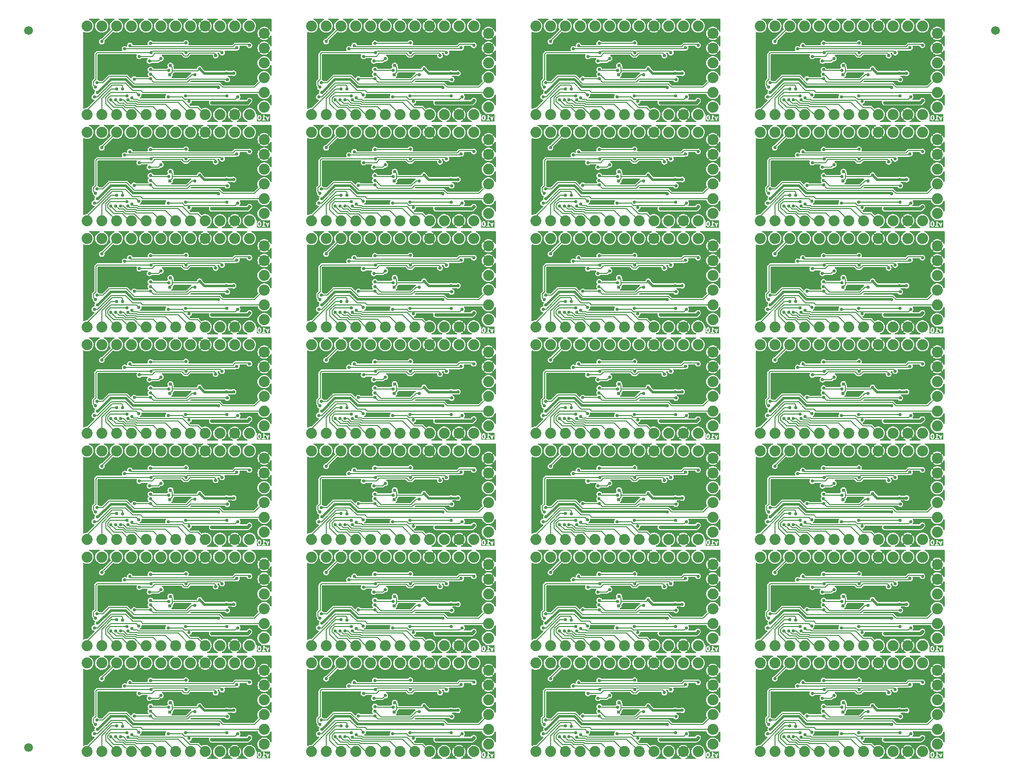
<source format=gbr>
%TF.GenerationSoftware,KiCad,Pcbnew,7.0.6*%
%TF.CreationDate,2023-08-17T21:31:52-06:00*%
%TF.ProjectId,SparkFun_Pro_Mini-ESP32_panelized,53706172-6b46-4756-9e5f-50726f5f4d69,rev?*%
%TF.SameCoordinates,Original*%
%TF.FileFunction,Copper,L2,Bot*%
%TF.FilePolarity,Positive*%
%FSLAX46Y46*%
G04 Gerber Fmt 4.6, Leading zero omitted, Abs format (unit mm)*
G04 Created by KiCad (PCBNEW 7.0.6) date 2023-08-17 21:31:52*
%MOMM*%
%LPD*%
G01*
G04 APERTURE LIST*
%ADD10C,0.200000*%
%TA.AperFunction,ComponentPad*%
%ADD11C,1.879600*%
%TD*%
%TA.AperFunction,SMDPad,CuDef*%
%ADD12C,1.500000*%
%TD*%
%TA.AperFunction,ViaPad*%
%ADD13C,0.609600*%
%TD*%
%TA.AperFunction,ViaPad*%
%ADD14C,0.560000*%
%TD*%
%TA.AperFunction,Conductor*%
%ADD15C,0.152400*%
%TD*%
%TA.AperFunction,Conductor*%
%ADD16C,0.406400*%
%TD*%
%TA.AperFunction,Conductor*%
%ADD17C,0.558800*%
%TD*%
G04 APERTURE END LIST*
D10*
G36*
X276312914Y-112789200D02*
G01*
X276328060Y-112804345D01*
X276353989Y-112856204D01*
X276386437Y-112985992D01*
X276386437Y-113151847D01*
X276353989Y-113281634D01*
X276328060Y-113333492D01*
X276312913Y-113348640D01*
X276272353Y-113368920D01*
X276243377Y-113368920D01*
X276202815Y-113348639D01*
X276187669Y-113333493D01*
X276161740Y-113281634D01*
X276129294Y-113151849D01*
X276129294Y-112985990D01*
X276161740Y-112856205D01*
X276187669Y-112804346D01*
X276202814Y-112789200D01*
X276243377Y-112768920D01*
X276272353Y-112768920D01*
X276312914Y-112789200D01*
G37*
G36*
X278106205Y-113683206D02*
G01*
X275815008Y-113683206D01*
X275815008Y-113164158D01*
X275929294Y-113164158D01*
X275933140Y-113175995D01*
X275932280Y-113188411D01*
X275970375Y-113340793D01*
X275976286Y-113350239D01*
X275977946Y-113361260D01*
X276016041Y-113437450D01*
X276027413Y-113448996D01*
X276034772Y-113463439D01*
X276072867Y-113501535D01*
X276087309Y-113508894D01*
X276098858Y-113520268D01*
X276175049Y-113558363D01*
X276197846Y-113561796D01*
X276219770Y-113568920D01*
X276295960Y-113568920D01*
X276317883Y-113561796D01*
X276340681Y-113558363D01*
X276416872Y-113520268D01*
X276428420Y-113508894D01*
X276442863Y-113501535D01*
X276444576Y-113499822D01*
X276696093Y-113499822D01*
X276732420Y-113549822D01*
X276791199Y-113568920D01*
X277248342Y-113568920D01*
X277307121Y-113549822D01*
X277343448Y-113499822D01*
X277343448Y-113438018D01*
X277307121Y-113388018D01*
X277248342Y-113368920D01*
X277119770Y-113368920D01*
X277119770Y-112941294D01*
X277127430Y-112948839D01*
X277203621Y-112986934D01*
X277264736Y-112996139D01*
X277319588Y-112967663D01*
X277347227Y-112912384D01*
X277346406Y-112907442D01*
X277419050Y-112907442D01*
X277420834Y-112969220D01*
X277611311Y-113502553D01*
X277628506Y-113524839D01*
X277644396Y-113548092D01*
X277647228Y-113549103D01*
X277649066Y-113551485D01*
X277676077Y-113559406D01*
X277702599Y-113568879D01*
X277705486Y-113568032D01*
X277708371Y-113568878D01*
X277734869Y-113559414D01*
X277761904Y-113551485D01*
X277763742Y-113549102D01*
X277766574Y-113548091D01*
X277782456Y-113524848D01*
X277799659Y-113502554D01*
X277990135Y-112969220D01*
X277991919Y-112907442D01*
X277957050Y-112856414D01*
X277898847Y-112835627D01*
X277839542Y-112853021D01*
X277801787Y-112901952D01*
X277705484Y-113171598D01*
X277609182Y-112901952D01*
X277571427Y-112853021D01*
X277512122Y-112835627D01*
X277453919Y-112856414D01*
X277419050Y-112907442D01*
X277346406Y-112907442D01*
X277337096Y-112851416D01*
X277293063Y-112808048D01*
X277231386Y-112777209D01*
X277173675Y-112719499D01*
X277102975Y-112613449D01*
X277101322Y-112612143D01*
X277100672Y-112610141D01*
X277077223Y-112593105D01*
X277054479Y-112575136D01*
X277052374Y-112575051D01*
X277050672Y-112573814D01*
X277021693Y-112573814D01*
X276992726Y-112572646D01*
X276990974Y-112573814D01*
X276988868Y-112573814D01*
X276965415Y-112590853D01*
X276941302Y-112606929D01*
X276940571Y-112608903D01*
X276938868Y-112610141D01*
X276929913Y-112637702D01*
X276919851Y-112664890D01*
X276920420Y-112666917D01*
X276919770Y-112668920D01*
X276919770Y-113368920D01*
X276791199Y-113368920D01*
X276732420Y-113388018D01*
X276696093Y-113438018D01*
X276696093Y-113499822D01*
X276444576Y-113499822D01*
X276480957Y-113463439D01*
X276488314Y-113448998D01*
X276499689Y-113437450D01*
X276537784Y-113361260D01*
X276539443Y-113350239D01*
X276545355Y-113340793D01*
X276583451Y-113188412D01*
X276582590Y-113175995D01*
X276586437Y-113164158D01*
X276586437Y-112973682D01*
X276582590Y-112961844D01*
X276583451Y-112949428D01*
X276545355Y-112797047D01*
X276539443Y-112787600D01*
X276537784Y-112776580D01*
X276499689Y-112700389D01*
X276488314Y-112688839D01*
X276480956Y-112674399D01*
X276442862Y-112636304D01*
X276428419Y-112628945D01*
X276416872Y-112617572D01*
X276340681Y-112579477D01*
X276317883Y-112576043D01*
X276295960Y-112568920D01*
X276219770Y-112568920D01*
X276197846Y-112576043D01*
X276175049Y-112579477D01*
X276098858Y-112617572D01*
X276087308Y-112628946D01*
X276072868Y-112636305D01*
X276034773Y-112674399D01*
X276027414Y-112688841D01*
X276016041Y-112700389D01*
X275977946Y-112776580D01*
X275976286Y-112787600D01*
X275970375Y-112797047D01*
X275932280Y-112949429D01*
X275933140Y-112961844D01*
X275929294Y-112973682D01*
X275929294Y-113164158D01*
X275815008Y-113164158D01*
X275815008Y-112454634D01*
X278106205Y-112454634D01*
X278106205Y-113683206D01*
G37*
G36*
X199112914Y-39669200D02*
G01*
X199128060Y-39684345D01*
X199153989Y-39736204D01*
X199186437Y-39865992D01*
X199186437Y-40031847D01*
X199153989Y-40161634D01*
X199128060Y-40213492D01*
X199112913Y-40228640D01*
X199072353Y-40248920D01*
X199043377Y-40248920D01*
X199002815Y-40228639D01*
X198987669Y-40213493D01*
X198961740Y-40161634D01*
X198929294Y-40031849D01*
X198929294Y-39865990D01*
X198961740Y-39736205D01*
X198987669Y-39684346D01*
X199002814Y-39669200D01*
X199043377Y-39648920D01*
X199072353Y-39648920D01*
X199112914Y-39669200D01*
G37*
G36*
X200906205Y-40563206D02*
G01*
X198615008Y-40563206D01*
X198615008Y-40044158D01*
X198729294Y-40044158D01*
X198733140Y-40055995D01*
X198732280Y-40068411D01*
X198770375Y-40220793D01*
X198776286Y-40230239D01*
X198777946Y-40241260D01*
X198816041Y-40317450D01*
X198827413Y-40328996D01*
X198834772Y-40343439D01*
X198872867Y-40381535D01*
X198887309Y-40388894D01*
X198898858Y-40400268D01*
X198975049Y-40438363D01*
X198997846Y-40441796D01*
X199019770Y-40448920D01*
X199095960Y-40448920D01*
X199117883Y-40441796D01*
X199140681Y-40438363D01*
X199216872Y-40400268D01*
X199228420Y-40388894D01*
X199242863Y-40381535D01*
X199244576Y-40379822D01*
X199496093Y-40379822D01*
X199532420Y-40429822D01*
X199591199Y-40448920D01*
X200048342Y-40448920D01*
X200107121Y-40429822D01*
X200143448Y-40379822D01*
X200143448Y-40318018D01*
X200107121Y-40268018D01*
X200048342Y-40248920D01*
X199919770Y-40248920D01*
X199919770Y-39821294D01*
X199927430Y-39828839D01*
X200003621Y-39866934D01*
X200064736Y-39876139D01*
X200119588Y-39847663D01*
X200147227Y-39792384D01*
X200146406Y-39787442D01*
X200219050Y-39787442D01*
X200220834Y-39849220D01*
X200411311Y-40382553D01*
X200428506Y-40404839D01*
X200444396Y-40428092D01*
X200447228Y-40429103D01*
X200449066Y-40431485D01*
X200476077Y-40439406D01*
X200502599Y-40448879D01*
X200505486Y-40448032D01*
X200508371Y-40448878D01*
X200534869Y-40439414D01*
X200561904Y-40431485D01*
X200563742Y-40429102D01*
X200566574Y-40428091D01*
X200582456Y-40404848D01*
X200599659Y-40382554D01*
X200790135Y-39849220D01*
X200791919Y-39787442D01*
X200757050Y-39736414D01*
X200698847Y-39715627D01*
X200639542Y-39733021D01*
X200601787Y-39781952D01*
X200505484Y-40051598D01*
X200409182Y-39781952D01*
X200371427Y-39733021D01*
X200312122Y-39715627D01*
X200253919Y-39736414D01*
X200219050Y-39787442D01*
X200146406Y-39787442D01*
X200137096Y-39731416D01*
X200093063Y-39688048D01*
X200031386Y-39657209D01*
X199973675Y-39599499D01*
X199902975Y-39493449D01*
X199901322Y-39492143D01*
X199900672Y-39490141D01*
X199877223Y-39473105D01*
X199854479Y-39455136D01*
X199852374Y-39455051D01*
X199850672Y-39453814D01*
X199821693Y-39453814D01*
X199792726Y-39452646D01*
X199790974Y-39453814D01*
X199788868Y-39453814D01*
X199765415Y-39470853D01*
X199741302Y-39486929D01*
X199740571Y-39488903D01*
X199738868Y-39490141D01*
X199729913Y-39517702D01*
X199719851Y-39544890D01*
X199720420Y-39546917D01*
X199719770Y-39548920D01*
X199719770Y-40248920D01*
X199591199Y-40248920D01*
X199532420Y-40268018D01*
X199496093Y-40318018D01*
X199496093Y-40379822D01*
X199244576Y-40379822D01*
X199280957Y-40343439D01*
X199288314Y-40328998D01*
X199299689Y-40317450D01*
X199337784Y-40241260D01*
X199339443Y-40230239D01*
X199345355Y-40220793D01*
X199383451Y-40068412D01*
X199382590Y-40055995D01*
X199386437Y-40044158D01*
X199386437Y-39853682D01*
X199382590Y-39841844D01*
X199383451Y-39829428D01*
X199345355Y-39677047D01*
X199339443Y-39667600D01*
X199337784Y-39656580D01*
X199299689Y-39580389D01*
X199288314Y-39568839D01*
X199280956Y-39554399D01*
X199242862Y-39516304D01*
X199228419Y-39508945D01*
X199216872Y-39497572D01*
X199140681Y-39459477D01*
X199117883Y-39456043D01*
X199095960Y-39448920D01*
X199019770Y-39448920D01*
X198997846Y-39456043D01*
X198975049Y-39459477D01*
X198898858Y-39497572D01*
X198887308Y-39508946D01*
X198872868Y-39516305D01*
X198834773Y-39554399D01*
X198827414Y-39568841D01*
X198816041Y-39580389D01*
X198777946Y-39656580D01*
X198776286Y-39667600D01*
X198770375Y-39677047D01*
X198732280Y-39829429D01*
X198733140Y-39841844D01*
X198729294Y-39853682D01*
X198729294Y-40044158D01*
X198615008Y-40044158D01*
X198615008Y-39334634D01*
X200906205Y-39334634D01*
X200906205Y-40563206D01*
G37*
G36*
X160512914Y-21389200D02*
G01*
X160528060Y-21404345D01*
X160553989Y-21456204D01*
X160586437Y-21585992D01*
X160586437Y-21751847D01*
X160553989Y-21881634D01*
X160528060Y-21933492D01*
X160512913Y-21948640D01*
X160472353Y-21968920D01*
X160443377Y-21968920D01*
X160402815Y-21948639D01*
X160387669Y-21933493D01*
X160361740Y-21881634D01*
X160329294Y-21751849D01*
X160329294Y-21585990D01*
X160361740Y-21456205D01*
X160387669Y-21404346D01*
X160402814Y-21389200D01*
X160443377Y-21368920D01*
X160472353Y-21368920D01*
X160512914Y-21389200D01*
G37*
G36*
X162306205Y-22283206D02*
G01*
X160015008Y-22283206D01*
X160015008Y-21764158D01*
X160129294Y-21764158D01*
X160133140Y-21775995D01*
X160132280Y-21788411D01*
X160170375Y-21940793D01*
X160176286Y-21950239D01*
X160177946Y-21961260D01*
X160216041Y-22037450D01*
X160227413Y-22048996D01*
X160234772Y-22063439D01*
X160272867Y-22101535D01*
X160287309Y-22108894D01*
X160298858Y-22120268D01*
X160375049Y-22158363D01*
X160397846Y-22161796D01*
X160419770Y-22168920D01*
X160495960Y-22168920D01*
X160517883Y-22161796D01*
X160540681Y-22158363D01*
X160616872Y-22120268D01*
X160628420Y-22108894D01*
X160642863Y-22101535D01*
X160644576Y-22099822D01*
X160896093Y-22099822D01*
X160932420Y-22149822D01*
X160991199Y-22168920D01*
X161448342Y-22168920D01*
X161507121Y-22149822D01*
X161543448Y-22099822D01*
X161543448Y-22038018D01*
X161507121Y-21988018D01*
X161448342Y-21968920D01*
X161319770Y-21968920D01*
X161319770Y-21541294D01*
X161327430Y-21548839D01*
X161403621Y-21586934D01*
X161464736Y-21596139D01*
X161519588Y-21567663D01*
X161547227Y-21512384D01*
X161546406Y-21507442D01*
X161619050Y-21507442D01*
X161620834Y-21569220D01*
X161811311Y-22102553D01*
X161828506Y-22124839D01*
X161844396Y-22148092D01*
X161847228Y-22149103D01*
X161849066Y-22151485D01*
X161876077Y-22159406D01*
X161902599Y-22168879D01*
X161905486Y-22168032D01*
X161908371Y-22168878D01*
X161934869Y-22159414D01*
X161961904Y-22151485D01*
X161963742Y-22149102D01*
X161966574Y-22148091D01*
X161982456Y-22124848D01*
X161999659Y-22102554D01*
X162190135Y-21569220D01*
X162191919Y-21507442D01*
X162157050Y-21456414D01*
X162098847Y-21435627D01*
X162039542Y-21453021D01*
X162001787Y-21501952D01*
X161905484Y-21771598D01*
X161809182Y-21501952D01*
X161771427Y-21453021D01*
X161712122Y-21435627D01*
X161653919Y-21456414D01*
X161619050Y-21507442D01*
X161546406Y-21507442D01*
X161537096Y-21451416D01*
X161493063Y-21408048D01*
X161431386Y-21377209D01*
X161373675Y-21319499D01*
X161302975Y-21213449D01*
X161301322Y-21212143D01*
X161300672Y-21210141D01*
X161277223Y-21193105D01*
X161254479Y-21175136D01*
X161252374Y-21175051D01*
X161250672Y-21173814D01*
X161221693Y-21173814D01*
X161192726Y-21172646D01*
X161190974Y-21173814D01*
X161188868Y-21173814D01*
X161165415Y-21190853D01*
X161141302Y-21206929D01*
X161140571Y-21208903D01*
X161138868Y-21210141D01*
X161129913Y-21237702D01*
X161119851Y-21264890D01*
X161120420Y-21266917D01*
X161119770Y-21268920D01*
X161119770Y-21968920D01*
X160991199Y-21968920D01*
X160932420Y-21988018D01*
X160896093Y-22038018D01*
X160896093Y-22099822D01*
X160644576Y-22099822D01*
X160680957Y-22063439D01*
X160688314Y-22048998D01*
X160699689Y-22037450D01*
X160737784Y-21961260D01*
X160739443Y-21950239D01*
X160745355Y-21940793D01*
X160783451Y-21788412D01*
X160782590Y-21775995D01*
X160786437Y-21764158D01*
X160786437Y-21573682D01*
X160782590Y-21561844D01*
X160783451Y-21549428D01*
X160745355Y-21397047D01*
X160739443Y-21387600D01*
X160737784Y-21376580D01*
X160699689Y-21300389D01*
X160688314Y-21288839D01*
X160680956Y-21274399D01*
X160642862Y-21236304D01*
X160628419Y-21228945D01*
X160616872Y-21217572D01*
X160540681Y-21179477D01*
X160517883Y-21176043D01*
X160495960Y-21168920D01*
X160419770Y-21168920D01*
X160397846Y-21176043D01*
X160375049Y-21179477D01*
X160298858Y-21217572D01*
X160287308Y-21228946D01*
X160272868Y-21236305D01*
X160234773Y-21274399D01*
X160227414Y-21288841D01*
X160216041Y-21300389D01*
X160177946Y-21376580D01*
X160176286Y-21387600D01*
X160170375Y-21397047D01*
X160132280Y-21549429D01*
X160133140Y-21561844D01*
X160129294Y-21573682D01*
X160129294Y-21764158D01*
X160015008Y-21764158D01*
X160015008Y-21054634D01*
X162306205Y-21054634D01*
X162306205Y-22283206D01*
G37*
G36*
X276312914Y-94509200D02*
G01*
X276328060Y-94524345D01*
X276353989Y-94576204D01*
X276386437Y-94705992D01*
X276386437Y-94871847D01*
X276353989Y-95001634D01*
X276328060Y-95053492D01*
X276312913Y-95068640D01*
X276272353Y-95088920D01*
X276243377Y-95088920D01*
X276202815Y-95068639D01*
X276187669Y-95053493D01*
X276161740Y-95001634D01*
X276129294Y-94871849D01*
X276129294Y-94705990D01*
X276161740Y-94576205D01*
X276187669Y-94524346D01*
X276202814Y-94509200D01*
X276243377Y-94488920D01*
X276272353Y-94488920D01*
X276312914Y-94509200D01*
G37*
G36*
X278106205Y-95403206D02*
G01*
X275815008Y-95403206D01*
X275815008Y-94884158D01*
X275929294Y-94884158D01*
X275933140Y-94895995D01*
X275932280Y-94908411D01*
X275970375Y-95060793D01*
X275976286Y-95070239D01*
X275977946Y-95081260D01*
X276016041Y-95157450D01*
X276027413Y-95168996D01*
X276034772Y-95183439D01*
X276072867Y-95221535D01*
X276087309Y-95228894D01*
X276098858Y-95240268D01*
X276175049Y-95278363D01*
X276197846Y-95281796D01*
X276219770Y-95288920D01*
X276295960Y-95288920D01*
X276317883Y-95281796D01*
X276340681Y-95278363D01*
X276416872Y-95240268D01*
X276428420Y-95228894D01*
X276442863Y-95221535D01*
X276444576Y-95219822D01*
X276696093Y-95219822D01*
X276732420Y-95269822D01*
X276791199Y-95288920D01*
X277248342Y-95288920D01*
X277307121Y-95269822D01*
X277343448Y-95219822D01*
X277343448Y-95158018D01*
X277307121Y-95108018D01*
X277248342Y-95088920D01*
X277119770Y-95088920D01*
X277119770Y-94661294D01*
X277127430Y-94668839D01*
X277203621Y-94706934D01*
X277264736Y-94716139D01*
X277319588Y-94687663D01*
X277347227Y-94632384D01*
X277346406Y-94627442D01*
X277419050Y-94627442D01*
X277420834Y-94689220D01*
X277611311Y-95222553D01*
X277628506Y-95244839D01*
X277644396Y-95268092D01*
X277647228Y-95269103D01*
X277649066Y-95271485D01*
X277676077Y-95279406D01*
X277702599Y-95288879D01*
X277705486Y-95288032D01*
X277708371Y-95288878D01*
X277734869Y-95279414D01*
X277761904Y-95271485D01*
X277763742Y-95269102D01*
X277766574Y-95268091D01*
X277782456Y-95244848D01*
X277799659Y-95222554D01*
X277990135Y-94689220D01*
X277991919Y-94627442D01*
X277957050Y-94576414D01*
X277898847Y-94555627D01*
X277839542Y-94573021D01*
X277801787Y-94621952D01*
X277705484Y-94891598D01*
X277609182Y-94621952D01*
X277571427Y-94573021D01*
X277512122Y-94555627D01*
X277453919Y-94576414D01*
X277419050Y-94627442D01*
X277346406Y-94627442D01*
X277337096Y-94571416D01*
X277293063Y-94528048D01*
X277231386Y-94497209D01*
X277173675Y-94439499D01*
X277102975Y-94333449D01*
X277101322Y-94332143D01*
X277100672Y-94330141D01*
X277077223Y-94313105D01*
X277054479Y-94295136D01*
X277052374Y-94295051D01*
X277050672Y-94293814D01*
X277021693Y-94293814D01*
X276992726Y-94292646D01*
X276990974Y-94293814D01*
X276988868Y-94293814D01*
X276965415Y-94310853D01*
X276941302Y-94326929D01*
X276940571Y-94328903D01*
X276938868Y-94330141D01*
X276929913Y-94357702D01*
X276919851Y-94384890D01*
X276920420Y-94386917D01*
X276919770Y-94388920D01*
X276919770Y-95088920D01*
X276791199Y-95088920D01*
X276732420Y-95108018D01*
X276696093Y-95158018D01*
X276696093Y-95219822D01*
X276444576Y-95219822D01*
X276480957Y-95183439D01*
X276488314Y-95168998D01*
X276499689Y-95157450D01*
X276537784Y-95081260D01*
X276539443Y-95070239D01*
X276545355Y-95060793D01*
X276583451Y-94908412D01*
X276582590Y-94895995D01*
X276586437Y-94884158D01*
X276586437Y-94693682D01*
X276582590Y-94681844D01*
X276583451Y-94669428D01*
X276545355Y-94517047D01*
X276539443Y-94507600D01*
X276537784Y-94496580D01*
X276499689Y-94420389D01*
X276488314Y-94408839D01*
X276480956Y-94394399D01*
X276442862Y-94356304D01*
X276428419Y-94348945D01*
X276416872Y-94337572D01*
X276340681Y-94299477D01*
X276317883Y-94296043D01*
X276295960Y-94288920D01*
X276219770Y-94288920D01*
X276197846Y-94296043D01*
X276175049Y-94299477D01*
X276098858Y-94337572D01*
X276087308Y-94348946D01*
X276072868Y-94356305D01*
X276034773Y-94394399D01*
X276027414Y-94408841D01*
X276016041Y-94420389D01*
X275977946Y-94496580D01*
X275976286Y-94507600D01*
X275970375Y-94517047D01*
X275932280Y-94669429D01*
X275933140Y-94681844D01*
X275929294Y-94693682D01*
X275929294Y-94884158D01*
X275815008Y-94884158D01*
X275815008Y-94174634D01*
X278106205Y-94174634D01*
X278106205Y-95403206D01*
G37*
G36*
X160512914Y-39669200D02*
G01*
X160528060Y-39684345D01*
X160553989Y-39736204D01*
X160586437Y-39865992D01*
X160586437Y-40031847D01*
X160553989Y-40161634D01*
X160528060Y-40213492D01*
X160512913Y-40228640D01*
X160472353Y-40248920D01*
X160443377Y-40248920D01*
X160402815Y-40228639D01*
X160387669Y-40213493D01*
X160361740Y-40161634D01*
X160329294Y-40031849D01*
X160329294Y-39865990D01*
X160361740Y-39736205D01*
X160387669Y-39684346D01*
X160402814Y-39669200D01*
X160443377Y-39648920D01*
X160472353Y-39648920D01*
X160512914Y-39669200D01*
G37*
G36*
X162306205Y-40563206D02*
G01*
X160015008Y-40563206D01*
X160015008Y-40044158D01*
X160129294Y-40044158D01*
X160133140Y-40055995D01*
X160132280Y-40068411D01*
X160170375Y-40220793D01*
X160176286Y-40230239D01*
X160177946Y-40241260D01*
X160216041Y-40317450D01*
X160227413Y-40328996D01*
X160234772Y-40343439D01*
X160272867Y-40381535D01*
X160287309Y-40388894D01*
X160298858Y-40400268D01*
X160375049Y-40438363D01*
X160397846Y-40441796D01*
X160419770Y-40448920D01*
X160495960Y-40448920D01*
X160517883Y-40441796D01*
X160540681Y-40438363D01*
X160616872Y-40400268D01*
X160628420Y-40388894D01*
X160642863Y-40381535D01*
X160644576Y-40379822D01*
X160896093Y-40379822D01*
X160932420Y-40429822D01*
X160991199Y-40448920D01*
X161448342Y-40448920D01*
X161507121Y-40429822D01*
X161543448Y-40379822D01*
X161543448Y-40318018D01*
X161507121Y-40268018D01*
X161448342Y-40248920D01*
X161319770Y-40248920D01*
X161319770Y-39821294D01*
X161327430Y-39828839D01*
X161403621Y-39866934D01*
X161464736Y-39876139D01*
X161519588Y-39847663D01*
X161547227Y-39792384D01*
X161546406Y-39787442D01*
X161619050Y-39787442D01*
X161620834Y-39849220D01*
X161811311Y-40382553D01*
X161828506Y-40404839D01*
X161844396Y-40428092D01*
X161847228Y-40429103D01*
X161849066Y-40431485D01*
X161876077Y-40439406D01*
X161902599Y-40448879D01*
X161905486Y-40448032D01*
X161908371Y-40448878D01*
X161934869Y-40439414D01*
X161961904Y-40431485D01*
X161963742Y-40429102D01*
X161966574Y-40428091D01*
X161982456Y-40404848D01*
X161999659Y-40382554D01*
X162190135Y-39849220D01*
X162191919Y-39787442D01*
X162157050Y-39736414D01*
X162098847Y-39715627D01*
X162039542Y-39733021D01*
X162001787Y-39781952D01*
X161905484Y-40051598D01*
X161809182Y-39781952D01*
X161771427Y-39733021D01*
X161712122Y-39715627D01*
X161653919Y-39736414D01*
X161619050Y-39787442D01*
X161546406Y-39787442D01*
X161537096Y-39731416D01*
X161493063Y-39688048D01*
X161431386Y-39657209D01*
X161373675Y-39599499D01*
X161302975Y-39493449D01*
X161301322Y-39492143D01*
X161300672Y-39490141D01*
X161277223Y-39473105D01*
X161254479Y-39455136D01*
X161252374Y-39455051D01*
X161250672Y-39453814D01*
X161221693Y-39453814D01*
X161192726Y-39452646D01*
X161190974Y-39453814D01*
X161188868Y-39453814D01*
X161165415Y-39470853D01*
X161141302Y-39486929D01*
X161140571Y-39488903D01*
X161138868Y-39490141D01*
X161129913Y-39517702D01*
X161119851Y-39544890D01*
X161120420Y-39546917D01*
X161119770Y-39548920D01*
X161119770Y-40248920D01*
X160991199Y-40248920D01*
X160932420Y-40268018D01*
X160896093Y-40318018D01*
X160896093Y-40379822D01*
X160644576Y-40379822D01*
X160680957Y-40343439D01*
X160688314Y-40328998D01*
X160699689Y-40317450D01*
X160737784Y-40241260D01*
X160739443Y-40230239D01*
X160745355Y-40220793D01*
X160783451Y-40068412D01*
X160782590Y-40055995D01*
X160786437Y-40044158D01*
X160786437Y-39853682D01*
X160782590Y-39841844D01*
X160783451Y-39829428D01*
X160745355Y-39677047D01*
X160739443Y-39667600D01*
X160737784Y-39656580D01*
X160699689Y-39580389D01*
X160688314Y-39568839D01*
X160680956Y-39554399D01*
X160642862Y-39516304D01*
X160628419Y-39508945D01*
X160616872Y-39497572D01*
X160540681Y-39459477D01*
X160517883Y-39456043D01*
X160495960Y-39448920D01*
X160419770Y-39448920D01*
X160397846Y-39456043D01*
X160375049Y-39459477D01*
X160298858Y-39497572D01*
X160287308Y-39508946D01*
X160272868Y-39516305D01*
X160234773Y-39554399D01*
X160227414Y-39568841D01*
X160216041Y-39580389D01*
X160177946Y-39656580D01*
X160176286Y-39667600D01*
X160170375Y-39677047D01*
X160132280Y-39829429D01*
X160133140Y-39841844D01*
X160129294Y-39853682D01*
X160129294Y-40044158D01*
X160015008Y-40044158D01*
X160015008Y-39334634D01*
X162306205Y-39334634D01*
X162306205Y-40563206D01*
G37*
G36*
X199112914Y-76229200D02*
G01*
X199128060Y-76244345D01*
X199153989Y-76296204D01*
X199186437Y-76425992D01*
X199186437Y-76591847D01*
X199153989Y-76721634D01*
X199128060Y-76773492D01*
X199112913Y-76788640D01*
X199072353Y-76808920D01*
X199043377Y-76808920D01*
X199002815Y-76788639D01*
X198987669Y-76773493D01*
X198961740Y-76721634D01*
X198929294Y-76591849D01*
X198929294Y-76425990D01*
X198961740Y-76296205D01*
X198987669Y-76244346D01*
X199002814Y-76229200D01*
X199043377Y-76208920D01*
X199072353Y-76208920D01*
X199112914Y-76229200D01*
G37*
G36*
X200906205Y-77123206D02*
G01*
X198615008Y-77123206D01*
X198615008Y-76604158D01*
X198729294Y-76604158D01*
X198733140Y-76615995D01*
X198732280Y-76628411D01*
X198770375Y-76780793D01*
X198776286Y-76790239D01*
X198777946Y-76801260D01*
X198816041Y-76877450D01*
X198827413Y-76888996D01*
X198834772Y-76903439D01*
X198872867Y-76941535D01*
X198887309Y-76948894D01*
X198898858Y-76960268D01*
X198975049Y-76998363D01*
X198997846Y-77001796D01*
X199019770Y-77008920D01*
X199095960Y-77008920D01*
X199117883Y-77001796D01*
X199140681Y-76998363D01*
X199216872Y-76960268D01*
X199228420Y-76948894D01*
X199242863Y-76941535D01*
X199244576Y-76939822D01*
X199496093Y-76939822D01*
X199532420Y-76989822D01*
X199591199Y-77008920D01*
X200048342Y-77008920D01*
X200107121Y-76989822D01*
X200143448Y-76939822D01*
X200143448Y-76878018D01*
X200107121Y-76828018D01*
X200048342Y-76808920D01*
X199919770Y-76808920D01*
X199919770Y-76381294D01*
X199927430Y-76388839D01*
X200003621Y-76426934D01*
X200064736Y-76436139D01*
X200119588Y-76407663D01*
X200147227Y-76352384D01*
X200146406Y-76347442D01*
X200219050Y-76347442D01*
X200220834Y-76409220D01*
X200411311Y-76942553D01*
X200428506Y-76964839D01*
X200444396Y-76988092D01*
X200447228Y-76989103D01*
X200449066Y-76991485D01*
X200476077Y-76999406D01*
X200502599Y-77008879D01*
X200505486Y-77008032D01*
X200508371Y-77008878D01*
X200534869Y-76999414D01*
X200561904Y-76991485D01*
X200563742Y-76989102D01*
X200566574Y-76988091D01*
X200582456Y-76964848D01*
X200599659Y-76942554D01*
X200790135Y-76409220D01*
X200791919Y-76347442D01*
X200757050Y-76296414D01*
X200698847Y-76275627D01*
X200639542Y-76293021D01*
X200601787Y-76341952D01*
X200505484Y-76611598D01*
X200409182Y-76341952D01*
X200371427Y-76293021D01*
X200312122Y-76275627D01*
X200253919Y-76296414D01*
X200219050Y-76347442D01*
X200146406Y-76347442D01*
X200137096Y-76291416D01*
X200093063Y-76248048D01*
X200031386Y-76217209D01*
X199973675Y-76159499D01*
X199902975Y-76053449D01*
X199901322Y-76052143D01*
X199900672Y-76050141D01*
X199877223Y-76033105D01*
X199854479Y-76015136D01*
X199852374Y-76015051D01*
X199850672Y-76013814D01*
X199821693Y-76013814D01*
X199792726Y-76012646D01*
X199790974Y-76013814D01*
X199788868Y-76013814D01*
X199765415Y-76030853D01*
X199741302Y-76046929D01*
X199740571Y-76048903D01*
X199738868Y-76050141D01*
X199729913Y-76077702D01*
X199719851Y-76104890D01*
X199720420Y-76106917D01*
X199719770Y-76108920D01*
X199719770Y-76808920D01*
X199591199Y-76808920D01*
X199532420Y-76828018D01*
X199496093Y-76878018D01*
X199496093Y-76939822D01*
X199244576Y-76939822D01*
X199280957Y-76903439D01*
X199288314Y-76888998D01*
X199299689Y-76877450D01*
X199337784Y-76801260D01*
X199339443Y-76790239D01*
X199345355Y-76780793D01*
X199383451Y-76628412D01*
X199382590Y-76615995D01*
X199386437Y-76604158D01*
X199386437Y-76413682D01*
X199382590Y-76401844D01*
X199383451Y-76389428D01*
X199345355Y-76237047D01*
X199339443Y-76227600D01*
X199337784Y-76216580D01*
X199299689Y-76140389D01*
X199288314Y-76128839D01*
X199280956Y-76114399D01*
X199242862Y-76076304D01*
X199228419Y-76068945D01*
X199216872Y-76057572D01*
X199140681Y-76019477D01*
X199117883Y-76016043D01*
X199095960Y-76008920D01*
X199019770Y-76008920D01*
X198997846Y-76016043D01*
X198975049Y-76019477D01*
X198898858Y-76057572D01*
X198887308Y-76068946D01*
X198872868Y-76076305D01*
X198834773Y-76114399D01*
X198827414Y-76128841D01*
X198816041Y-76140389D01*
X198777946Y-76216580D01*
X198776286Y-76227600D01*
X198770375Y-76237047D01*
X198732280Y-76389429D01*
X198733140Y-76401844D01*
X198729294Y-76413682D01*
X198729294Y-76604158D01*
X198615008Y-76604158D01*
X198615008Y-75894634D01*
X200906205Y-75894634D01*
X200906205Y-77123206D01*
G37*
G36*
X199112914Y-94509200D02*
G01*
X199128060Y-94524345D01*
X199153989Y-94576204D01*
X199186437Y-94705992D01*
X199186437Y-94871847D01*
X199153989Y-95001634D01*
X199128060Y-95053492D01*
X199112913Y-95068640D01*
X199072353Y-95088920D01*
X199043377Y-95088920D01*
X199002815Y-95068639D01*
X198987669Y-95053493D01*
X198961740Y-95001634D01*
X198929294Y-94871849D01*
X198929294Y-94705990D01*
X198961740Y-94576205D01*
X198987669Y-94524346D01*
X199002814Y-94509200D01*
X199043377Y-94488920D01*
X199072353Y-94488920D01*
X199112914Y-94509200D01*
G37*
G36*
X200906205Y-95403206D02*
G01*
X198615008Y-95403206D01*
X198615008Y-94884158D01*
X198729294Y-94884158D01*
X198733140Y-94895995D01*
X198732280Y-94908411D01*
X198770375Y-95060793D01*
X198776286Y-95070239D01*
X198777946Y-95081260D01*
X198816041Y-95157450D01*
X198827413Y-95168996D01*
X198834772Y-95183439D01*
X198872867Y-95221535D01*
X198887309Y-95228894D01*
X198898858Y-95240268D01*
X198975049Y-95278363D01*
X198997846Y-95281796D01*
X199019770Y-95288920D01*
X199095960Y-95288920D01*
X199117883Y-95281796D01*
X199140681Y-95278363D01*
X199216872Y-95240268D01*
X199228420Y-95228894D01*
X199242863Y-95221535D01*
X199244576Y-95219822D01*
X199496093Y-95219822D01*
X199532420Y-95269822D01*
X199591199Y-95288920D01*
X200048342Y-95288920D01*
X200107121Y-95269822D01*
X200143448Y-95219822D01*
X200143448Y-95158018D01*
X200107121Y-95108018D01*
X200048342Y-95088920D01*
X199919770Y-95088920D01*
X199919770Y-94661294D01*
X199927430Y-94668839D01*
X200003621Y-94706934D01*
X200064736Y-94716139D01*
X200119588Y-94687663D01*
X200147227Y-94632384D01*
X200146406Y-94627442D01*
X200219050Y-94627442D01*
X200220834Y-94689220D01*
X200411311Y-95222553D01*
X200428506Y-95244839D01*
X200444396Y-95268092D01*
X200447228Y-95269103D01*
X200449066Y-95271485D01*
X200476077Y-95279406D01*
X200502599Y-95288879D01*
X200505486Y-95288032D01*
X200508371Y-95288878D01*
X200534869Y-95279414D01*
X200561904Y-95271485D01*
X200563742Y-95269102D01*
X200566574Y-95268091D01*
X200582456Y-95244848D01*
X200599659Y-95222554D01*
X200790135Y-94689220D01*
X200791919Y-94627442D01*
X200757050Y-94576414D01*
X200698847Y-94555627D01*
X200639542Y-94573021D01*
X200601787Y-94621952D01*
X200505484Y-94891598D01*
X200409182Y-94621952D01*
X200371427Y-94573021D01*
X200312122Y-94555627D01*
X200253919Y-94576414D01*
X200219050Y-94627442D01*
X200146406Y-94627442D01*
X200137096Y-94571416D01*
X200093063Y-94528048D01*
X200031386Y-94497209D01*
X199973675Y-94439499D01*
X199902975Y-94333449D01*
X199901322Y-94332143D01*
X199900672Y-94330141D01*
X199877223Y-94313105D01*
X199854479Y-94295136D01*
X199852374Y-94295051D01*
X199850672Y-94293814D01*
X199821693Y-94293814D01*
X199792726Y-94292646D01*
X199790974Y-94293814D01*
X199788868Y-94293814D01*
X199765415Y-94310853D01*
X199741302Y-94326929D01*
X199740571Y-94328903D01*
X199738868Y-94330141D01*
X199729913Y-94357702D01*
X199719851Y-94384890D01*
X199720420Y-94386917D01*
X199719770Y-94388920D01*
X199719770Y-95088920D01*
X199591199Y-95088920D01*
X199532420Y-95108018D01*
X199496093Y-95158018D01*
X199496093Y-95219822D01*
X199244576Y-95219822D01*
X199280957Y-95183439D01*
X199288314Y-95168998D01*
X199299689Y-95157450D01*
X199337784Y-95081260D01*
X199339443Y-95070239D01*
X199345355Y-95060793D01*
X199383451Y-94908412D01*
X199382590Y-94895995D01*
X199386437Y-94884158D01*
X199386437Y-94693682D01*
X199382590Y-94681844D01*
X199383451Y-94669428D01*
X199345355Y-94517047D01*
X199339443Y-94507600D01*
X199337784Y-94496580D01*
X199299689Y-94420389D01*
X199288314Y-94408839D01*
X199280956Y-94394399D01*
X199242862Y-94356304D01*
X199228419Y-94348945D01*
X199216872Y-94337572D01*
X199140681Y-94299477D01*
X199117883Y-94296043D01*
X199095960Y-94288920D01*
X199019770Y-94288920D01*
X198997846Y-94296043D01*
X198975049Y-94299477D01*
X198898858Y-94337572D01*
X198887308Y-94348946D01*
X198872868Y-94356305D01*
X198834773Y-94394399D01*
X198827414Y-94408841D01*
X198816041Y-94420389D01*
X198777946Y-94496580D01*
X198776286Y-94507600D01*
X198770375Y-94517047D01*
X198732280Y-94669429D01*
X198733140Y-94681844D01*
X198729294Y-94693682D01*
X198729294Y-94884158D01*
X198615008Y-94884158D01*
X198615008Y-94174634D01*
X200906205Y-94174634D01*
X200906205Y-95403206D01*
G37*
G36*
X160512914Y-76229200D02*
G01*
X160528060Y-76244345D01*
X160553989Y-76296204D01*
X160586437Y-76425992D01*
X160586437Y-76591847D01*
X160553989Y-76721634D01*
X160528060Y-76773492D01*
X160512913Y-76788640D01*
X160472353Y-76808920D01*
X160443377Y-76808920D01*
X160402815Y-76788639D01*
X160387669Y-76773493D01*
X160361740Y-76721634D01*
X160329294Y-76591849D01*
X160329294Y-76425990D01*
X160361740Y-76296205D01*
X160387669Y-76244346D01*
X160402814Y-76229200D01*
X160443377Y-76208920D01*
X160472353Y-76208920D01*
X160512914Y-76229200D01*
G37*
G36*
X162306205Y-77123206D02*
G01*
X160015008Y-77123206D01*
X160015008Y-76604158D01*
X160129294Y-76604158D01*
X160133140Y-76615995D01*
X160132280Y-76628411D01*
X160170375Y-76780793D01*
X160176286Y-76790239D01*
X160177946Y-76801260D01*
X160216041Y-76877450D01*
X160227413Y-76888996D01*
X160234772Y-76903439D01*
X160272867Y-76941535D01*
X160287309Y-76948894D01*
X160298858Y-76960268D01*
X160375049Y-76998363D01*
X160397846Y-77001796D01*
X160419770Y-77008920D01*
X160495960Y-77008920D01*
X160517883Y-77001796D01*
X160540681Y-76998363D01*
X160616872Y-76960268D01*
X160628420Y-76948894D01*
X160642863Y-76941535D01*
X160644576Y-76939822D01*
X160896093Y-76939822D01*
X160932420Y-76989822D01*
X160991199Y-77008920D01*
X161448342Y-77008920D01*
X161507121Y-76989822D01*
X161543448Y-76939822D01*
X161543448Y-76878018D01*
X161507121Y-76828018D01*
X161448342Y-76808920D01*
X161319770Y-76808920D01*
X161319770Y-76381294D01*
X161327430Y-76388839D01*
X161403621Y-76426934D01*
X161464736Y-76436139D01*
X161519588Y-76407663D01*
X161547227Y-76352384D01*
X161546406Y-76347442D01*
X161619050Y-76347442D01*
X161620834Y-76409220D01*
X161811311Y-76942553D01*
X161828506Y-76964839D01*
X161844396Y-76988092D01*
X161847228Y-76989103D01*
X161849066Y-76991485D01*
X161876077Y-76999406D01*
X161902599Y-77008879D01*
X161905486Y-77008032D01*
X161908371Y-77008878D01*
X161934869Y-76999414D01*
X161961904Y-76991485D01*
X161963742Y-76989102D01*
X161966574Y-76988091D01*
X161982456Y-76964848D01*
X161999659Y-76942554D01*
X162190135Y-76409220D01*
X162191919Y-76347442D01*
X162157050Y-76296414D01*
X162098847Y-76275627D01*
X162039542Y-76293021D01*
X162001787Y-76341952D01*
X161905484Y-76611598D01*
X161809182Y-76341952D01*
X161771427Y-76293021D01*
X161712122Y-76275627D01*
X161653919Y-76296414D01*
X161619050Y-76347442D01*
X161546406Y-76347442D01*
X161537096Y-76291416D01*
X161493063Y-76248048D01*
X161431386Y-76217209D01*
X161373675Y-76159499D01*
X161302975Y-76053449D01*
X161301322Y-76052143D01*
X161300672Y-76050141D01*
X161277223Y-76033105D01*
X161254479Y-76015136D01*
X161252374Y-76015051D01*
X161250672Y-76013814D01*
X161221693Y-76013814D01*
X161192726Y-76012646D01*
X161190974Y-76013814D01*
X161188868Y-76013814D01*
X161165415Y-76030853D01*
X161141302Y-76046929D01*
X161140571Y-76048903D01*
X161138868Y-76050141D01*
X161129913Y-76077702D01*
X161119851Y-76104890D01*
X161120420Y-76106917D01*
X161119770Y-76108920D01*
X161119770Y-76808920D01*
X160991199Y-76808920D01*
X160932420Y-76828018D01*
X160896093Y-76878018D01*
X160896093Y-76939822D01*
X160644576Y-76939822D01*
X160680957Y-76903439D01*
X160688314Y-76888998D01*
X160699689Y-76877450D01*
X160737784Y-76801260D01*
X160739443Y-76790239D01*
X160745355Y-76780793D01*
X160783451Y-76628412D01*
X160782590Y-76615995D01*
X160786437Y-76604158D01*
X160786437Y-76413682D01*
X160782590Y-76401844D01*
X160783451Y-76389428D01*
X160745355Y-76237047D01*
X160739443Y-76227600D01*
X160737784Y-76216580D01*
X160699689Y-76140389D01*
X160688314Y-76128839D01*
X160680956Y-76114399D01*
X160642862Y-76076304D01*
X160628419Y-76068945D01*
X160616872Y-76057572D01*
X160540681Y-76019477D01*
X160517883Y-76016043D01*
X160495960Y-76008920D01*
X160419770Y-76008920D01*
X160397846Y-76016043D01*
X160375049Y-76019477D01*
X160298858Y-76057572D01*
X160287308Y-76068946D01*
X160272868Y-76076305D01*
X160234773Y-76114399D01*
X160227414Y-76128841D01*
X160216041Y-76140389D01*
X160177946Y-76216580D01*
X160176286Y-76227600D01*
X160170375Y-76237047D01*
X160132280Y-76389429D01*
X160133140Y-76401844D01*
X160129294Y-76413682D01*
X160129294Y-76604158D01*
X160015008Y-76604158D01*
X160015008Y-75894634D01*
X162306205Y-75894634D01*
X162306205Y-77123206D01*
G37*
G36*
X237712914Y-39669200D02*
G01*
X237728060Y-39684345D01*
X237753989Y-39736204D01*
X237786437Y-39865992D01*
X237786437Y-40031847D01*
X237753989Y-40161634D01*
X237728060Y-40213492D01*
X237712913Y-40228640D01*
X237672353Y-40248920D01*
X237643377Y-40248920D01*
X237602815Y-40228639D01*
X237587669Y-40213493D01*
X237561740Y-40161634D01*
X237529294Y-40031849D01*
X237529294Y-39865990D01*
X237561740Y-39736205D01*
X237587669Y-39684346D01*
X237602814Y-39669200D01*
X237643377Y-39648920D01*
X237672353Y-39648920D01*
X237712914Y-39669200D01*
G37*
G36*
X239506205Y-40563206D02*
G01*
X237215008Y-40563206D01*
X237215008Y-40044158D01*
X237329294Y-40044158D01*
X237333140Y-40055995D01*
X237332280Y-40068411D01*
X237370375Y-40220793D01*
X237376286Y-40230239D01*
X237377946Y-40241260D01*
X237416041Y-40317450D01*
X237427413Y-40328996D01*
X237434772Y-40343439D01*
X237472867Y-40381535D01*
X237487309Y-40388894D01*
X237498858Y-40400268D01*
X237575049Y-40438363D01*
X237597846Y-40441796D01*
X237619770Y-40448920D01*
X237695960Y-40448920D01*
X237717883Y-40441796D01*
X237740681Y-40438363D01*
X237816872Y-40400268D01*
X237828420Y-40388894D01*
X237842863Y-40381535D01*
X237844576Y-40379822D01*
X238096093Y-40379822D01*
X238132420Y-40429822D01*
X238191199Y-40448920D01*
X238648342Y-40448920D01*
X238707121Y-40429822D01*
X238743448Y-40379822D01*
X238743448Y-40318018D01*
X238707121Y-40268018D01*
X238648342Y-40248920D01*
X238519770Y-40248920D01*
X238519770Y-39821294D01*
X238527430Y-39828839D01*
X238603621Y-39866934D01*
X238664736Y-39876139D01*
X238719588Y-39847663D01*
X238747227Y-39792384D01*
X238746406Y-39787442D01*
X238819050Y-39787442D01*
X238820834Y-39849220D01*
X239011311Y-40382553D01*
X239028506Y-40404839D01*
X239044396Y-40428092D01*
X239047228Y-40429103D01*
X239049066Y-40431485D01*
X239076077Y-40439406D01*
X239102599Y-40448879D01*
X239105486Y-40448032D01*
X239108371Y-40448878D01*
X239134869Y-40439414D01*
X239161904Y-40431485D01*
X239163742Y-40429102D01*
X239166574Y-40428091D01*
X239182456Y-40404848D01*
X239199659Y-40382554D01*
X239390135Y-39849220D01*
X239391919Y-39787442D01*
X239357050Y-39736414D01*
X239298847Y-39715627D01*
X239239542Y-39733021D01*
X239201787Y-39781952D01*
X239105484Y-40051598D01*
X239009182Y-39781952D01*
X238971427Y-39733021D01*
X238912122Y-39715627D01*
X238853919Y-39736414D01*
X238819050Y-39787442D01*
X238746406Y-39787442D01*
X238737096Y-39731416D01*
X238693063Y-39688048D01*
X238631386Y-39657209D01*
X238573675Y-39599499D01*
X238502975Y-39493449D01*
X238501322Y-39492143D01*
X238500672Y-39490141D01*
X238477223Y-39473105D01*
X238454479Y-39455136D01*
X238452374Y-39455051D01*
X238450672Y-39453814D01*
X238421693Y-39453814D01*
X238392726Y-39452646D01*
X238390974Y-39453814D01*
X238388868Y-39453814D01*
X238365415Y-39470853D01*
X238341302Y-39486929D01*
X238340571Y-39488903D01*
X238338868Y-39490141D01*
X238329913Y-39517702D01*
X238319851Y-39544890D01*
X238320420Y-39546917D01*
X238319770Y-39548920D01*
X238319770Y-40248920D01*
X238191199Y-40248920D01*
X238132420Y-40268018D01*
X238096093Y-40318018D01*
X238096093Y-40379822D01*
X237844576Y-40379822D01*
X237880957Y-40343439D01*
X237888314Y-40328998D01*
X237899689Y-40317450D01*
X237937784Y-40241260D01*
X237939443Y-40230239D01*
X237945355Y-40220793D01*
X237983451Y-40068412D01*
X237982590Y-40055995D01*
X237986437Y-40044158D01*
X237986437Y-39853682D01*
X237982590Y-39841844D01*
X237983451Y-39829428D01*
X237945355Y-39677047D01*
X237939443Y-39667600D01*
X237937784Y-39656580D01*
X237899689Y-39580389D01*
X237888314Y-39568839D01*
X237880956Y-39554399D01*
X237842862Y-39516304D01*
X237828419Y-39508945D01*
X237816872Y-39497572D01*
X237740681Y-39459477D01*
X237717883Y-39456043D01*
X237695960Y-39448920D01*
X237619770Y-39448920D01*
X237597846Y-39456043D01*
X237575049Y-39459477D01*
X237498858Y-39497572D01*
X237487308Y-39508946D01*
X237472868Y-39516305D01*
X237434773Y-39554399D01*
X237427414Y-39568841D01*
X237416041Y-39580389D01*
X237377946Y-39656580D01*
X237376286Y-39667600D01*
X237370375Y-39677047D01*
X237332280Y-39829429D01*
X237333140Y-39841844D01*
X237329294Y-39853682D01*
X237329294Y-40044158D01*
X237215008Y-40044158D01*
X237215008Y-39334634D01*
X239506205Y-39334634D01*
X239506205Y-40563206D01*
G37*
G36*
X199112914Y-131069200D02*
G01*
X199128060Y-131084345D01*
X199153989Y-131136204D01*
X199186437Y-131265992D01*
X199186437Y-131431847D01*
X199153989Y-131561634D01*
X199128060Y-131613492D01*
X199112913Y-131628640D01*
X199072353Y-131648920D01*
X199043377Y-131648920D01*
X199002815Y-131628639D01*
X198987669Y-131613493D01*
X198961740Y-131561634D01*
X198929294Y-131431849D01*
X198929294Y-131265990D01*
X198961740Y-131136205D01*
X198987669Y-131084346D01*
X199002814Y-131069200D01*
X199043377Y-131048920D01*
X199072353Y-131048920D01*
X199112914Y-131069200D01*
G37*
G36*
X200906205Y-131963206D02*
G01*
X198615008Y-131963206D01*
X198615008Y-131444158D01*
X198729294Y-131444158D01*
X198733140Y-131455995D01*
X198732280Y-131468411D01*
X198770375Y-131620793D01*
X198776286Y-131630239D01*
X198777946Y-131641260D01*
X198816041Y-131717450D01*
X198827413Y-131728996D01*
X198834772Y-131743439D01*
X198872867Y-131781535D01*
X198887309Y-131788894D01*
X198898858Y-131800268D01*
X198975049Y-131838363D01*
X198997846Y-131841796D01*
X199019770Y-131848920D01*
X199095960Y-131848920D01*
X199117883Y-131841796D01*
X199140681Y-131838363D01*
X199216872Y-131800268D01*
X199228420Y-131788894D01*
X199242863Y-131781535D01*
X199244576Y-131779822D01*
X199496093Y-131779822D01*
X199532420Y-131829822D01*
X199591199Y-131848920D01*
X200048342Y-131848920D01*
X200107121Y-131829822D01*
X200143448Y-131779822D01*
X200143448Y-131718018D01*
X200107121Y-131668018D01*
X200048342Y-131648920D01*
X199919770Y-131648920D01*
X199919770Y-131221294D01*
X199927430Y-131228839D01*
X200003621Y-131266934D01*
X200064736Y-131276139D01*
X200119588Y-131247663D01*
X200147227Y-131192384D01*
X200146406Y-131187442D01*
X200219050Y-131187442D01*
X200220834Y-131249220D01*
X200411311Y-131782553D01*
X200428506Y-131804839D01*
X200444396Y-131828092D01*
X200447228Y-131829103D01*
X200449066Y-131831485D01*
X200476077Y-131839406D01*
X200502599Y-131848879D01*
X200505486Y-131848032D01*
X200508371Y-131848878D01*
X200534869Y-131839414D01*
X200561904Y-131831485D01*
X200563742Y-131829102D01*
X200566574Y-131828091D01*
X200582456Y-131804848D01*
X200599659Y-131782554D01*
X200790135Y-131249220D01*
X200791919Y-131187442D01*
X200757050Y-131136414D01*
X200698847Y-131115627D01*
X200639542Y-131133021D01*
X200601787Y-131181952D01*
X200505484Y-131451598D01*
X200409182Y-131181952D01*
X200371427Y-131133021D01*
X200312122Y-131115627D01*
X200253919Y-131136414D01*
X200219050Y-131187442D01*
X200146406Y-131187442D01*
X200137096Y-131131416D01*
X200093063Y-131088048D01*
X200031386Y-131057209D01*
X199973675Y-130999499D01*
X199902975Y-130893449D01*
X199901322Y-130892143D01*
X199900672Y-130890141D01*
X199877223Y-130873105D01*
X199854479Y-130855136D01*
X199852374Y-130855051D01*
X199850672Y-130853814D01*
X199821693Y-130853814D01*
X199792726Y-130852646D01*
X199790974Y-130853814D01*
X199788868Y-130853814D01*
X199765415Y-130870853D01*
X199741302Y-130886929D01*
X199740571Y-130888903D01*
X199738868Y-130890141D01*
X199729913Y-130917702D01*
X199719851Y-130944890D01*
X199720420Y-130946917D01*
X199719770Y-130948920D01*
X199719770Y-131648920D01*
X199591199Y-131648920D01*
X199532420Y-131668018D01*
X199496093Y-131718018D01*
X199496093Y-131779822D01*
X199244576Y-131779822D01*
X199280957Y-131743439D01*
X199288314Y-131728998D01*
X199299689Y-131717450D01*
X199337784Y-131641260D01*
X199339443Y-131630239D01*
X199345355Y-131620793D01*
X199383451Y-131468412D01*
X199382590Y-131455995D01*
X199386437Y-131444158D01*
X199386437Y-131253682D01*
X199382590Y-131241844D01*
X199383451Y-131229428D01*
X199345355Y-131077047D01*
X199339443Y-131067600D01*
X199337784Y-131056580D01*
X199299689Y-130980389D01*
X199288314Y-130968839D01*
X199280956Y-130954399D01*
X199242862Y-130916304D01*
X199228419Y-130908945D01*
X199216872Y-130897572D01*
X199140681Y-130859477D01*
X199117883Y-130856043D01*
X199095960Y-130848920D01*
X199019770Y-130848920D01*
X198997846Y-130856043D01*
X198975049Y-130859477D01*
X198898858Y-130897572D01*
X198887308Y-130908946D01*
X198872868Y-130916305D01*
X198834773Y-130954399D01*
X198827414Y-130968841D01*
X198816041Y-130980389D01*
X198777946Y-131056580D01*
X198776286Y-131067600D01*
X198770375Y-131077047D01*
X198732280Y-131229429D01*
X198733140Y-131241844D01*
X198729294Y-131253682D01*
X198729294Y-131444158D01*
X198615008Y-131444158D01*
X198615008Y-130734634D01*
X200906205Y-130734634D01*
X200906205Y-131963206D01*
G37*
G36*
X276312914Y-76229200D02*
G01*
X276328060Y-76244345D01*
X276353989Y-76296204D01*
X276386437Y-76425992D01*
X276386437Y-76591847D01*
X276353989Y-76721634D01*
X276328060Y-76773492D01*
X276312913Y-76788640D01*
X276272353Y-76808920D01*
X276243377Y-76808920D01*
X276202815Y-76788639D01*
X276187669Y-76773493D01*
X276161740Y-76721634D01*
X276129294Y-76591849D01*
X276129294Y-76425990D01*
X276161740Y-76296205D01*
X276187669Y-76244346D01*
X276202814Y-76229200D01*
X276243377Y-76208920D01*
X276272353Y-76208920D01*
X276312914Y-76229200D01*
G37*
G36*
X278106205Y-77123206D02*
G01*
X275815008Y-77123206D01*
X275815008Y-76604158D01*
X275929294Y-76604158D01*
X275933140Y-76615995D01*
X275932280Y-76628411D01*
X275970375Y-76780793D01*
X275976286Y-76790239D01*
X275977946Y-76801260D01*
X276016041Y-76877450D01*
X276027413Y-76888996D01*
X276034772Y-76903439D01*
X276072867Y-76941535D01*
X276087309Y-76948894D01*
X276098858Y-76960268D01*
X276175049Y-76998363D01*
X276197846Y-77001796D01*
X276219770Y-77008920D01*
X276295960Y-77008920D01*
X276317883Y-77001796D01*
X276340681Y-76998363D01*
X276416872Y-76960268D01*
X276428420Y-76948894D01*
X276442863Y-76941535D01*
X276444576Y-76939822D01*
X276696093Y-76939822D01*
X276732420Y-76989822D01*
X276791199Y-77008920D01*
X277248342Y-77008920D01*
X277307121Y-76989822D01*
X277343448Y-76939822D01*
X277343448Y-76878018D01*
X277307121Y-76828018D01*
X277248342Y-76808920D01*
X277119770Y-76808920D01*
X277119770Y-76381294D01*
X277127430Y-76388839D01*
X277203621Y-76426934D01*
X277264736Y-76436139D01*
X277319588Y-76407663D01*
X277347227Y-76352384D01*
X277346406Y-76347442D01*
X277419050Y-76347442D01*
X277420834Y-76409220D01*
X277611311Y-76942553D01*
X277628506Y-76964839D01*
X277644396Y-76988092D01*
X277647228Y-76989103D01*
X277649066Y-76991485D01*
X277676077Y-76999406D01*
X277702599Y-77008879D01*
X277705486Y-77008032D01*
X277708371Y-77008878D01*
X277734869Y-76999414D01*
X277761904Y-76991485D01*
X277763742Y-76989102D01*
X277766574Y-76988091D01*
X277782456Y-76964848D01*
X277799659Y-76942554D01*
X277990135Y-76409220D01*
X277991919Y-76347442D01*
X277957050Y-76296414D01*
X277898847Y-76275627D01*
X277839542Y-76293021D01*
X277801787Y-76341952D01*
X277705484Y-76611598D01*
X277609182Y-76341952D01*
X277571427Y-76293021D01*
X277512122Y-76275627D01*
X277453919Y-76296414D01*
X277419050Y-76347442D01*
X277346406Y-76347442D01*
X277337096Y-76291416D01*
X277293063Y-76248048D01*
X277231386Y-76217209D01*
X277173675Y-76159499D01*
X277102975Y-76053449D01*
X277101322Y-76052143D01*
X277100672Y-76050141D01*
X277077223Y-76033105D01*
X277054479Y-76015136D01*
X277052374Y-76015051D01*
X277050672Y-76013814D01*
X277021693Y-76013814D01*
X276992726Y-76012646D01*
X276990974Y-76013814D01*
X276988868Y-76013814D01*
X276965415Y-76030853D01*
X276941302Y-76046929D01*
X276940571Y-76048903D01*
X276938868Y-76050141D01*
X276929913Y-76077702D01*
X276919851Y-76104890D01*
X276920420Y-76106917D01*
X276919770Y-76108920D01*
X276919770Y-76808920D01*
X276791199Y-76808920D01*
X276732420Y-76828018D01*
X276696093Y-76878018D01*
X276696093Y-76939822D01*
X276444576Y-76939822D01*
X276480957Y-76903439D01*
X276488314Y-76888998D01*
X276499689Y-76877450D01*
X276537784Y-76801260D01*
X276539443Y-76790239D01*
X276545355Y-76780793D01*
X276583451Y-76628412D01*
X276582590Y-76615995D01*
X276586437Y-76604158D01*
X276586437Y-76413682D01*
X276582590Y-76401844D01*
X276583451Y-76389428D01*
X276545355Y-76237047D01*
X276539443Y-76227600D01*
X276537784Y-76216580D01*
X276499689Y-76140389D01*
X276488314Y-76128839D01*
X276480956Y-76114399D01*
X276442862Y-76076304D01*
X276428419Y-76068945D01*
X276416872Y-76057572D01*
X276340681Y-76019477D01*
X276317883Y-76016043D01*
X276295960Y-76008920D01*
X276219770Y-76008920D01*
X276197846Y-76016043D01*
X276175049Y-76019477D01*
X276098858Y-76057572D01*
X276087308Y-76068946D01*
X276072868Y-76076305D01*
X276034773Y-76114399D01*
X276027414Y-76128841D01*
X276016041Y-76140389D01*
X275977946Y-76216580D01*
X275976286Y-76227600D01*
X275970375Y-76237047D01*
X275932280Y-76389429D01*
X275933140Y-76401844D01*
X275929294Y-76413682D01*
X275929294Y-76604158D01*
X275815008Y-76604158D01*
X275815008Y-75894634D01*
X278106205Y-75894634D01*
X278106205Y-77123206D01*
G37*
G36*
X237712914Y-57949200D02*
G01*
X237728060Y-57964345D01*
X237753989Y-58016204D01*
X237786437Y-58145992D01*
X237786437Y-58311847D01*
X237753989Y-58441634D01*
X237728060Y-58493492D01*
X237712913Y-58508640D01*
X237672353Y-58528920D01*
X237643377Y-58528920D01*
X237602815Y-58508639D01*
X237587669Y-58493493D01*
X237561740Y-58441634D01*
X237529294Y-58311849D01*
X237529294Y-58145990D01*
X237561740Y-58016205D01*
X237587669Y-57964346D01*
X237602814Y-57949200D01*
X237643377Y-57928920D01*
X237672353Y-57928920D01*
X237712914Y-57949200D01*
G37*
G36*
X239506205Y-58843206D02*
G01*
X237215008Y-58843206D01*
X237215008Y-58324158D01*
X237329294Y-58324158D01*
X237333140Y-58335995D01*
X237332280Y-58348411D01*
X237370375Y-58500793D01*
X237376286Y-58510239D01*
X237377946Y-58521260D01*
X237416041Y-58597450D01*
X237427413Y-58608996D01*
X237434772Y-58623439D01*
X237472867Y-58661535D01*
X237487309Y-58668894D01*
X237498858Y-58680268D01*
X237575049Y-58718363D01*
X237597846Y-58721796D01*
X237619770Y-58728920D01*
X237695960Y-58728920D01*
X237717883Y-58721796D01*
X237740681Y-58718363D01*
X237816872Y-58680268D01*
X237828420Y-58668894D01*
X237842863Y-58661535D01*
X237844576Y-58659822D01*
X238096093Y-58659822D01*
X238132420Y-58709822D01*
X238191199Y-58728920D01*
X238648342Y-58728920D01*
X238707121Y-58709822D01*
X238743448Y-58659822D01*
X238743448Y-58598018D01*
X238707121Y-58548018D01*
X238648342Y-58528920D01*
X238519770Y-58528920D01*
X238519770Y-58101294D01*
X238527430Y-58108839D01*
X238603621Y-58146934D01*
X238664736Y-58156139D01*
X238719588Y-58127663D01*
X238747227Y-58072384D01*
X238746406Y-58067442D01*
X238819050Y-58067442D01*
X238820834Y-58129220D01*
X239011311Y-58662553D01*
X239028506Y-58684839D01*
X239044396Y-58708092D01*
X239047228Y-58709103D01*
X239049066Y-58711485D01*
X239076077Y-58719406D01*
X239102599Y-58728879D01*
X239105486Y-58728032D01*
X239108371Y-58728878D01*
X239134869Y-58719414D01*
X239161904Y-58711485D01*
X239163742Y-58709102D01*
X239166574Y-58708091D01*
X239182456Y-58684848D01*
X239199659Y-58662554D01*
X239390135Y-58129220D01*
X239391919Y-58067442D01*
X239357050Y-58016414D01*
X239298847Y-57995627D01*
X239239542Y-58013021D01*
X239201787Y-58061952D01*
X239105484Y-58331598D01*
X239009182Y-58061952D01*
X238971427Y-58013021D01*
X238912122Y-57995627D01*
X238853919Y-58016414D01*
X238819050Y-58067442D01*
X238746406Y-58067442D01*
X238737096Y-58011416D01*
X238693063Y-57968048D01*
X238631386Y-57937209D01*
X238573675Y-57879499D01*
X238502975Y-57773449D01*
X238501322Y-57772143D01*
X238500672Y-57770141D01*
X238477223Y-57753105D01*
X238454479Y-57735136D01*
X238452374Y-57735051D01*
X238450672Y-57733814D01*
X238421693Y-57733814D01*
X238392726Y-57732646D01*
X238390974Y-57733814D01*
X238388868Y-57733814D01*
X238365415Y-57750853D01*
X238341302Y-57766929D01*
X238340571Y-57768903D01*
X238338868Y-57770141D01*
X238329913Y-57797702D01*
X238319851Y-57824890D01*
X238320420Y-57826917D01*
X238319770Y-57828920D01*
X238319770Y-58528920D01*
X238191199Y-58528920D01*
X238132420Y-58548018D01*
X238096093Y-58598018D01*
X238096093Y-58659822D01*
X237844576Y-58659822D01*
X237880957Y-58623439D01*
X237888314Y-58608998D01*
X237899689Y-58597450D01*
X237937784Y-58521260D01*
X237939443Y-58510239D01*
X237945355Y-58500793D01*
X237983451Y-58348412D01*
X237982590Y-58335995D01*
X237986437Y-58324158D01*
X237986437Y-58133682D01*
X237982590Y-58121844D01*
X237983451Y-58109428D01*
X237945355Y-57957047D01*
X237939443Y-57947600D01*
X237937784Y-57936580D01*
X237899689Y-57860389D01*
X237888314Y-57848839D01*
X237880956Y-57834399D01*
X237842862Y-57796304D01*
X237828419Y-57788945D01*
X237816872Y-57777572D01*
X237740681Y-57739477D01*
X237717883Y-57736043D01*
X237695960Y-57728920D01*
X237619770Y-57728920D01*
X237597846Y-57736043D01*
X237575049Y-57739477D01*
X237498858Y-57777572D01*
X237487308Y-57788946D01*
X237472868Y-57796305D01*
X237434773Y-57834399D01*
X237427414Y-57848841D01*
X237416041Y-57860389D01*
X237377946Y-57936580D01*
X237376286Y-57947600D01*
X237370375Y-57957047D01*
X237332280Y-58109429D01*
X237333140Y-58121844D01*
X237329294Y-58133682D01*
X237329294Y-58324158D01*
X237215008Y-58324158D01*
X237215008Y-57614634D01*
X239506205Y-57614634D01*
X239506205Y-58843206D01*
G37*
G36*
X160512914Y-131069200D02*
G01*
X160528060Y-131084345D01*
X160553989Y-131136204D01*
X160586437Y-131265992D01*
X160586437Y-131431847D01*
X160553989Y-131561634D01*
X160528060Y-131613492D01*
X160512913Y-131628640D01*
X160472353Y-131648920D01*
X160443377Y-131648920D01*
X160402815Y-131628639D01*
X160387669Y-131613493D01*
X160361740Y-131561634D01*
X160329294Y-131431849D01*
X160329294Y-131265990D01*
X160361740Y-131136205D01*
X160387669Y-131084346D01*
X160402814Y-131069200D01*
X160443377Y-131048920D01*
X160472353Y-131048920D01*
X160512914Y-131069200D01*
G37*
G36*
X162306205Y-131963206D02*
G01*
X160015008Y-131963206D01*
X160015008Y-131444158D01*
X160129294Y-131444158D01*
X160133140Y-131455995D01*
X160132280Y-131468411D01*
X160170375Y-131620793D01*
X160176286Y-131630239D01*
X160177946Y-131641260D01*
X160216041Y-131717450D01*
X160227413Y-131728996D01*
X160234772Y-131743439D01*
X160272867Y-131781535D01*
X160287309Y-131788894D01*
X160298858Y-131800268D01*
X160375049Y-131838363D01*
X160397846Y-131841796D01*
X160419770Y-131848920D01*
X160495960Y-131848920D01*
X160517883Y-131841796D01*
X160540681Y-131838363D01*
X160616872Y-131800268D01*
X160628420Y-131788894D01*
X160642863Y-131781535D01*
X160644576Y-131779822D01*
X160896093Y-131779822D01*
X160932420Y-131829822D01*
X160991199Y-131848920D01*
X161448342Y-131848920D01*
X161507121Y-131829822D01*
X161543448Y-131779822D01*
X161543448Y-131718018D01*
X161507121Y-131668018D01*
X161448342Y-131648920D01*
X161319770Y-131648920D01*
X161319770Y-131221294D01*
X161327430Y-131228839D01*
X161403621Y-131266934D01*
X161464736Y-131276139D01*
X161519588Y-131247663D01*
X161547227Y-131192384D01*
X161546406Y-131187442D01*
X161619050Y-131187442D01*
X161620834Y-131249220D01*
X161811311Y-131782553D01*
X161828506Y-131804839D01*
X161844396Y-131828092D01*
X161847228Y-131829103D01*
X161849066Y-131831485D01*
X161876077Y-131839406D01*
X161902599Y-131848879D01*
X161905486Y-131848032D01*
X161908371Y-131848878D01*
X161934869Y-131839414D01*
X161961904Y-131831485D01*
X161963742Y-131829102D01*
X161966574Y-131828091D01*
X161982456Y-131804848D01*
X161999659Y-131782554D01*
X162190135Y-131249220D01*
X162191919Y-131187442D01*
X162157050Y-131136414D01*
X162098847Y-131115627D01*
X162039542Y-131133021D01*
X162001787Y-131181952D01*
X161905484Y-131451598D01*
X161809182Y-131181952D01*
X161771427Y-131133021D01*
X161712122Y-131115627D01*
X161653919Y-131136414D01*
X161619050Y-131187442D01*
X161546406Y-131187442D01*
X161537096Y-131131416D01*
X161493063Y-131088048D01*
X161431386Y-131057209D01*
X161373675Y-130999499D01*
X161302975Y-130893449D01*
X161301322Y-130892143D01*
X161300672Y-130890141D01*
X161277223Y-130873105D01*
X161254479Y-130855136D01*
X161252374Y-130855051D01*
X161250672Y-130853814D01*
X161221693Y-130853814D01*
X161192726Y-130852646D01*
X161190974Y-130853814D01*
X161188868Y-130853814D01*
X161165415Y-130870853D01*
X161141302Y-130886929D01*
X161140571Y-130888903D01*
X161138868Y-130890141D01*
X161129913Y-130917702D01*
X161119851Y-130944890D01*
X161120420Y-130946917D01*
X161119770Y-130948920D01*
X161119770Y-131648920D01*
X160991199Y-131648920D01*
X160932420Y-131668018D01*
X160896093Y-131718018D01*
X160896093Y-131779822D01*
X160644576Y-131779822D01*
X160680957Y-131743439D01*
X160688314Y-131728998D01*
X160699689Y-131717450D01*
X160737784Y-131641260D01*
X160739443Y-131630239D01*
X160745355Y-131620793D01*
X160783451Y-131468412D01*
X160782590Y-131455995D01*
X160786437Y-131444158D01*
X160786437Y-131253682D01*
X160782590Y-131241844D01*
X160783451Y-131229428D01*
X160745355Y-131077047D01*
X160739443Y-131067600D01*
X160737784Y-131056580D01*
X160699689Y-130980389D01*
X160688314Y-130968839D01*
X160680956Y-130954399D01*
X160642862Y-130916304D01*
X160628419Y-130908945D01*
X160616872Y-130897572D01*
X160540681Y-130859477D01*
X160517883Y-130856043D01*
X160495960Y-130848920D01*
X160419770Y-130848920D01*
X160397846Y-130856043D01*
X160375049Y-130859477D01*
X160298858Y-130897572D01*
X160287308Y-130908946D01*
X160272868Y-130916305D01*
X160234773Y-130954399D01*
X160227414Y-130968841D01*
X160216041Y-130980389D01*
X160177946Y-131056580D01*
X160176286Y-131067600D01*
X160170375Y-131077047D01*
X160132280Y-131229429D01*
X160133140Y-131241844D01*
X160129294Y-131253682D01*
X160129294Y-131444158D01*
X160015008Y-131444158D01*
X160015008Y-130734634D01*
X162306205Y-130734634D01*
X162306205Y-131963206D01*
G37*
G36*
X237712914Y-76229200D02*
G01*
X237728060Y-76244345D01*
X237753989Y-76296204D01*
X237786437Y-76425992D01*
X237786437Y-76591847D01*
X237753989Y-76721634D01*
X237728060Y-76773492D01*
X237712913Y-76788640D01*
X237672353Y-76808920D01*
X237643377Y-76808920D01*
X237602815Y-76788639D01*
X237587669Y-76773493D01*
X237561740Y-76721634D01*
X237529294Y-76591849D01*
X237529294Y-76425990D01*
X237561740Y-76296205D01*
X237587669Y-76244346D01*
X237602814Y-76229200D01*
X237643377Y-76208920D01*
X237672353Y-76208920D01*
X237712914Y-76229200D01*
G37*
G36*
X239506205Y-77123206D02*
G01*
X237215008Y-77123206D01*
X237215008Y-76604158D01*
X237329294Y-76604158D01*
X237333140Y-76615995D01*
X237332280Y-76628411D01*
X237370375Y-76780793D01*
X237376286Y-76790239D01*
X237377946Y-76801260D01*
X237416041Y-76877450D01*
X237427413Y-76888996D01*
X237434772Y-76903439D01*
X237472867Y-76941535D01*
X237487309Y-76948894D01*
X237498858Y-76960268D01*
X237575049Y-76998363D01*
X237597846Y-77001796D01*
X237619770Y-77008920D01*
X237695960Y-77008920D01*
X237717883Y-77001796D01*
X237740681Y-76998363D01*
X237816872Y-76960268D01*
X237828420Y-76948894D01*
X237842863Y-76941535D01*
X237844576Y-76939822D01*
X238096093Y-76939822D01*
X238132420Y-76989822D01*
X238191199Y-77008920D01*
X238648342Y-77008920D01*
X238707121Y-76989822D01*
X238743448Y-76939822D01*
X238743448Y-76878018D01*
X238707121Y-76828018D01*
X238648342Y-76808920D01*
X238519770Y-76808920D01*
X238519770Y-76381294D01*
X238527430Y-76388839D01*
X238603621Y-76426934D01*
X238664736Y-76436139D01*
X238719588Y-76407663D01*
X238747227Y-76352384D01*
X238746406Y-76347442D01*
X238819050Y-76347442D01*
X238820834Y-76409220D01*
X239011311Y-76942553D01*
X239028506Y-76964839D01*
X239044396Y-76988092D01*
X239047228Y-76989103D01*
X239049066Y-76991485D01*
X239076077Y-76999406D01*
X239102599Y-77008879D01*
X239105486Y-77008032D01*
X239108371Y-77008878D01*
X239134869Y-76999414D01*
X239161904Y-76991485D01*
X239163742Y-76989102D01*
X239166574Y-76988091D01*
X239182456Y-76964848D01*
X239199659Y-76942554D01*
X239390135Y-76409220D01*
X239391919Y-76347442D01*
X239357050Y-76296414D01*
X239298847Y-76275627D01*
X239239542Y-76293021D01*
X239201787Y-76341952D01*
X239105484Y-76611598D01*
X239009182Y-76341952D01*
X238971427Y-76293021D01*
X238912122Y-76275627D01*
X238853919Y-76296414D01*
X238819050Y-76347442D01*
X238746406Y-76347442D01*
X238737096Y-76291416D01*
X238693063Y-76248048D01*
X238631386Y-76217209D01*
X238573675Y-76159499D01*
X238502975Y-76053449D01*
X238501322Y-76052143D01*
X238500672Y-76050141D01*
X238477223Y-76033105D01*
X238454479Y-76015136D01*
X238452374Y-76015051D01*
X238450672Y-76013814D01*
X238421693Y-76013814D01*
X238392726Y-76012646D01*
X238390974Y-76013814D01*
X238388868Y-76013814D01*
X238365415Y-76030853D01*
X238341302Y-76046929D01*
X238340571Y-76048903D01*
X238338868Y-76050141D01*
X238329913Y-76077702D01*
X238319851Y-76104890D01*
X238320420Y-76106917D01*
X238319770Y-76108920D01*
X238319770Y-76808920D01*
X238191199Y-76808920D01*
X238132420Y-76828018D01*
X238096093Y-76878018D01*
X238096093Y-76939822D01*
X237844576Y-76939822D01*
X237880957Y-76903439D01*
X237888314Y-76888998D01*
X237899689Y-76877450D01*
X237937784Y-76801260D01*
X237939443Y-76790239D01*
X237945355Y-76780793D01*
X237983451Y-76628412D01*
X237982590Y-76615995D01*
X237986437Y-76604158D01*
X237986437Y-76413682D01*
X237982590Y-76401844D01*
X237983451Y-76389428D01*
X237945355Y-76237047D01*
X237939443Y-76227600D01*
X237937784Y-76216580D01*
X237899689Y-76140389D01*
X237888314Y-76128839D01*
X237880956Y-76114399D01*
X237842862Y-76076304D01*
X237828419Y-76068945D01*
X237816872Y-76057572D01*
X237740681Y-76019477D01*
X237717883Y-76016043D01*
X237695960Y-76008920D01*
X237619770Y-76008920D01*
X237597846Y-76016043D01*
X237575049Y-76019477D01*
X237498858Y-76057572D01*
X237487308Y-76068946D01*
X237472868Y-76076305D01*
X237434773Y-76114399D01*
X237427414Y-76128841D01*
X237416041Y-76140389D01*
X237377946Y-76216580D01*
X237376286Y-76227600D01*
X237370375Y-76237047D01*
X237332280Y-76389429D01*
X237333140Y-76401844D01*
X237329294Y-76413682D01*
X237329294Y-76604158D01*
X237215008Y-76604158D01*
X237215008Y-75894634D01*
X239506205Y-75894634D01*
X239506205Y-77123206D01*
G37*
G36*
X276312914Y-39669200D02*
G01*
X276328060Y-39684345D01*
X276353989Y-39736204D01*
X276386437Y-39865992D01*
X276386437Y-40031847D01*
X276353989Y-40161634D01*
X276328060Y-40213492D01*
X276312913Y-40228640D01*
X276272353Y-40248920D01*
X276243377Y-40248920D01*
X276202815Y-40228639D01*
X276187669Y-40213493D01*
X276161740Y-40161634D01*
X276129294Y-40031849D01*
X276129294Y-39865990D01*
X276161740Y-39736205D01*
X276187669Y-39684346D01*
X276202814Y-39669200D01*
X276243377Y-39648920D01*
X276272353Y-39648920D01*
X276312914Y-39669200D01*
G37*
G36*
X278106205Y-40563206D02*
G01*
X275815008Y-40563206D01*
X275815008Y-40044158D01*
X275929294Y-40044158D01*
X275933140Y-40055995D01*
X275932280Y-40068411D01*
X275970375Y-40220793D01*
X275976286Y-40230239D01*
X275977946Y-40241260D01*
X276016041Y-40317450D01*
X276027413Y-40328996D01*
X276034772Y-40343439D01*
X276072867Y-40381535D01*
X276087309Y-40388894D01*
X276098858Y-40400268D01*
X276175049Y-40438363D01*
X276197846Y-40441796D01*
X276219770Y-40448920D01*
X276295960Y-40448920D01*
X276317883Y-40441796D01*
X276340681Y-40438363D01*
X276416872Y-40400268D01*
X276428420Y-40388894D01*
X276442863Y-40381535D01*
X276444576Y-40379822D01*
X276696093Y-40379822D01*
X276732420Y-40429822D01*
X276791199Y-40448920D01*
X277248342Y-40448920D01*
X277307121Y-40429822D01*
X277343448Y-40379822D01*
X277343448Y-40318018D01*
X277307121Y-40268018D01*
X277248342Y-40248920D01*
X277119770Y-40248920D01*
X277119770Y-39821294D01*
X277127430Y-39828839D01*
X277203621Y-39866934D01*
X277264736Y-39876139D01*
X277319588Y-39847663D01*
X277347227Y-39792384D01*
X277346406Y-39787442D01*
X277419050Y-39787442D01*
X277420834Y-39849220D01*
X277611311Y-40382553D01*
X277628506Y-40404839D01*
X277644396Y-40428092D01*
X277647228Y-40429103D01*
X277649066Y-40431485D01*
X277676077Y-40439406D01*
X277702599Y-40448879D01*
X277705486Y-40448032D01*
X277708371Y-40448878D01*
X277734869Y-40439414D01*
X277761904Y-40431485D01*
X277763742Y-40429102D01*
X277766574Y-40428091D01*
X277782456Y-40404848D01*
X277799659Y-40382554D01*
X277990135Y-39849220D01*
X277991919Y-39787442D01*
X277957050Y-39736414D01*
X277898847Y-39715627D01*
X277839542Y-39733021D01*
X277801787Y-39781952D01*
X277705484Y-40051598D01*
X277609182Y-39781952D01*
X277571427Y-39733021D01*
X277512122Y-39715627D01*
X277453919Y-39736414D01*
X277419050Y-39787442D01*
X277346406Y-39787442D01*
X277337096Y-39731416D01*
X277293063Y-39688048D01*
X277231386Y-39657209D01*
X277173675Y-39599499D01*
X277102975Y-39493449D01*
X277101322Y-39492143D01*
X277100672Y-39490141D01*
X277077223Y-39473105D01*
X277054479Y-39455136D01*
X277052374Y-39455051D01*
X277050672Y-39453814D01*
X277021693Y-39453814D01*
X276992726Y-39452646D01*
X276990974Y-39453814D01*
X276988868Y-39453814D01*
X276965415Y-39470853D01*
X276941302Y-39486929D01*
X276940571Y-39488903D01*
X276938868Y-39490141D01*
X276929913Y-39517702D01*
X276919851Y-39544890D01*
X276920420Y-39546917D01*
X276919770Y-39548920D01*
X276919770Y-40248920D01*
X276791199Y-40248920D01*
X276732420Y-40268018D01*
X276696093Y-40318018D01*
X276696093Y-40379822D01*
X276444576Y-40379822D01*
X276480957Y-40343439D01*
X276488314Y-40328998D01*
X276499689Y-40317450D01*
X276537784Y-40241260D01*
X276539443Y-40230239D01*
X276545355Y-40220793D01*
X276583451Y-40068412D01*
X276582590Y-40055995D01*
X276586437Y-40044158D01*
X276586437Y-39853682D01*
X276582590Y-39841844D01*
X276583451Y-39829428D01*
X276545355Y-39677047D01*
X276539443Y-39667600D01*
X276537784Y-39656580D01*
X276499689Y-39580389D01*
X276488314Y-39568839D01*
X276480956Y-39554399D01*
X276442862Y-39516304D01*
X276428419Y-39508945D01*
X276416872Y-39497572D01*
X276340681Y-39459477D01*
X276317883Y-39456043D01*
X276295960Y-39448920D01*
X276219770Y-39448920D01*
X276197846Y-39456043D01*
X276175049Y-39459477D01*
X276098858Y-39497572D01*
X276087308Y-39508946D01*
X276072868Y-39516305D01*
X276034773Y-39554399D01*
X276027414Y-39568841D01*
X276016041Y-39580389D01*
X275977946Y-39656580D01*
X275976286Y-39667600D01*
X275970375Y-39677047D01*
X275932280Y-39829429D01*
X275933140Y-39841844D01*
X275929294Y-39853682D01*
X275929294Y-40044158D01*
X275815008Y-40044158D01*
X275815008Y-39334634D01*
X278106205Y-39334634D01*
X278106205Y-40563206D01*
G37*
G36*
X276312914Y-21389200D02*
G01*
X276328060Y-21404345D01*
X276353989Y-21456204D01*
X276386437Y-21585992D01*
X276386437Y-21751847D01*
X276353989Y-21881634D01*
X276328060Y-21933492D01*
X276312913Y-21948640D01*
X276272353Y-21968920D01*
X276243377Y-21968920D01*
X276202815Y-21948639D01*
X276187669Y-21933493D01*
X276161740Y-21881634D01*
X276129294Y-21751849D01*
X276129294Y-21585990D01*
X276161740Y-21456205D01*
X276187669Y-21404346D01*
X276202814Y-21389200D01*
X276243377Y-21368920D01*
X276272353Y-21368920D01*
X276312914Y-21389200D01*
G37*
G36*
X278106205Y-22283206D02*
G01*
X275815008Y-22283206D01*
X275815008Y-21764158D01*
X275929294Y-21764158D01*
X275933140Y-21775995D01*
X275932280Y-21788411D01*
X275970375Y-21940793D01*
X275976286Y-21950239D01*
X275977946Y-21961260D01*
X276016041Y-22037450D01*
X276027413Y-22048996D01*
X276034772Y-22063439D01*
X276072867Y-22101535D01*
X276087309Y-22108894D01*
X276098858Y-22120268D01*
X276175049Y-22158363D01*
X276197846Y-22161796D01*
X276219770Y-22168920D01*
X276295960Y-22168920D01*
X276317883Y-22161796D01*
X276340681Y-22158363D01*
X276416872Y-22120268D01*
X276428420Y-22108894D01*
X276442863Y-22101535D01*
X276444576Y-22099822D01*
X276696093Y-22099822D01*
X276732420Y-22149822D01*
X276791199Y-22168920D01*
X277248342Y-22168920D01*
X277307121Y-22149822D01*
X277343448Y-22099822D01*
X277343448Y-22038018D01*
X277307121Y-21988018D01*
X277248342Y-21968920D01*
X277119770Y-21968920D01*
X277119770Y-21541294D01*
X277127430Y-21548839D01*
X277203621Y-21586934D01*
X277264736Y-21596139D01*
X277319588Y-21567663D01*
X277347227Y-21512384D01*
X277346406Y-21507442D01*
X277419050Y-21507442D01*
X277420834Y-21569220D01*
X277611311Y-22102553D01*
X277628506Y-22124839D01*
X277644396Y-22148092D01*
X277647228Y-22149103D01*
X277649066Y-22151485D01*
X277676077Y-22159406D01*
X277702599Y-22168879D01*
X277705486Y-22168032D01*
X277708371Y-22168878D01*
X277734869Y-22159414D01*
X277761904Y-22151485D01*
X277763742Y-22149102D01*
X277766574Y-22148091D01*
X277782456Y-22124848D01*
X277799659Y-22102554D01*
X277990135Y-21569220D01*
X277991919Y-21507442D01*
X277957050Y-21456414D01*
X277898847Y-21435627D01*
X277839542Y-21453021D01*
X277801787Y-21501952D01*
X277705484Y-21771598D01*
X277609182Y-21501952D01*
X277571427Y-21453021D01*
X277512122Y-21435627D01*
X277453919Y-21456414D01*
X277419050Y-21507442D01*
X277346406Y-21507442D01*
X277337096Y-21451416D01*
X277293063Y-21408048D01*
X277231386Y-21377209D01*
X277173675Y-21319499D01*
X277102975Y-21213449D01*
X277101322Y-21212143D01*
X277100672Y-21210141D01*
X277077223Y-21193105D01*
X277054479Y-21175136D01*
X277052374Y-21175051D01*
X277050672Y-21173814D01*
X277021693Y-21173814D01*
X276992726Y-21172646D01*
X276990974Y-21173814D01*
X276988868Y-21173814D01*
X276965415Y-21190853D01*
X276941302Y-21206929D01*
X276940571Y-21208903D01*
X276938868Y-21210141D01*
X276929913Y-21237702D01*
X276919851Y-21264890D01*
X276920420Y-21266917D01*
X276919770Y-21268920D01*
X276919770Y-21968920D01*
X276791199Y-21968920D01*
X276732420Y-21988018D01*
X276696093Y-22038018D01*
X276696093Y-22099822D01*
X276444576Y-22099822D01*
X276480957Y-22063439D01*
X276488314Y-22048998D01*
X276499689Y-22037450D01*
X276537784Y-21961260D01*
X276539443Y-21950239D01*
X276545355Y-21940793D01*
X276583451Y-21788412D01*
X276582590Y-21775995D01*
X276586437Y-21764158D01*
X276586437Y-21573682D01*
X276582590Y-21561844D01*
X276583451Y-21549428D01*
X276545355Y-21397047D01*
X276539443Y-21387600D01*
X276537784Y-21376580D01*
X276499689Y-21300389D01*
X276488314Y-21288839D01*
X276480956Y-21274399D01*
X276442862Y-21236304D01*
X276428419Y-21228945D01*
X276416872Y-21217572D01*
X276340681Y-21179477D01*
X276317883Y-21176043D01*
X276295960Y-21168920D01*
X276219770Y-21168920D01*
X276197846Y-21176043D01*
X276175049Y-21179477D01*
X276098858Y-21217572D01*
X276087308Y-21228946D01*
X276072868Y-21236305D01*
X276034773Y-21274399D01*
X276027414Y-21288841D01*
X276016041Y-21300389D01*
X275977946Y-21376580D01*
X275976286Y-21387600D01*
X275970375Y-21397047D01*
X275932280Y-21549429D01*
X275933140Y-21561844D01*
X275929294Y-21573682D01*
X275929294Y-21764158D01*
X275815008Y-21764158D01*
X275815008Y-21054634D01*
X278106205Y-21054634D01*
X278106205Y-22283206D01*
G37*
G36*
X160512914Y-112789200D02*
G01*
X160528060Y-112804345D01*
X160553989Y-112856204D01*
X160586437Y-112985992D01*
X160586437Y-113151847D01*
X160553989Y-113281634D01*
X160528060Y-113333492D01*
X160512913Y-113348640D01*
X160472353Y-113368920D01*
X160443377Y-113368920D01*
X160402815Y-113348639D01*
X160387669Y-113333493D01*
X160361740Y-113281634D01*
X160329294Y-113151849D01*
X160329294Y-112985990D01*
X160361740Y-112856205D01*
X160387669Y-112804346D01*
X160402814Y-112789200D01*
X160443377Y-112768920D01*
X160472353Y-112768920D01*
X160512914Y-112789200D01*
G37*
G36*
X162306205Y-113683206D02*
G01*
X160015008Y-113683206D01*
X160015008Y-113164158D01*
X160129294Y-113164158D01*
X160133140Y-113175995D01*
X160132280Y-113188411D01*
X160170375Y-113340793D01*
X160176286Y-113350239D01*
X160177946Y-113361260D01*
X160216041Y-113437450D01*
X160227413Y-113448996D01*
X160234772Y-113463439D01*
X160272867Y-113501535D01*
X160287309Y-113508894D01*
X160298858Y-113520268D01*
X160375049Y-113558363D01*
X160397846Y-113561796D01*
X160419770Y-113568920D01*
X160495960Y-113568920D01*
X160517883Y-113561796D01*
X160540681Y-113558363D01*
X160616872Y-113520268D01*
X160628420Y-113508894D01*
X160642863Y-113501535D01*
X160644576Y-113499822D01*
X160896093Y-113499822D01*
X160932420Y-113549822D01*
X160991199Y-113568920D01*
X161448342Y-113568920D01*
X161507121Y-113549822D01*
X161543448Y-113499822D01*
X161543448Y-113438018D01*
X161507121Y-113388018D01*
X161448342Y-113368920D01*
X161319770Y-113368920D01*
X161319770Y-112941294D01*
X161327430Y-112948839D01*
X161403621Y-112986934D01*
X161464736Y-112996139D01*
X161519588Y-112967663D01*
X161547227Y-112912384D01*
X161546406Y-112907442D01*
X161619050Y-112907442D01*
X161620834Y-112969220D01*
X161811311Y-113502553D01*
X161828506Y-113524839D01*
X161844396Y-113548092D01*
X161847228Y-113549103D01*
X161849066Y-113551485D01*
X161876077Y-113559406D01*
X161902599Y-113568879D01*
X161905486Y-113568032D01*
X161908371Y-113568878D01*
X161934869Y-113559414D01*
X161961904Y-113551485D01*
X161963742Y-113549102D01*
X161966574Y-113548091D01*
X161982456Y-113524848D01*
X161999659Y-113502554D01*
X162190135Y-112969220D01*
X162191919Y-112907442D01*
X162157050Y-112856414D01*
X162098847Y-112835627D01*
X162039542Y-112853021D01*
X162001787Y-112901952D01*
X161905484Y-113171598D01*
X161809182Y-112901952D01*
X161771427Y-112853021D01*
X161712122Y-112835627D01*
X161653919Y-112856414D01*
X161619050Y-112907442D01*
X161546406Y-112907442D01*
X161537096Y-112851416D01*
X161493063Y-112808048D01*
X161431386Y-112777209D01*
X161373675Y-112719499D01*
X161302975Y-112613449D01*
X161301322Y-112612143D01*
X161300672Y-112610141D01*
X161277223Y-112593105D01*
X161254479Y-112575136D01*
X161252374Y-112575051D01*
X161250672Y-112573814D01*
X161221693Y-112573814D01*
X161192726Y-112572646D01*
X161190974Y-112573814D01*
X161188868Y-112573814D01*
X161165415Y-112590853D01*
X161141302Y-112606929D01*
X161140571Y-112608903D01*
X161138868Y-112610141D01*
X161129913Y-112637702D01*
X161119851Y-112664890D01*
X161120420Y-112666917D01*
X161119770Y-112668920D01*
X161119770Y-113368920D01*
X160991199Y-113368920D01*
X160932420Y-113388018D01*
X160896093Y-113438018D01*
X160896093Y-113499822D01*
X160644576Y-113499822D01*
X160680957Y-113463439D01*
X160688314Y-113448998D01*
X160699689Y-113437450D01*
X160737784Y-113361260D01*
X160739443Y-113350239D01*
X160745355Y-113340793D01*
X160783451Y-113188412D01*
X160782590Y-113175995D01*
X160786437Y-113164158D01*
X160786437Y-112973682D01*
X160782590Y-112961844D01*
X160783451Y-112949428D01*
X160745355Y-112797047D01*
X160739443Y-112787600D01*
X160737784Y-112776580D01*
X160699689Y-112700389D01*
X160688314Y-112688839D01*
X160680956Y-112674399D01*
X160642862Y-112636304D01*
X160628419Y-112628945D01*
X160616872Y-112617572D01*
X160540681Y-112579477D01*
X160517883Y-112576043D01*
X160495960Y-112568920D01*
X160419770Y-112568920D01*
X160397846Y-112576043D01*
X160375049Y-112579477D01*
X160298858Y-112617572D01*
X160287308Y-112628946D01*
X160272868Y-112636305D01*
X160234773Y-112674399D01*
X160227414Y-112688841D01*
X160216041Y-112700389D01*
X160177946Y-112776580D01*
X160176286Y-112787600D01*
X160170375Y-112797047D01*
X160132280Y-112949429D01*
X160133140Y-112961844D01*
X160129294Y-112973682D01*
X160129294Y-113164158D01*
X160015008Y-113164158D01*
X160015008Y-112454634D01*
X162306205Y-112454634D01*
X162306205Y-113683206D01*
G37*
G36*
X199112914Y-57949200D02*
G01*
X199128060Y-57964345D01*
X199153989Y-58016204D01*
X199186437Y-58145992D01*
X199186437Y-58311847D01*
X199153989Y-58441634D01*
X199128060Y-58493492D01*
X199112913Y-58508640D01*
X199072353Y-58528920D01*
X199043377Y-58528920D01*
X199002815Y-58508639D01*
X198987669Y-58493493D01*
X198961740Y-58441634D01*
X198929294Y-58311849D01*
X198929294Y-58145990D01*
X198961740Y-58016205D01*
X198987669Y-57964346D01*
X199002814Y-57949200D01*
X199043377Y-57928920D01*
X199072353Y-57928920D01*
X199112914Y-57949200D01*
G37*
G36*
X200906205Y-58843206D02*
G01*
X198615008Y-58843206D01*
X198615008Y-58324158D01*
X198729294Y-58324158D01*
X198733140Y-58335995D01*
X198732280Y-58348411D01*
X198770375Y-58500793D01*
X198776286Y-58510239D01*
X198777946Y-58521260D01*
X198816041Y-58597450D01*
X198827413Y-58608996D01*
X198834772Y-58623439D01*
X198872867Y-58661535D01*
X198887309Y-58668894D01*
X198898858Y-58680268D01*
X198975049Y-58718363D01*
X198997846Y-58721796D01*
X199019770Y-58728920D01*
X199095960Y-58728920D01*
X199117883Y-58721796D01*
X199140681Y-58718363D01*
X199216872Y-58680268D01*
X199228420Y-58668894D01*
X199242863Y-58661535D01*
X199244576Y-58659822D01*
X199496093Y-58659822D01*
X199532420Y-58709822D01*
X199591199Y-58728920D01*
X200048342Y-58728920D01*
X200107121Y-58709822D01*
X200143448Y-58659822D01*
X200143448Y-58598018D01*
X200107121Y-58548018D01*
X200048342Y-58528920D01*
X199919770Y-58528920D01*
X199919770Y-58101294D01*
X199927430Y-58108839D01*
X200003621Y-58146934D01*
X200064736Y-58156139D01*
X200119588Y-58127663D01*
X200147227Y-58072384D01*
X200146406Y-58067442D01*
X200219050Y-58067442D01*
X200220834Y-58129220D01*
X200411311Y-58662553D01*
X200428506Y-58684839D01*
X200444396Y-58708092D01*
X200447228Y-58709103D01*
X200449066Y-58711485D01*
X200476077Y-58719406D01*
X200502599Y-58728879D01*
X200505486Y-58728032D01*
X200508371Y-58728878D01*
X200534869Y-58719414D01*
X200561904Y-58711485D01*
X200563742Y-58709102D01*
X200566574Y-58708091D01*
X200582456Y-58684848D01*
X200599659Y-58662554D01*
X200790135Y-58129220D01*
X200791919Y-58067442D01*
X200757050Y-58016414D01*
X200698847Y-57995627D01*
X200639542Y-58013021D01*
X200601787Y-58061952D01*
X200505484Y-58331598D01*
X200409182Y-58061952D01*
X200371427Y-58013021D01*
X200312122Y-57995627D01*
X200253919Y-58016414D01*
X200219050Y-58067442D01*
X200146406Y-58067442D01*
X200137096Y-58011416D01*
X200093063Y-57968048D01*
X200031386Y-57937209D01*
X199973675Y-57879499D01*
X199902975Y-57773449D01*
X199901322Y-57772143D01*
X199900672Y-57770141D01*
X199877223Y-57753105D01*
X199854479Y-57735136D01*
X199852374Y-57735051D01*
X199850672Y-57733814D01*
X199821693Y-57733814D01*
X199792726Y-57732646D01*
X199790974Y-57733814D01*
X199788868Y-57733814D01*
X199765415Y-57750853D01*
X199741302Y-57766929D01*
X199740571Y-57768903D01*
X199738868Y-57770141D01*
X199729913Y-57797702D01*
X199719851Y-57824890D01*
X199720420Y-57826917D01*
X199719770Y-57828920D01*
X199719770Y-58528920D01*
X199591199Y-58528920D01*
X199532420Y-58548018D01*
X199496093Y-58598018D01*
X199496093Y-58659822D01*
X199244576Y-58659822D01*
X199280957Y-58623439D01*
X199288314Y-58608998D01*
X199299689Y-58597450D01*
X199337784Y-58521260D01*
X199339443Y-58510239D01*
X199345355Y-58500793D01*
X199383451Y-58348412D01*
X199382590Y-58335995D01*
X199386437Y-58324158D01*
X199386437Y-58133682D01*
X199382590Y-58121844D01*
X199383451Y-58109428D01*
X199345355Y-57957047D01*
X199339443Y-57947600D01*
X199337784Y-57936580D01*
X199299689Y-57860389D01*
X199288314Y-57848839D01*
X199280956Y-57834399D01*
X199242862Y-57796304D01*
X199228419Y-57788945D01*
X199216872Y-57777572D01*
X199140681Y-57739477D01*
X199117883Y-57736043D01*
X199095960Y-57728920D01*
X199019770Y-57728920D01*
X198997846Y-57736043D01*
X198975049Y-57739477D01*
X198898858Y-57777572D01*
X198887308Y-57788946D01*
X198872868Y-57796305D01*
X198834773Y-57834399D01*
X198827414Y-57848841D01*
X198816041Y-57860389D01*
X198777946Y-57936580D01*
X198776286Y-57947600D01*
X198770375Y-57957047D01*
X198732280Y-58109429D01*
X198733140Y-58121844D01*
X198729294Y-58133682D01*
X198729294Y-58324158D01*
X198615008Y-58324158D01*
X198615008Y-57614634D01*
X200906205Y-57614634D01*
X200906205Y-58843206D01*
G37*
G36*
X237712914Y-112789200D02*
G01*
X237728060Y-112804345D01*
X237753989Y-112856204D01*
X237786437Y-112985992D01*
X237786437Y-113151847D01*
X237753989Y-113281634D01*
X237728060Y-113333492D01*
X237712913Y-113348640D01*
X237672353Y-113368920D01*
X237643377Y-113368920D01*
X237602815Y-113348639D01*
X237587669Y-113333493D01*
X237561740Y-113281634D01*
X237529294Y-113151849D01*
X237529294Y-112985990D01*
X237561740Y-112856205D01*
X237587669Y-112804346D01*
X237602814Y-112789200D01*
X237643377Y-112768920D01*
X237672353Y-112768920D01*
X237712914Y-112789200D01*
G37*
G36*
X239506205Y-113683206D02*
G01*
X237215008Y-113683206D01*
X237215008Y-113164158D01*
X237329294Y-113164158D01*
X237333140Y-113175995D01*
X237332280Y-113188411D01*
X237370375Y-113340793D01*
X237376286Y-113350239D01*
X237377946Y-113361260D01*
X237416041Y-113437450D01*
X237427413Y-113448996D01*
X237434772Y-113463439D01*
X237472867Y-113501535D01*
X237487309Y-113508894D01*
X237498858Y-113520268D01*
X237575049Y-113558363D01*
X237597846Y-113561796D01*
X237619770Y-113568920D01*
X237695960Y-113568920D01*
X237717883Y-113561796D01*
X237740681Y-113558363D01*
X237816872Y-113520268D01*
X237828420Y-113508894D01*
X237842863Y-113501535D01*
X237844576Y-113499822D01*
X238096093Y-113499822D01*
X238132420Y-113549822D01*
X238191199Y-113568920D01*
X238648342Y-113568920D01*
X238707121Y-113549822D01*
X238743448Y-113499822D01*
X238743448Y-113438018D01*
X238707121Y-113388018D01*
X238648342Y-113368920D01*
X238519770Y-113368920D01*
X238519770Y-112941294D01*
X238527430Y-112948839D01*
X238603621Y-112986934D01*
X238664736Y-112996139D01*
X238719588Y-112967663D01*
X238747227Y-112912384D01*
X238746406Y-112907442D01*
X238819050Y-112907442D01*
X238820834Y-112969220D01*
X239011311Y-113502553D01*
X239028506Y-113524839D01*
X239044396Y-113548092D01*
X239047228Y-113549103D01*
X239049066Y-113551485D01*
X239076077Y-113559406D01*
X239102599Y-113568879D01*
X239105486Y-113568032D01*
X239108371Y-113568878D01*
X239134869Y-113559414D01*
X239161904Y-113551485D01*
X239163742Y-113549102D01*
X239166574Y-113548091D01*
X239182456Y-113524848D01*
X239199659Y-113502554D01*
X239390135Y-112969220D01*
X239391919Y-112907442D01*
X239357050Y-112856414D01*
X239298847Y-112835627D01*
X239239542Y-112853021D01*
X239201787Y-112901952D01*
X239105484Y-113171598D01*
X239009182Y-112901952D01*
X238971427Y-112853021D01*
X238912122Y-112835627D01*
X238853919Y-112856414D01*
X238819050Y-112907442D01*
X238746406Y-112907442D01*
X238737096Y-112851416D01*
X238693063Y-112808048D01*
X238631386Y-112777209D01*
X238573675Y-112719499D01*
X238502975Y-112613449D01*
X238501322Y-112612143D01*
X238500672Y-112610141D01*
X238477223Y-112593105D01*
X238454479Y-112575136D01*
X238452374Y-112575051D01*
X238450672Y-112573814D01*
X238421693Y-112573814D01*
X238392726Y-112572646D01*
X238390974Y-112573814D01*
X238388868Y-112573814D01*
X238365415Y-112590853D01*
X238341302Y-112606929D01*
X238340571Y-112608903D01*
X238338868Y-112610141D01*
X238329913Y-112637702D01*
X238319851Y-112664890D01*
X238320420Y-112666917D01*
X238319770Y-112668920D01*
X238319770Y-113368920D01*
X238191199Y-113368920D01*
X238132420Y-113388018D01*
X238096093Y-113438018D01*
X238096093Y-113499822D01*
X237844576Y-113499822D01*
X237880957Y-113463439D01*
X237888314Y-113448998D01*
X237899689Y-113437450D01*
X237937784Y-113361260D01*
X237939443Y-113350239D01*
X237945355Y-113340793D01*
X237983451Y-113188412D01*
X237982590Y-113175995D01*
X237986437Y-113164158D01*
X237986437Y-112973682D01*
X237982590Y-112961844D01*
X237983451Y-112949428D01*
X237945355Y-112797047D01*
X237939443Y-112787600D01*
X237937784Y-112776580D01*
X237899689Y-112700389D01*
X237888314Y-112688839D01*
X237880956Y-112674399D01*
X237842862Y-112636304D01*
X237828419Y-112628945D01*
X237816872Y-112617572D01*
X237740681Y-112579477D01*
X237717883Y-112576043D01*
X237695960Y-112568920D01*
X237619770Y-112568920D01*
X237597846Y-112576043D01*
X237575049Y-112579477D01*
X237498858Y-112617572D01*
X237487308Y-112628946D01*
X237472868Y-112636305D01*
X237434773Y-112674399D01*
X237427414Y-112688841D01*
X237416041Y-112700389D01*
X237377946Y-112776580D01*
X237376286Y-112787600D01*
X237370375Y-112797047D01*
X237332280Y-112949429D01*
X237333140Y-112961844D01*
X237329294Y-112973682D01*
X237329294Y-113164158D01*
X237215008Y-113164158D01*
X237215008Y-112454634D01*
X239506205Y-112454634D01*
X239506205Y-113683206D01*
G37*
G36*
X276312914Y-57949200D02*
G01*
X276328060Y-57964345D01*
X276353989Y-58016204D01*
X276386437Y-58145992D01*
X276386437Y-58311847D01*
X276353989Y-58441634D01*
X276328060Y-58493492D01*
X276312913Y-58508640D01*
X276272353Y-58528920D01*
X276243377Y-58528920D01*
X276202815Y-58508639D01*
X276187669Y-58493493D01*
X276161740Y-58441634D01*
X276129294Y-58311849D01*
X276129294Y-58145990D01*
X276161740Y-58016205D01*
X276187669Y-57964346D01*
X276202814Y-57949200D01*
X276243377Y-57928920D01*
X276272353Y-57928920D01*
X276312914Y-57949200D01*
G37*
G36*
X278106205Y-58843206D02*
G01*
X275815008Y-58843206D01*
X275815008Y-58324158D01*
X275929294Y-58324158D01*
X275933140Y-58335995D01*
X275932280Y-58348411D01*
X275970375Y-58500793D01*
X275976286Y-58510239D01*
X275977946Y-58521260D01*
X276016041Y-58597450D01*
X276027413Y-58608996D01*
X276034772Y-58623439D01*
X276072867Y-58661535D01*
X276087309Y-58668894D01*
X276098858Y-58680268D01*
X276175049Y-58718363D01*
X276197846Y-58721796D01*
X276219770Y-58728920D01*
X276295960Y-58728920D01*
X276317883Y-58721796D01*
X276340681Y-58718363D01*
X276416872Y-58680268D01*
X276428420Y-58668894D01*
X276442863Y-58661535D01*
X276444576Y-58659822D01*
X276696093Y-58659822D01*
X276732420Y-58709822D01*
X276791199Y-58728920D01*
X277248342Y-58728920D01*
X277307121Y-58709822D01*
X277343448Y-58659822D01*
X277343448Y-58598018D01*
X277307121Y-58548018D01*
X277248342Y-58528920D01*
X277119770Y-58528920D01*
X277119770Y-58101294D01*
X277127430Y-58108839D01*
X277203621Y-58146934D01*
X277264736Y-58156139D01*
X277319588Y-58127663D01*
X277347227Y-58072384D01*
X277346406Y-58067442D01*
X277419050Y-58067442D01*
X277420834Y-58129220D01*
X277611311Y-58662553D01*
X277628506Y-58684839D01*
X277644396Y-58708092D01*
X277647228Y-58709103D01*
X277649066Y-58711485D01*
X277676077Y-58719406D01*
X277702599Y-58728879D01*
X277705486Y-58728032D01*
X277708371Y-58728878D01*
X277734869Y-58719414D01*
X277761904Y-58711485D01*
X277763742Y-58709102D01*
X277766574Y-58708091D01*
X277782456Y-58684848D01*
X277799659Y-58662554D01*
X277990135Y-58129220D01*
X277991919Y-58067442D01*
X277957050Y-58016414D01*
X277898847Y-57995627D01*
X277839542Y-58013021D01*
X277801787Y-58061952D01*
X277705484Y-58331598D01*
X277609182Y-58061952D01*
X277571427Y-58013021D01*
X277512122Y-57995627D01*
X277453919Y-58016414D01*
X277419050Y-58067442D01*
X277346406Y-58067442D01*
X277337096Y-58011416D01*
X277293063Y-57968048D01*
X277231386Y-57937209D01*
X277173675Y-57879499D01*
X277102975Y-57773449D01*
X277101322Y-57772143D01*
X277100672Y-57770141D01*
X277077223Y-57753105D01*
X277054479Y-57735136D01*
X277052374Y-57735051D01*
X277050672Y-57733814D01*
X277021693Y-57733814D01*
X276992726Y-57732646D01*
X276990974Y-57733814D01*
X276988868Y-57733814D01*
X276965415Y-57750853D01*
X276941302Y-57766929D01*
X276940571Y-57768903D01*
X276938868Y-57770141D01*
X276929913Y-57797702D01*
X276919851Y-57824890D01*
X276920420Y-57826917D01*
X276919770Y-57828920D01*
X276919770Y-58528920D01*
X276791199Y-58528920D01*
X276732420Y-58548018D01*
X276696093Y-58598018D01*
X276696093Y-58659822D01*
X276444576Y-58659822D01*
X276480957Y-58623439D01*
X276488314Y-58608998D01*
X276499689Y-58597450D01*
X276537784Y-58521260D01*
X276539443Y-58510239D01*
X276545355Y-58500793D01*
X276583451Y-58348412D01*
X276582590Y-58335995D01*
X276586437Y-58324158D01*
X276586437Y-58133682D01*
X276582590Y-58121844D01*
X276583451Y-58109428D01*
X276545355Y-57957047D01*
X276539443Y-57947600D01*
X276537784Y-57936580D01*
X276499689Y-57860389D01*
X276488314Y-57848839D01*
X276480956Y-57834399D01*
X276442862Y-57796304D01*
X276428419Y-57788945D01*
X276416872Y-57777572D01*
X276340681Y-57739477D01*
X276317883Y-57736043D01*
X276295960Y-57728920D01*
X276219770Y-57728920D01*
X276197846Y-57736043D01*
X276175049Y-57739477D01*
X276098858Y-57777572D01*
X276087308Y-57788946D01*
X276072868Y-57796305D01*
X276034773Y-57834399D01*
X276027414Y-57848841D01*
X276016041Y-57860389D01*
X275977946Y-57936580D01*
X275976286Y-57947600D01*
X275970375Y-57957047D01*
X275932280Y-58109429D01*
X275933140Y-58121844D01*
X275929294Y-58133682D01*
X275929294Y-58324158D01*
X275815008Y-58324158D01*
X275815008Y-57614634D01*
X278106205Y-57614634D01*
X278106205Y-58843206D01*
G37*
G36*
X237712914Y-94509200D02*
G01*
X237728060Y-94524345D01*
X237753989Y-94576204D01*
X237786437Y-94705992D01*
X237786437Y-94871847D01*
X237753989Y-95001634D01*
X237728060Y-95053492D01*
X237712913Y-95068640D01*
X237672353Y-95088920D01*
X237643377Y-95088920D01*
X237602815Y-95068639D01*
X237587669Y-95053493D01*
X237561740Y-95001634D01*
X237529294Y-94871849D01*
X237529294Y-94705990D01*
X237561740Y-94576205D01*
X237587669Y-94524346D01*
X237602814Y-94509200D01*
X237643377Y-94488920D01*
X237672353Y-94488920D01*
X237712914Y-94509200D01*
G37*
G36*
X239506205Y-95403206D02*
G01*
X237215008Y-95403206D01*
X237215008Y-94884158D01*
X237329294Y-94884158D01*
X237333140Y-94895995D01*
X237332280Y-94908411D01*
X237370375Y-95060793D01*
X237376286Y-95070239D01*
X237377946Y-95081260D01*
X237416041Y-95157450D01*
X237427413Y-95168996D01*
X237434772Y-95183439D01*
X237472867Y-95221535D01*
X237487309Y-95228894D01*
X237498858Y-95240268D01*
X237575049Y-95278363D01*
X237597846Y-95281796D01*
X237619770Y-95288920D01*
X237695960Y-95288920D01*
X237717883Y-95281796D01*
X237740681Y-95278363D01*
X237816872Y-95240268D01*
X237828420Y-95228894D01*
X237842863Y-95221535D01*
X237844576Y-95219822D01*
X238096093Y-95219822D01*
X238132420Y-95269822D01*
X238191199Y-95288920D01*
X238648342Y-95288920D01*
X238707121Y-95269822D01*
X238743448Y-95219822D01*
X238743448Y-95158018D01*
X238707121Y-95108018D01*
X238648342Y-95088920D01*
X238519770Y-95088920D01*
X238519770Y-94661294D01*
X238527430Y-94668839D01*
X238603621Y-94706934D01*
X238664736Y-94716139D01*
X238719588Y-94687663D01*
X238747227Y-94632384D01*
X238746406Y-94627442D01*
X238819050Y-94627442D01*
X238820834Y-94689220D01*
X239011311Y-95222553D01*
X239028506Y-95244839D01*
X239044396Y-95268092D01*
X239047228Y-95269103D01*
X239049066Y-95271485D01*
X239076077Y-95279406D01*
X239102599Y-95288879D01*
X239105486Y-95288032D01*
X239108371Y-95288878D01*
X239134869Y-95279414D01*
X239161904Y-95271485D01*
X239163742Y-95269102D01*
X239166574Y-95268091D01*
X239182456Y-95244848D01*
X239199659Y-95222554D01*
X239390135Y-94689220D01*
X239391919Y-94627442D01*
X239357050Y-94576414D01*
X239298847Y-94555627D01*
X239239542Y-94573021D01*
X239201787Y-94621952D01*
X239105484Y-94891598D01*
X239009182Y-94621952D01*
X238971427Y-94573021D01*
X238912122Y-94555627D01*
X238853919Y-94576414D01*
X238819050Y-94627442D01*
X238746406Y-94627442D01*
X238737096Y-94571416D01*
X238693063Y-94528048D01*
X238631386Y-94497209D01*
X238573675Y-94439499D01*
X238502975Y-94333449D01*
X238501322Y-94332143D01*
X238500672Y-94330141D01*
X238477223Y-94313105D01*
X238454479Y-94295136D01*
X238452374Y-94295051D01*
X238450672Y-94293814D01*
X238421693Y-94293814D01*
X238392726Y-94292646D01*
X238390974Y-94293814D01*
X238388868Y-94293814D01*
X238365415Y-94310853D01*
X238341302Y-94326929D01*
X238340571Y-94328903D01*
X238338868Y-94330141D01*
X238329913Y-94357702D01*
X238319851Y-94384890D01*
X238320420Y-94386917D01*
X238319770Y-94388920D01*
X238319770Y-95088920D01*
X238191199Y-95088920D01*
X238132420Y-95108018D01*
X238096093Y-95158018D01*
X238096093Y-95219822D01*
X237844576Y-95219822D01*
X237880957Y-95183439D01*
X237888314Y-95168998D01*
X237899689Y-95157450D01*
X237937784Y-95081260D01*
X237939443Y-95070239D01*
X237945355Y-95060793D01*
X237983451Y-94908412D01*
X237982590Y-94895995D01*
X237986437Y-94884158D01*
X237986437Y-94693682D01*
X237982590Y-94681844D01*
X237983451Y-94669428D01*
X237945355Y-94517047D01*
X237939443Y-94507600D01*
X237937784Y-94496580D01*
X237899689Y-94420389D01*
X237888314Y-94408839D01*
X237880956Y-94394399D01*
X237842862Y-94356304D01*
X237828419Y-94348945D01*
X237816872Y-94337572D01*
X237740681Y-94299477D01*
X237717883Y-94296043D01*
X237695960Y-94288920D01*
X237619770Y-94288920D01*
X237597846Y-94296043D01*
X237575049Y-94299477D01*
X237498858Y-94337572D01*
X237487308Y-94348946D01*
X237472868Y-94356305D01*
X237434773Y-94394399D01*
X237427414Y-94408841D01*
X237416041Y-94420389D01*
X237377946Y-94496580D01*
X237376286Y-94507600D01*
X237370375Y-94517047D01*
X237332280Y-94669429D01*
X237333140Y-94681844D01*
X237329294Y-94693682D01*
X237329294Y-94884158D01*
X237215008Y-94884158D01*
X237215008Y-94174634D01*
X239506205Y-94174634D01*
X239506205Y-95403206D01*
G37*
G36*
X237712914Y-21389200D02*
G01*
X237728060Y-21404345D01*
X237753989Y-21456204D01*
X237786437Y-21585992D01*
X237786437Y-21751847D01*
X237753989Y-21881634D01*
X237728060Y-21933492D01*
X237712913Y-21948640D01*
X237672353Y-21968920D01*
X237643377Y-21968920D01*
X237602815Y-21948639D01*
X237587669Y-21933493D01*
X237561740Y-21881634D01*
X237529294Y-21751849D01*
X237529294Y-21585990D01*
X237561740Y-21456205D01*
X237587669Y-21404346D01*
X237602814Y-21389200D01*
X237643377Y-21368920D01*
X237672353Y-21368920D01*
X237712914Y-21389200D01*
G37*
G36*
X239506205Y-22283206D02*
G01*
X237215008Y-22283206D01*
X237215008Y-21764158D01*
X237329294Y-21764158D01*
X237333140Y-21775995D01*
X237332280Y-21788411D01*
X237370375Y-21940793D01*
X237376286Y-21950239D01*
X237377946Y-21961260D01*
X237416041Y-22037450D01*
X237427413Y-22048996D01*
X237434772Y-22063439D01*
X237472867Y-22101535D01*
X237487309Y-22108894D01*
X237498858Y-22120268D01*
X237575049Y-22158363D01*
X237597846Y-22161796D01*
X237619770Y-22168920D01*
X237695960Y-22168920D01*
X237717883Y-22161796D01*
X237740681Y-22158363D01*
X237816872Y-22120268D01*
X237828420Y-22108894D01*
X237842863Y-22101535D01*
X237844576Y-22099822D01*
X238096093Y-22099822D01*
X238132420Y-22149822D01*
X238191199Y-22168920D01*
X238648342Y-22168920D01*
X238707121Y-22149822D01*
X238743448Y-22099822D01*
X238743448Y-22038018D01*
X238707121Y-21988018D01*
X238648342Y-21968920D01*
X238519770Y-21968920D01*
X238519770Y-21541294D01*
X238527430Y-21548839D01*
X238603621Y-21586934D01*
X238664736Y-21596139D01*
X238719588Y-21567663D01*
X238747227Y-21512384D01*
X238746406Y-21507442D01*
X238819050Y-21507442D01*
X238820834Y-21569220D01*
X239011311Y-22102553D01*
X239028506Y-22124839D01*
X239044396Y-22148092D01*
X239047228Y-22149103D01*
X239049066Y-22151485D01*
X239076077Y-22159406D01*
X239102599Y-22168879D01*
X239105486Y-22168032D01*
X239108371Y-22168878D01*
X239134869Y-22159414D01*
X239161904Y-22151485D01*
X239163742Y-22149102D01*
X239166574Y-22148091D01*
X239182456Y-22124848D01*
X239199659Y-22102554D01*
X239390135Y-21569220D01*
X239391919Y-21507442D01*
X239357050Y-21456414D01*
X239298847Y-21435627D01*
X239239542Y-21453021D01*
X239201787Y-21501952D01*
X239105484Y-21771598D01*
X239009182Y-21501952D01*
X238971427Y-21453021D01*
X238912122Y-21435627D01*
X238853919Y-21456414D01*
X238819050Y-21507442D01*
X238746406Y-21507442D01*
X238737096Y-21451416D01*
X238693063Y-21408048D01*
X238631386Y-21377209D01*
X238573675Y-21319499D01*
X238502975Y-21213449D01*
X238501322Y-21212143D01*
X238500672Y-21210141D01*
X238477223Y-21193105D01*
X238454479Y-21175136D01*
X238452374Y-21175051D01*
X238450672Y-21173814D01*
X238421693Y-21173814D01*
X238392726Y-21172646D01*
X238390974Y-21173814D01*
X238388868Y-21173814D01*
X238365415Y-21190853D01*
X238341302Y-21206929D01*
X238340571Y-21208903D01*
X238338868Y-21210141D01*
X238329913Y-21237702D01*
X238319851Y-21264890D01*
X238320420Y-21266917D01*
X238319770Y-21268920D01*
X238319770Y-21968920D01*
X238191199Y-21968920D01*
X238132420Y-21988018D01*
X238096093Y-22038018D01*
X238096093Y-22099822D01*
X237844576Y-22099822D01*
X237880957Y-22063439D01*
X237888314Y-22048998D01*
X237899689Y-22037450D01*
X237937784Y-21961260D01*
X237939443Y-21950239D01*
X237945355Y-21940793D01*
X237983451Y-21788412D01*
X237982590Y-21775995D01*
X237986437Y-21764158D01*
X237986437Y-21573682D01*
X237982590Y-21561844D01*
X237983451Y-21549428D01*
X237945355Y-21397047D01*
X237939443Y-21387600D01*
X237937784Y-21376580D01*
X237899689Y-21300389D01*
X237888314Y-21288839D01*
X237880956Y-21274399D01*
X237842862Y-21236304D01*
X237828419Y-21228945D01*
X237816872Y-21217572D01*
X237740681Y-21179477D01*
X237717883Y-21176043D01*
X237695960Y-21168920D01*
X237619770Y-21168920D01*
X237597846Y-21176043D01*
X237575049Y-21179477D01*
X237498858Y-21217572D01*
X237487308Y-21228946D01*
X237472868Y-21236305D01*
X237434773Y-21274399D01*
X237427414Y-21288841D01*
X237416041Y-21300389D01*
X237377946Y-21376580D01*
X237376286Y-21387600D01*
X237370375Y-21397047D01*
X237332280Y-21549429D01*
X237333140Y-21561844D01*
X237329294Y-21573682D01*
X237329294Y-21764158D01*
X237215008Y-21764158D01*
X237215008Y-21054634D01*
X239506205Y-21054634D01*
X239506205Y-22283206D01*
G37*
G36*
X199112914Y-21389200D02*
G01*
X199128060Y-21404345D01*
X199153989Y-21456204D01*
X199186437Y-21585992D01*
X199186437Y-21751847D01*
X199153989Y-21881634D01*
X199128060Y-21933492D01*
X199112913Y-21948640D01*
X199072353Y-21968920D01*
X199043377Y-21968920D01*
X199002815Y-21948639D01*
X198987669Y-21933493D01*
X198961740Y-21881634D01*
X198929294Y-21751849D01*
X198929294Y-21585990D01*
X198961740Y-21456205D01*
X198987669Y-21404346D01*
X199002814Y-21389200D01*
X199043377Y-21368920D01*
X199072353Y-21368920D01*
X199112914Y-21389200D01*
G37*
G36*
X200906205Y-22283206D02*
G01*
X198615008Y-22283206D01*
X198615008Y-21764158D01*
X198729294Y-21764158D01*
X198733140Y-21775995D01*
X198732280Y-21788411D01*
X198770375Y-21940793D01*
X198776286Y-21950239D01*
X198777946Y-21961260D01*
X198816041Y-22037450D01*
X198827413Y-22048996D01*
X198834772Y-22063439D01*
X198872867Y-22101535D01*
X198887309Y-22108894D01*
X198898858Y-22120268D01*
X198975049Y-22158363D01*
X198997846Y-22161796D01*
X199019770Y-22168920D01*
X199095960Y-22168920D01*
X199117883Y-22161796D01*
X199140681Y-22158363D01*
X199216872Y-22120268D01*
X199228420Y-22108894D01*
X199242863Y-22101535D01*
X199244576Y-22099822D01*
X199496093Y-22099822D01*
X199532420Y-22149822D01*
X199591199Y-22168920D01*
X200048342Y-22168920D01*
X200107121Y-22149822D01*
X200143448Y-22099822D01*
X200143448Y-22038018D01*
X200107121Y-21988018D01*
X200048342Y-21968920D01*
X199919770Y-21968920D01*
X199919770Y-21541294D01*
X199927430Y-21548839D01*
X200003621Y-21586934D01*
X200064736Y-21596139D01*
X200119588Y-21567663D01*
X200147227Y-21512384D01*
X200146406Y-21507442D01*
X200219050Y-21507442D01*
X200220834Y-21569220D01*
X200411311Y-22102553D01*
X200428506Y-22124839D01*
X200444396Y-22148092D01*
X200447228Y-22149103D01*
X200449066Y-22151485D01*
X200476077Y-22159406D01*
X200502599Y-22168879D01*
X200505486Y-22168032D01*
X200508371Y-22168878D01*
X200534869Y-22159414D01*
X200561904Y-22151485D01*
X200563742Y-22149102D01*
X200566574Y-22148091D01*
X200582456Y-22124848D01*
X200599659Y-22102554D01*
X200790135Y-21569220D01*
X200791919Y-21507442D01*
X200757050Y-21456414D01*
X200698847Y-21435627D01*
X200639542Y-21453021D01*
X200601787Y-21501952D01*
X200505484Y-21771598D01*
X200409182Y-21501952D01*
X200371427Y-21453021D01*
X200312122Y-21435627D01*
X200253919Y-21456414D01*
X200219050Y-21507442D01*
X200146406Y-21507442D01*
X200137096Y-21451416D01*
X200093063Y-21408048D01*
X200031386Y-21377209D01*
X199973675Y-21319499D01*
X199902975Y-21213449D01*
X199901322Y-21212143D01*
X199900672Y-21210141D01*
X199877223Y-21193105D01*
X199854479Y-21175136D01*
X199852374Y-21175051D01*
X199850672Y-21173814D01*
X199821693Y-21173814D01*
X199792726Y-21172646D01*
X199790974Y-21173814D01*
X199788868Y-21173814D01*
X199765415Y-21190853D01*
X199741302Y-21206929D01*
X199740571Y-21208903D01*
X199738868Y-21210141D01*
X199729913Y-21237702D01*
X199719851Y-21264890D01*
X199720420Y-21266917D01*
X199719770Y-21268920D01*
X199719770Y-21968920D01*
X199591199Y-21968920D01*
X199532420Y-21988018D01*
X199496093Y-22038018D01*
X199496093Y-22099822D01*
X199244576Y-22099822D01*
X199280957Y-22063439D01*
X199288314Y-22048998D01*
X199299689Y-22037450D01*
X199337784Y-21961260D01*
X199339443Y-21950239D01*
X199345355Y-21940793D01*
X199383451Y-21788412D01*
X199382590Y-21775995D01*
X199386437Y-21764158D01*
X199386437Y-21573682D01*
X199382590Y-21561844D01*
X199383451Y-21549428D01*
X199345355Y-21397047D01*
X199339443Y-21387600D01*
X199337784Y-21376580D01*
X199299689Y-21300389D01*
X199288314Y-21288839D01*
X199280956Y-21274399D01*
X199242862Y-21236304D01*
X199228419Y-21228945D01*
X199216872Y-21217572D01*
X199140681Y-21179477D01*
X199117883Y-21176043D01*
X199095960Y-21168920D01*
X199019770Y-21168920D01*
X198997846Y-21176043D01*
X198975049Y-21179477D01*
X198898858Y-21217572D01*
X198887308Y-21228946D01*
X198872868Y-21236305D01*
X198834773Y-21274399D01*
X198827414Y-21288841D01*
X198816041Y-21300389D01*
X198777946Y-21376580D01*
X198776286Y-21387600D01*
X198770375Y-21397047D01*
X198732280Y-21549429D01*
X198733140Y-21561844D01*
X198729294Y-21573682D01*
X198729294Y-21764158D01*
X198615008Y-21764158D01*
X198615008Y-21054634D01*
X200906205Y-21054634D01*
X200906205Y-22283206D01*
G37*
G36*
X237712914Y-131069200D02*
G01*
X237728060Y-131084345D01*
X237753989Y-131136204D01*
X237786437Y-131265992D01*
X237786437Y-131431847D01*
X237753989Y-131561634D01*
X237728060Y-131613492D01*
X237712913Y-131628640D01*
X237672353Y-131648920D01*
X237643377Y-131648920D01*
X237602815Y-131628639D01*
X237587669Y-131613493D01*
X237561740Y-131561634D01*
X237529294Y-131431849D01*
X237529294Y-131265990D01*
X237561740Y-131136205D01*
X237587669Y-131084346D01*
X237602814Y-131069200D01*
X237643377Y-131048920D01*
X237672353Y-131048920D01*
X237712914Y-131069200D01*
G37*
G36*
X239506205Y-131963206D02*
G01*
X237215008Y-131963206D01*
X237215008Y-131444158D01*
X237329294Y-131444158D01*
X237333140Y-131455995D01*
X237332280Y-131468411D01*
X237370375Y-131620793D01*
X237376286Y-131630239D01*
X237377946Y-131641260D01*
X237416041Y-131717450D01*
X237427413Y-131728996D01*
X237434772Y-131743439D01*
X237472867Y-131781535D01*
X237487309Y-131788894D01*
X237498858Y-131800268D01*
X237575049Y-131838363D01*
X237597846Y-131841796D01*
X237619770Y-131848920D01*
X237695960Y-131848920D01*
X237717883Y-131841796D01*
X237740681Y-131838363D01*
X237816872Y-131800268D01*
X237828420Y-131788894D01*
X237842863Y-131781535D01*
X237844576Y-131779822D01*
X238096093Y-131779822D01*
X238132420Y-131829822D01*
X238191199Y-131848920D01*
X238648342Y-131848920D01*
X238707121Y-131829822D01*
X238743448Y-131779822D01*
X238743448Y-131718018D01*
X238707121Y-131668018D01*
X238648342Y-131648920D01*
X238519770Y-131648920D01*
X238519770Y-131221294D01*
X238527430Y-131228839D01*
X238603621Y-131266934D01*
X238664736Y-131276139D01*
X238719588Y-131247663D01*
X238747227Y-131192384D01*
X238746406Y-131187442D01*
X238819050Y-131187442D01*
X238820834Y-131249220D01*
X239011311Y-131782553D01*
X239028506Y-131804839D01*
X239044396Y-131828092D01*
X239047228Y-131829103D01*
X239049066Y-131831485D01*
X239076077Y-131839406D01*
X239102599Y-131848879D01*
X239105486Y-131848032D01*
X239108371Y-131848878D01*
X239134869Y-131839414D01*
X239161904Y-131831485D01*
X239163742Y-131829102D01*
X239166574Y-131828091D01*
X239182456Y-131804848D01*
X239199659Y-131782554D01*
X239390135Y-131249220D01*
X239391919Y-131187442D01*
X239357050Y-131136414D01*
X239298847Y-131115627D01*
X239239542Y-131133021D01*
X239201787Y-131181952D01*
X239105484Y-131451598D01*
X239009182Y-131181952D01*
X238971427Y-131133021D01*
X238912122Y-131115627D01*
X238853919Y-131136414D01*
X238819050Y-131187442D01*
X238746406Y-131187442D01*
X238737096Y-131131416D01*
X238693063Y-131088048D01*
X238631386Y-131057209D01*
X238573675Y-130999499D01*
X238502975Y-130893449D01*
X238501322Y-130892143D01*
X238500672Y-130890141D01*
X238477223Y-130873105D01*
X238454479Y-130855136D01*
X238452374Y-130855051D01*
X238450672Y-130853814D01*
X238421693Y-130853814D01*
X238392726Y-130852646D01*
X238390974Y-130853814D01*
X238388868Y-130853814D01*
X238365415Y-130870853D01*
X238341302Y-130886929D01*
X238340571Y-130888903D01*
X238338868Y-130890141D01*
X238329913Y-130917702D01*
X238319851Y-130944890D01*
X238320420Y-130946917D01*
X238319770Y-130948920D01*
X238319770Y-131648920D01*
X238191199Y-131648920D01*
X238132420Y-131668018D01*
X238096093Y-131718018D01*
X238096093Y-131779822D01*
X237844576Y-131779822D01*
X237880957Y-131743439D01*
X237888314Y-131728998D01*
X237899689Y-131717450D01*
X237937784Y-131641260D01*
X237939443Y-131630239D01*
X237945355Y-131620793D01*
X237983451Y-131468412D01*
X237982590Y-131455995D01*
X237986437Y-131444158D01*
X237986437Y-131253682D01*
X237982590Y-131241844D01*
X237983451Y-131229428D01*
X237945355Y-131077047D01*
X237939443Y-131067600D01*
X237937784Y-131056580D01*
X237899689Y-130980389D01*
X237888314Y-130968839D01*
X237880956Y-130954399D01*
X237842862Y-130916304D01*
X237828419Y-130908945D01*
X237816872Y-130897572D01*
X237740681Y-130859477D01*
X237717883Y-130856043D01*
X237695960Y-130848920D01*
X237619770Y-130848920D01*
X237597846Y-130856043D01*
X237575049Y-130859477D01*
X237498858Y-130897572D01*
X237487308Y-130908946D01*
X237472868Y-130916305D01*
X237434773Y-130954399D01*
X237427414Y-130968841D01*
X237416041Y-130980389D01*
X237377946Y-131056580D01*
X237376286Y-131067600D01*
X237370375Y-131077047D01*
X237332280Y-131229429D01*
X237333140Y-131241844D01*
X237329294Y-131253682D01*
X237329294Y-131444158D01*
X237215008Y-131444158D01*
X237215008Y-130734634D01*
X239506205Y-130734634D01*
X239506205Y-131963206D01*
G37*
G36*
X160512914Y-57949200D02*
G01*
X160528060Y-57964345D01*
X160553989Y-58016204D01*
X160586437Y-58145992D01*
X160586437Y-58311847D01*
X160553989Y-58441634D01*
X160528060Y-58493492D01*
X160512913Y-58508640D01*
X160472353Y-58528920D01*
X160443377Y-58528920D01*
X160402815Y-58508639D01*
X160387669Y-58493493D01*
X160361740Y-58441634D01*
X160329294Y-58311849D01*
X160329294Y-58145990D01*
X160361740Y-58016205D01*
X160387669Y-57964346D01*
X160402814Y-57949200D01*
X160443377Y-57928920D01*
X160472353Y-57928920D01*
X160512914Y-57949200D01*
G37*
G36*
X162306205Y-58843206D02*
G01*
X160015008Y-58843206D01*
X160015008Y-58324158D01*
X160129294Y-58324158D01*
X160133140Y-58335995D01*
X160132280Y-58348411D01*
X160170375Y-58500793D01*
X160176286Y-58510239D01*
X160177946Y-58521260D01*
X160216041Y-58597450D01*
X160227413Y-58608996D01*
X160234772Y-58623439D01*
X160272867Y-58661535D01*
X160287309Y-58668894D01*
X160298858Y-58680268D01*
X160375049Y-58718363D01*
X160397846Y-58721796D01*
X160419770Y-58728920D01*
X160495960Y-58728920D01*
X160517883Y-58721796D01*
X160540681Y-58718363D01*
X160616872Y-58680268D01*
X160628420Y-58668894D01*
X160642863Y-58661535D01*
X160644576Y-58659822D01*
X160896093Y-58659822D01*
X160932420Y-58709822D01*
X160991199Y-58728920D01*
X161448342Y-58728920D01*
X161507121Y-58709822D01*
X161543448Y-58659822D01*
X161543448Y-58598018D01*
X161507121Y-58548018D01*
X161448342Y-58528920D01*
X161319770Y-58528920D01*
X161319770Y-58101294D01*
X161327430Y-58108839D01*
X161403621Y-58146934D01*
X161464736Y-58156139D01*
X161519588Y-58127663D01*
X161547227Y-58072384D01*
X161546406Y-58067442D01*
X161619050Y-58067442D01*
X161620834Y-58129220D01*
X161811311Y-58662553D01*
X161828506Y-58684839D01*
X161844396Y-58708092D01*
X161847228Y-58709103D01*
X161849066Y-58711485D01*
X161876077Y-58719406D01*
X161902599Y-58728879D01*
X161905486Y-58728032D01*
X161908371Y-58728878D01*
X161934869Y-58719414D01*
X161961904Y-58711485D01*
X161963742Y-58709102D01*
X161966574Y-58708091D01*
X161982456Y-58684848D01*
X161999659Y-58662554D01*
X162190135Y-58129220D01*
X162191919Y-58067442D01*
X162157050Y-58016414D01*
X162098847Y-57995627D01*
X162039542Y-58013021D01*
X162001787Y-58061952D01*
X161905484Y-58331598D01*
X161809182Y-58061952D01*
X161771427Y-58013021D01*
X161712122Y-57995627D01*
X161653919Y-58016414D01*
X161619050Y-58067442D01*
X161546406Y-58067442D01*
X161537096Y-58011416D01*
X161493063Y-57968048D01*
X161431386Y-57937209D01*
X161373675Y-57879499D01*
X161302975Y-57773449D01*
X161301322Y-57772143D01*
X161300672Y-57770141D01*
X161277223Y-57753105D01*
X161254479Y-57735136D01*
X161252374Y-57735051D01*
X161250672Y-57733814D01*
X161221693Y-57733814D01*
X161192726Y-57732646D01*
X161190974Y-57733814D01*
X161188868Y-57733814D01*
X161165415Y-57750853D01*
X161141302Y-57766929D01*
X161140571Y-57768903D01*
X161138868Y-57770141D01*
X161129913Y-57797702D01*
X161119851Y-57824890D01*
X161120420Y-57826917D01*
X161119770Y-57828920D01*
X161119770Y-58528920D01*
X160991199Y-58528920D01*
X160932420Y-58548018D01*
X160896093Y-58598018D01*
X160896093Y-58659822D01*
X160644576Y-58659822D01*
X160680957Y-58623439D01*
X160688314Y-58608998D01*
X160699689Y-58597450D01*
X160737784Y-58521260D01*
X160739443Y-58510239D01*
X160745355Y-58500793D01*
X160783451Y-58348412D01*
X160782590Y-58335995D01*
X160786437Y-58324158D01*
X160786437Y-58133682D01*
X160782590Y-58121844D01*
X160783451Y-58109428D01*
X160745355Y-57957047D01*
X160739443Y-57947600D01*
X160737784Y-57936580D01*
X160699689Y-57860389D01*
X160688314Y-57848839D01*
X160680956Y-57834399D01*
X160642862Y-57796304D01*
X160628419Y-57788945D01*
X160616872Y-57777572D01*
X160540681Y-57739477D01*
X160517883Y-57736043D01*
X160495960Y-57728920D01*
X160419770Y-57728920D01*
X160397846Y-57736043D01*
X160375049Y-57739477D01*
X160298858Y-57777572D01*
X160287308Y-57788946D01*
X160272868Y-57796305D01*
X160234773Y-57834399D01*
X160227414Y-57848841D01*
X160216041Y-57860389D01*
X160177946Y-57936580D01*
X160176286Y-57947600D01*
X160170375Y-57957047D01*
X160132280Y-58109429D01*
X160133140Y-58121844D01*
X160129294Y-58133682D01*
X160129294Y-58324158D01*
X160015008Y-58324158D01*
X160015008Y-57614634D01*
X162306205Y-57614634D01*
X162306205Y-58843206D01*
G37*
G36*
X276312914Y-131069200D02*
G01*
X276328060Y-131084345D01*
X276353989Y-131136204D01*
X276386437Y-131265992D01*
X276386437Y-131431847D01*
X276353989Y-131561634D01*
X276328060Y-131613492D01*
X276312913Y-131628640D01*
X276272353Y-131648920D01*
X276243377Y-131648920D01*
X276202815Y-131628639D01*
X276187669Y-131613493D01*
X276161740Y-131561634D01*
X276129294Y-131431849D01*
X276129294Y-131265990D01*
X276161740Y-131136205D01*
X276187669Y-131084346D01*
X276202814Y-131069200D01*
X276243377Y-131048920D01*
X276272353Y-131048920D01*
X276312914Y-131069200D01*
G37*
G36*
X278106205Y-131963206D02*
G01*
X275815008Y-131963206D01*
X275815008Y-131444158D01*
X275929294Y-131444158D01*
X275933140Y-131455995D01*
X275932280Y-131468411D01*
X275970375Y-131620793D01*
X275976286Y-131630239D01*
X275977946Y-131641260D01*
X276016041Y-131717450D01*
X276027413Y-131728996D01*
X276034772Y-131743439D01*
X276072867Y-131781535D01*
X276087309Y-131788894D01*
X276098858Y-131800268D01*
X276175049Y-131838363D01*
X276197846Y-131841796D01*
X276219770Y-131848920D01*
X276295960Y-131848920D01*
X276317883Y-131841796D01*
X276340681Y-131838363D01*
X276416872Y-131800268D01*
X276428420Y-131788894D01*
X276442863Y-131781535D01*
X276444576Y-131779822D01*
X276696093Y-131779822D01*
X276732420Y-131829822D01*
X276791199Y-131848920D01*
X277248342Y-131848920D01*
X277307121Y-131829822D01*
X277343448Y-131779822D01*
X277343448Y-131718018D01*
X277307121Y-131668018D01*
X277248342Y-131648920D01*
X277119770Y-131648920D01*
X277119770Y-131221294D01*
X277127430Y-131228839D01*
X277203621Y-131266934D01*
X277264736Y-131276139D01*
X277319588Y-131247663D01*
X277347227Y-131192384D01*
X277346406Y-131187442D01*
X277419050Y-131187442D01*
X277420834Y-131249220D01*
X277611311Y-131782553D01*
X277628506Y-131804839D01*
X277644396Y-131828092D01*
X277647228Y-131829103D01*
X277649066Y-131831485D01*
X277676077Y-131839406D01*
X277702599Y-131848879D01*
X277705486Y-131848032D01*
X277708371Y-131848878D01*
X277734869Y-131839414D01*
X277761904Y-131831485D01*
X277763742Y-131829102D01*
X277766574Y-131828091D01*
X277782456Y-131804848D01*
X277799659Y-131782554D01*
X277990135Y-131249220D01*
X277991919Y-131187442D01*
X277957050Y-131136414D01*
X277898847Y-131115627D01*
X277839542Y-131133021D01*
X277801787Y-131181952D01*
X277705484Y-131451598D01*
X277609182Y-131181952D01*
X277571427Y-131133021D01*
X277512122Y-131115627D01*
X277453919Y-131136414D01*
X277419050Y-131187442D01*
X277346406Y-131187442D01*
X277337096Y-131131416D01*
X277293063Y-131088048D01*
X277231386Y-131057209D01*
X277173675Y-130999499D01*
X277102975Y-130893449D01*
X277101322Y-130892143D01*
X277100672Y-130890141D01*
X277077223Y-130873105D01*
X277054479Y-130855136D01*
X277052374Y-130855051D01*
X277050672Y-130853814D01*
X277021693Y-130853814D01*
X276992726Y-130852646D01*
X276990974Y-130853814D01*
X276988868Y-130853814D01*
X276965415Y-130870853D01*
X276941302Y-130886929D01*
X276940571Y-130888903D01*
X276938868Y-130890141D01*
X276929913Y-130917702D01*
X276919851Y-130944890D01*
X276920420Y-130946917D01*
X276919770Y-130948920D01*
X276919770Y-131648920D01*
X276791199Y-131648920D01*
X276732420Y-131668018D01*
X276696093Y-131718018D01*
X276696093Y-131779822D01*
X276444576Y-131779822D01*
X276480957Y-131743439D01*
X276488314Y-131728998D01*
X276499689Y-131717450D01*
X276537784Y-131641260D01*
X276539443Y-131630239D01*
X276545355Y-131620793D01*
X276583451Y-131468412D01*
X276582590Y-131455995D01*
X276586437Y-131444158D01*
X276586437Y-131253682D01*
X276582590Y-131241844D01*
X276583451Y-131229428D01*
X276545355Y-131077047D01*
X276539443Y-131067600D01*
X276537784Y-131056580D01*
X276499689Y-130980389D01*
X276488314Y-130968839D01*
X276480956Y-130954399D01*
X276442862Y-130916304D01*
X276428419Y-130908945D01*
X276416872Y-130897572D01*
X276340681Y-130859477D01*
X276317883Y-130856043D01*
X276295960Y-130848920D01*
X276219770Y-130848920D01*
X276197846Y-130856043D01*
X276175049Y-130859477D01*
X276098858Y-130897572D01*
X276087308Y-130908946D01*
X276072868Y-130916305D01*
X276034773Y-130954399D01*
X276027414Y-130968841D01*
X276016041Y-130980389D01*
X275977946Y-131056580D01*
X275976286Y-131067600D01*
X275970375Y-131077047D01*
X275932280Y-131229429D01*
X275933140Y-131241844D01*
X275929294Y-131253682D01*
X275929294Y-131444158D01*
X275815008Y-131444158D01*
X275815008Y-130734634D01*
X278106205Y-130734634D01*
X278106205Y-131963206D01*
G37*
G36*
X160512914Y-94509200D02*
G01*
X160528060Y-94524345D01*
X160553989Y-94576204D01*
X160586437Y-94705992D01*
X160586437Y-94871847D01*
X160553989Y-95001634D01*
X160528060Y-95053492D01*
X160512913Y-95068640D01*
X160472353Y-95088920D01*
X160443377Y-95088920D01*
X160402815Y-95068639D01*
X160387669Y-95053493D01*
X160361740Y-95001634D01*
X160329294Y-94871849D01*
X160329294Y-94705990D01*
X160361740Y-94576205D01*
X160387669Y-94524346D01*
X160402814Y-94509200D01*
X160443377Y-94488920D01*
X160472353Y-94488920D01*
X160512914Y-94509200D01*
G37*
G36*
X162306205Y-95403206D02*
G01*
X160015008Y-95403206D01*
X160015008Y-94884158D01*
X160129294Y-94884158D01*
X160133140Y-94895995D01*
X160132280Y-94908411D01*
X160170375Y-95060793D01*
X160176286Y-95070239D01*
X160177946Y-95081260D01*
X160216041Y-95157450D01*
X160227413Y-95168996D01*
X160234772Y-95183439D01*
X160272867Y-95221535D01*
X160287309Y-95228894D01*
X160298858Y-95240268D01*
X160375049Y-95278363D01*
X160397846Y-95281796D01*
X160419770Y-95288920D01*
X160495960Y-95288920D01*
X160517883Y-95281796D01*
X160540681Y-95278363D01*
X160616872Y-95240268D01*
X160628420Y-95228894D01*
X160642863Y-95221535D01*
X160644576Y-95219822D01*
X160896093Y-95219822D01*
X160932420Y-95269822D01*
X160991199Y-95288920D01*
X161448342Y-95288920D01*
X161507121Y-95269822D01*
X161543448Y-95219822D01*
X161543448Y-95158018D01*
X161507121Y-95108018D01*
X161448342Y-95088920D01*
X161319770Y-95088920D01*
X161319770Y-94661294D01*
X161327430Y-94668839D01*
X161403621Y-94706934D01*
X161464736Y-94716139D01*
X161519588Y-94687663D01*
X161547227Y-94632384D01*
X161546406Y-94627442D01*
X161619050Y-94627442D01*
X161620834Y-94689220D01*
X161811311Y-95222553D01*
X161828506Y-95244839D01*
X161844396Y-95268092D01*
X161847228Y-95269103D01*
X161849066Y-95271485D01*
X161876077Y-95279406D01*
X161902599Y-95288879D01*
X161905486Y-95288032D01*
X161908371Y-95288878D01*
X161934869Y-95279414D01*
X161961904Y-95271485D01*
X161963742Y-95269102D01*
X161966574Y-95268091D01*
X161982456Y-95244848D01*
X161999659Y-95222554D01*
X162190135Y-94689220D01*
X162191919Y-94627442D01*
X162157050Y-94576414D01*
X162098847Y-94555627D01*
X162039542Y-94573021D01*
X162001787Y-94621952D01*
X161905484Y-94891598D01*
X161809182Y-94621952D01*
X161771427Y-94573021D01*
X161712122Y-94555627D01*
X161653919Y-94576414D01*
X161619050Y-94627442D01*
X161546406Y-94627442D01*
X161537096Y-94571416D01*
X161493063Y-94528048D01*
X161431386Y-94497209D01*
X161373675Y-94439499D01*
X161302975Y-94333449D01*
X161301322Y-94332143D01*
X161300672Y-94330141D01*
X161277223Y-94313105D01*
X161254479Y-94295136D01*
X161252374Y-94295051D01*
X161250672Y-94293814D01*
X161221693Y-94293814D01*
X161192726Y-94292646D01*
X161190974Y-94293814D01*
X161188868Y-94293814D01*
X161165415Y-94310853D01*
X161141302Y-94326929D01*
X161140571Y-94328903D01*
X161138868Y-94330141D01*
X161129913Y-94357702D01*
X161119851Y-94384890D01*
X161120420Y-94386917D01*
X161119770Y-94388920D01*
X161119770Y-95088920D01*
X160991199Y-95088920D01*
X160932420Y-95108018D01*
X160896093Y-95158018D01*
X160896093Y-95219822D01*
X160644576Y-95219822D01*
X160680957Y-95183439D01*
X160688314Y-95168998D01*
X160699689Y-95157450D01*
X160737784Y-95081260D01*
X160739443Y-95070239D01*
X160745355Y-95060793D01*
X160783451Y-94908412D01*
X160782590Y-94895995D01*
X160786437Y-94884158D01*
X160786437Y-94693682D01*
X160782590Y-94681844D01*
X160783451Y-94669428D01*
X160745355Y-94517047D01*
X160739443Y-94507600D01*
X160737784Y-94496580D01*
X160699689Y-94420389D01*
X160688314Y-94408839D01*
X160680956Y-94394399D01*
X160642862Y-94356304D01*
X160628419Y-94348945D01*
X160616872Y-94337572D01*
X160540681Y-94299477D01*
X160517883Y-94296043D01*
X160495960Y-94288920D01*
X160419770Y-94288920D01*
X160397846Y-94296043D01*
X160375049Y-94299477D01*
X160298858Y-94337572D01*
X160287308Y-94348946D01*
X160272868Y-94356305D01*
X160234773Y-94394399D01*
X160227414Y-94408841D01*
X160216041Y-94420389D01*
X160177946Y-94496580D01*
X160176286Y-94507600D01*
X160170375Y-94517047D01*
X160132280Y-94669429D01*
X160133140Y-94681844D01*
X160129294Y-94693682D01*
X160129294Y-94884158D01*
X160015008Y-94884158D01*
X160015008Y-94174634D01*
X162306205Y-94174634D01*
X162306205Y-95403206D01*
G37*
G36*
X199112914Y-112789200D02*
G01*
X199128060Y-112804345D01*
X199153989Y-112856204D01*
X199186437Y-112985992D01*
X199186437Y-113151847D01*
X199153989Y-113281634D01*
X199128060Y-113333492D01*
X199112913Y-113348640D01*
X199072353Y-113368920D01*
X199043377Y-113368920D01*
X199002815Y-113348639D01*
X198987669Y-113333493D01*
X198961740Y-113281634D01*
X198929294Y-113151849D01*
X198929294Y-112985990D01*
X198961740Y-112856205D01*
X198987669Y-112804346D01*
X199002814Y-112789200D01*
X199043377Y-112768920D01*
X199072353Y-112768920D01*
X199112914Y-112789200D01*
G37*
G36*
X200906205Y-113683206D02*
G01*
X198615008Y-113683206D01*
X198615008Y-113164158D01*
X198729294Y-113164158D01*
X198733140Y-113175995D01*
X198732280Y-113188411D01*
X198770375Y-113340793D01*
X198776286Y-113350239D01*
X198777946Y-113361260D01*
X198816041Y-113437450D01*
X198827413Y-113448996D01*
X198834772Y-113463439D01*
X198872867Y-113501535D01*
X198887309Y-113508894D01*
X198898858Y-113520268D01*
X198975049Y-113558363D01*
X198997846Y-113561796D01*
X199019770Y-113568920D01*
X199095960Y-113568920D01*
X199117883Y-113561796D01*
X199140681Y-113558363D01*
X199216872Y-113520268D01*
X199228420Y-113508894D01*
X199242863Y-113501535D01*
X199244576Y-113499822D01*
X199496093Y-113499822D01*
X199532420Y-113549822D01*
X199591199Y-113568920D01*
X200048342Y-113568920D01*
X200107121Y-113549822D01*
X200143448Y-113499822D01*
X200143448Y-113438018D01*
X200107121Y-113388018D01*
X200048342Y-113368920D01*
X199919770Y-113368920D01*
X199919770Y-112941294D01*
X199927430Y-112948839D01*
X200003621Y-112986934D01*
X200064736Y-112996139D01*
X200119588Y-112967663D01*
X200147227Y-112912384D01*
X200146406Y-112907442D01*
X200219050Y-112907442D01*
X200220834Y-112969220D01*
X200411311Y-113502553D01*
X200428506Y-113524839D01*
X200444396Y-113548092D01*
X200447228Y-113549103D01*
X200449066Y-113551485D01*
X200476077Y-113559406D01*
X200502599Y-113568879D01*
X200505486Y-113568032D01*
X200508371Y-113568878D01*
X200534869Y-113559414D01*
X200561904Y-113551485D01*
X200563742Y-113549102D01*
X200566574Y-113548091D01*
X200582456Y-113524848D01*
X200599659Y-113502554D01*
X200790135Y-112969220D01*
X200791919Y-112907442D01*
X200757050Y-112856414D01*
X200698847Y-112835627D01*
X200639542Y-112853021D01*
X200601787Y-112901952D01*
X200505484Y-113171598D01*
X200409182Y-112901952D01*
X200371427Y-112853021D01*
X200312122Y-112835627D01*
X200253919Y-112856414D01*
X200219050Y-112907442D01*
X200146406Y-112907442D01*
X200137096Y-112851416D01*
X200093063Y-112808048D01*
X200031386Y-112777209D01*
X199973675Y-112719499D01*
X199902975Y-112613449D01*
X199901322Y-112612143D01*
X199900672Y-112610141D01*
X199877223Y-112593105D01*
X199854479Y-112575136D01*
X199852374Y-112575051D01*
X199850672Y-112573814D01*
X199821693Y-112573814D01*
X199792726Y-112572646D01*
X199790974Y-112573814D01*
X199788868Y-112573814D01*
X199765415Y-112590853D01*
X199741302Y-112606929D01*
X199740571Y-112608903D01*
X199738868Y-112610141D01*
X199729913Y-112637702D01*
X199719851Y-112664890D01*
X199720420Y-112666917D01*
X199719770Y-112668920D01*
X199719770Y-113368920D01*
X199591199Y-113368920D01*
X199532420Y-113388018D01*
X199496093Y-113438018D01*
X199496093Y-113499822D01*
X199244576Y-113499822D01*
X199280957Y-113463439D01*
X199288314Y-113448998D01*
X199299689Y-113437450D01*
X199337784Y-113361260D01*
X199339443Y-113350239D01*
X199345355Y-113340793D01*
X199383451Y-113188412D01*
X199382590Y-113175995D01*
X199386437Y-113164158D01*
X199386437Y-112973682D01*
X199382590Y-112961844D01*
X199383451Y-112949428D01*
X199345355Y-112797047D01*
X199339443Y-112787600D01*
X199337784Y-112776580D01*
X199299689Y-112700389D01*
X199288314Y-112688839D01*
X199280956Y-112674399D01*
X199242862Y-112636304D01*
X199228419Y-112628945D01*
X199216872Y-112617572D01*
X199140681Y-112579477D01*
X199117883Y-112576043D01*
X199095960Y-112568920D01*
X199019770Y-112568920D01*
X198997846Y-112576043D01*
X198975049Y-112579477D01*
X198898858Y-112617572D01*
X198887308Y-112628946D01*
X198872868Y-112636305D01*
X198834773Y-112674399D01*
X198827414Y-112688841D01*
X198816041Y-112700389D01*
X198777946Y-112776580D01*
X198776286Y-112787600D01*
X198770375Y-112797047D01*
X198732280Y-112949429D01*
X198733140Y-112961844D01*
X198729294Y-112973682D01*
X198729294Y-113164158D01*
X198615008Y-113164158D01*
X198615008Y-112454634D01*
X200906205Y-112454634D01*
X200906205Y-113683206D01*
G37*
D11*
%TO.P,J1,1,Pin_1*%
%TO.N,unconnected-(J1-Pin_1-Pad1)*%
X161290000Y-129540000D03*
%TO.P,J1,2,Pin_2*%
%TO.N,ESP_1{slash}TX*%
X161290000Y-127000000D03*
%TO.P,J1,3,Pin_3*%
%TO.N,ESP_3{slash}RX*%
X161290000Y-124460000D03*
%TO.P,J1,4,Pin_4*%
%TO.N,VCC*%
X161290000Y-121920000D03*
%TO.P,J1,5,Pin_5*%
%TO.N,GND*%
X161290000Y-119380000D03*
%TO.P,J1,6,Pin_6*%
X161290000Y-116840000D03*
%TD*%
%TO.P,J1,1,Pin_1*%
%TO.N,unconnected-(J1-Pin_1-Pad1)*%
X161290000Y-111260000D03*
%TO.P,J1,2,Pin_2*%
%TO.N,ESP_1{slash}TX*%
X161290000Y-108720000D03*
%TO.P,J1,3,Pin_3*%
%TO.N,ESP_3{slash}RX*%
X161290000Y-106180000D03*
%TO.P,J1,4,Pin_4*%
%TO.N,VCC*%
X161290000Y-103640000D03*
%TO.P,J1,5,Pin_5*%
%TO.N,GND*%
X161290000Y-101100000D03*
%TO.P,J1,6,Pin_6*%
X161290000Y-98560000D03*
%TD*%
%TO.P,J1,1,Pin_1*%
%TO.N,unconnected-(J1-Pin_1-Pad1)*%
X161290000Y-92980000D03*
%TO.P,J1,2,Pin_2*%
%TO.N,ESP_1{slash}TX*%
X161290000Y-90440000D03*
%TO.P,J1,3,Pin_3*%
%TO.N,ESP_3{slash}RX*%
X161290000Y-87900000D03*
%TO.P,J1,4,Pin_4*%
%TO.N,VCC*%
X161290000Y-85360000D03*
%TO.P,J1,5,Pin_5*%
%TO.N,GND*%
X161290000Y-82820000D03*
%TO.P,J1,6,Pin_6*%
X161290000Y-80280000D03*
%TD*%
%TO.P,J1,1,Pin_1*%
%TO.N,unconnected-(J1-Pin_1-Pad1)*%
X161290000Y-74700000D03*
%TO.P,J1,2,Pin_2*%
%TO.N,ESP_1{slash}TX*%
X161290000Y-72160000D03*
%TO.P,J1,3,Pin_3*%
%TO.N,ESP_3{slash}RX*%
X161290000Y-69620000D03*
%TO.P,J1,4,Pin_4*%
%TO.N,VCC*%
X161290000Y-67080000D03*
%TO.P,J1,5,Pin_5*%
%TO.N,GND*%
X161290000Y-64540000D03*
%TO.P,J1,6,Pin_6*%
X161290000Y-62000000D03*
%TD*%
%TO.P,J1,1,Pin_1*%
%TO.N,unconnected-(J1-Pin_1-Pad1)*%
X161290000Y-56420000D03*
%TO.P,J1,2,Pin_2*%
%TO.N,ESP_1{slash}TX*%
X161290000Y-53880000D03*
%TO.P,J1,3,Pin_3*%
%TO.N,ESP_3{slash}RX*%
X161290000Y-51340000D03*
%TO.P,J1,4,Pin_4*%
%TO.N,VCC*%
X161290000Y-48800000D03*
%TO.P,J1,5,Pin_5*%
%TO.N,GND*%
X161290000Y-46260000D03*
%TO.P,J1,6,Pin_6*%
X161290000Y-43720000D03*
%TD*%
%TO.P,J1,1,Pin_1*%
%TO.N,unconnected-(J1-Pin_1-Pad1)*%
X161290000Y-38140000D03*
%TO.P,J1,2,Pin_2*%
%TO.N,ESP_1{slash}TX*%
X161290000Y-35600000D03*
%TO.P,J1,3,Pin_3*%
%TO.N,ESP_3{slash}RX*%
X161290000Y-33060000D03*
%TO.P,J1,4,Pin_4*%
%TO.N,VCC*%
X161290000Y-30520000D03*
%TO.P,J1,5,Pin_5*%
%TO.N,GND*%
X161290000Y-27980000D03*
%TO.P,J1,6,Pin_6*%
X161290000Y-25440000D03*
%TD*%
%TO.P,J1,1,Pin_1*%
%TO.N,unconnected-(J1-Pin_1-Pad1)*%
X199890000Y-74700000D03*
%TO.P,J1,2,Pin_2*%
%TO.N,ESP_1{slash}TX*%
X199890000Y-72160000D03*
%TO.P,J1,3,Pin_3*%
%TO.N,ESP_3{slash}RX*%
X199890000Y-69620000D03*
%TO.P,J1,4,Pin_4*%
%TO.N,VCC*%
X199890000Y-67080000D03*
%TO.P,J1,5,Pin_5*%
%TO.N,GND*%
X199890000Y-64540000D03*
%TO.P,J1,6,Pin_6*%
X199890000Y-62000000D03*
%TD*%
%TO.P,J1,1,Pin_1*%
%TO.N,unconnected-(J1-Pin_1-Pad1)*%
X277090000Y-92980000D03*
%TO.P,J1,2,Pin_2*%
%TO.N,ESP_1{slash}TX*%
X277090000Y-90440000D03*
%TO.P,J1,3,Pin_3*%
%TO.N,ESP_3{slash}RX*%
X277090000Y-87900000D03*
%TO.P,J1,4,Pin_4*%
%TO.N,VCC*%
X277090000Y-85360000D03*
%TO.P,J1,5,Pin_5*%
%TO.N,GND*%
X277090000Y-82820000D03*
%TO.P,J1,6,Pin_6*%
X277090000Y-80280000D03*
%TD*%
%TO.P,J1,1,Pin_1*%
%TO.N,unconnected-(J1-Pin_1-Pad1)*%
X199890000Y-92980000D03*
%TO.P,J1,2,Pin_2*%
%TO.N,ESP_1{slash}TX*%
X199890000Y-90440000D03*
%TO.P,J1,3,Pin_3*%
%TO.N,ESP_3{slash}RX*%
X199890000Y-87900000D03*
%TO.P,J1,4,Pin_4*%
%TO.N,VCC*%
X199890000Y-85360000D03*
%TO.P,J1,5,Pin_5*%
%TO.N,GND*%
X199890000Y-82820000D03*
%TO.P,J1,6,Pin_6*%
X199890000Y-80280000D03*
%TD*%
%TO.P,J1,1,Pin_1*%
%TO.N,unconnected-(J1-Pin_1-Pad1)*%
X277090000Y-19860000D03*
%TO.P,J1,2,Pin_2*%
%TO.N,ESP_1{slash}TX*%
X277090000Y-17320000D03*
%TO.P,J1,3,Pin_3*%
%TO.N,ESP_3{slash}RX*%
X277090000Y-14780000D03*
%TO.P,J1,4,Pin_4*%
%TO.N,VCC*%
X277090000Y-12240000D03*
%TO.P,J1,5,Pin_5*%
%TO.N,GND*%
X277090000Y-9700000D03*
%TO.P,J1,6,Pin_6*%
X277090000Y-7160000D03*
%TD*%
%TO.P,J1,1,Pin_1*%
%TO.N,unconnected-(J1-Pin_1-Pad1)*%
X277090000Y-56420000D03*
%TO.P,J1,2,Pin_2*%
%TO.N,ESP_1{slash}TX*%
X277090000Y-53880000D03*
%TO.P,J1,3,Pin_3*%
%TO.N,ESP_3{slash}RX*%
X277090000Y-51340000D03*
%TO.P,J1,4,Pin_4*%
%TO.N,VCC*%
X277090000Y-48800000D03*
%TO.P,J1,5,Pin_5*%
%TO.N,GND*%
X277090000Y-46260000D03*
%TO.P,J1,6,Pin_6*%
X277090000Y-43720000D03*
%TD*%
%TO.P,J1,1,Pin_1*%
%TO.N,unconnected-(J1-Pin_1-Pad1)*%
X161290000Y-19860000D03*
%TO.P,J1,2,Pin_2*%
%TO.N,ESP_1{slash}TX*%
X161290000Y-17320000D03*
%TO.P,J1,3,Pin_3*%
%TO.N,ESP_3{slash}RX*%
X161290000Y-14780000D03*
%TO.P,J1,4,Pin_4*%
%TO.N,VCC*%
X161290000Y-12240000D03*
%TO.P,J1,5,Pin_5*%
%TO.N,GND*%
X161290000Y-9700000D03*
%TO.P,J1,6,Pin_6*%
X161290000Y-7160000D03*
%TD*%
%TO.P,J1,1,Pin_1*%
%TO.N,unconnected-(J1-Pin_1-Pad1)*%
X199890000Y-111260000D03*
%TO.P,J1,2,Pin_2*%
%TO.N,ESP_1{slash}TX*%
X199890000Y-108720000D03*
%TO.P,J1,3,Pin_3*%
%TO.N,ESP_3{slash}RX*%
X199890000Y-106180000D03*
%TO.P,J1,4,Pin_4*%
%TO.N,VCC*%
X199890000Y-103640000D03*
%TO.P,J1,5,Pin_5*%
%TO.N,GND*%
X199890000Y-101100000D03*
%TO.P,J1,6,Pin_6*%
X199890000Y-98560000D03*
%TD*%
%TO.P,J1,1,Pin_1*%
%TO.N,unconnected-(J1-Pin_1-Pad1)*%
X199890000Y-19860000D03*
%TO.P,J1,2,Pin_2*%
%TO.N,ESP_1{slash}TX*%
X199890000Y-17320000D03*
%TO.P,J1,3,Pin_3*%
%TO.N,ESP_3{slash}RX*%
X199890000Y-14780000D03*
%TO.P,J1,4,Pin_4*%
%TO.N,VCC*%
X199890000Y-12240000D03*
%TO.P,J1,5,Pin_5*%
%TO.N,GND*%
X199890000Y-9700000D03*
%TO.P,J1,6,Pin_6*%
X199890000Y-7160000D03*
%TD*%
%TO.P,J1,1,Pin_1*%
%TO.N,unconnected-(J1-Pin_1-Pad1)*%
X199890000Y-129540000D03*
%TO.P,J1,2,Pin_2*%
%TO.N,ESP_1{slash}TX*%
X199890000Y-127000000D03*
%TO.P,J1,3,Pin_3*%
%TO.N,ESP_3{slash}RX*%
X199890000Y-124460000D03*
%TO.P,J1,4,Pin_4*%
%TO.N,VCC*%
X199890000Y-121920000D03*
%TO.P,J1,5,Pin_5*%
%TO.N,GND*%
X199890000Y-119380000D03*
%TO.P,J1,6,Pin_6*%
X199890000Y-116840000D03*
%TD*%
%TO.P,J1,1,Pin_1*%
%TO.N,unconnected-(J1-Pin_1-Pad1)*%
X199890000Y-56420000D03*
%TO.P,J1,2,Pin_2*%
%TO.N,ESP_1{slash}TX*%
X199890000Y-53880000D03*
%TO.P,J1,3,Pin_3*%
%TO.N,ESP_3{slash}RX*%
X199890000Y-51340000D03*
%TO.P,J1,4,Pin_4*%
%TO.N,VCC*%
X199890000Y-48800000D03*
%TO.P,J1,5,Pin_5*%
%TO.N,GND*%
X199890000Y-46260000D03*
%TO.P,J1,6,Pin_6*%
X199890000Y-43720000D03*
%TD*%
%TO.P,J1,1,Pin_1*%
%TO.N,unconnected-(J1-Pin_1-Pad1)*%
X238490000Y-111260000D03*
%TO.P,J1,2,Pin_2*%
%TO.N,ESP_1{slash}TX*%
X238490000Y-108720000D03*
%TO.P,J1,3,Pin_3*%
%TO.N,ESP_3{slash}RX*%
X238490000Y-106180000D03*
%TO.P,J1,4,Pin_4*%
%TO.N,VCC*%
X238490000Y-103640000D03*
%TO.P,J1,5,Pin_5*%
%TO.N,GND*%
X238490000Y-101100000D03*
%TO.P,J1,6,Pin_6*%
X238490000Y-98560000D03*
%TD*%
%TO.P,J1,1,Pin_1*%
%TO.N,unconnected-(J1-Pin_1-Pad1)*%
X238490000Y-92980000D03*
%TO.P,J1,2,Pin_2*%
%TO.N,ESP_1{slash}TX*%
X238490000Y-90440000D03*
%TO.P,J1,3,Pin_3*%
%TO.N,ESP_3{slash}RX*%
X238490000Y-87900000D03*
%TO.P,J1,4,Pin_4*%
%TO.N,VCC*%
X238490000Y-85360000D03*
%TO.P,J1,5,Pin_5*%
%TO.N,GND*%
X238490000Y-82820000D03*
%TO.P,J1,6,Pin_6*%
X238490000Y-80280000D03*
%TD*%
%TO.P,J1,1,Pin_1*%
%TO.N,unconnected-(J1-Pin_1-Pad1)*%
X238490000Y-38140000D03*
%TO.P,J1,2,Pin_2*%
%TO.N,ESP_1{slash}TX*%
X238490000Y-35600000D03*
%TO.P,J1,3,Pin_3*%
%TO.N,ESP_3{slash}RX*%
X238490000Y-33060000D03*
%TO.P,J1,4,Pin_4*%
%TO.N,VCC*%
X238490000Y-30520000D03*
%TO.P,J1,5,Pin_5*%
%TO.N,GND*%
X238490000Y-27980000D03*
%TO.P,J1,6,Pin_6*%
X238490000Y-25440000D03*
%TD*%
%TO.P,J1,1,Pin_1*%
%TO.N,unconnected-(J1-Pin_1-Pad1)*%
X238490000Y-19860000D03*
%TO.P,J1,2,Pin_2*%
%TO.N,ESP_1{slash}TX*%
X238490000Y-17320000D03*
%TO.P,J1,3,Pin_3*%
%TO.N,ESP_3{slash}RX*%
X238490000Y-14780000D03*
%TO.P,J1,4,Pin_4*%
%TO.N,VCC*%
X238490000Y-12240000D03*
%TO.P,J1,5,Pin_5*%
%TO.N,GND*%
X238490000Y-9700000D03*
%TO.P,J1,6,Pin_6*%
X238490000Y-7160000D03*
%TD*%
%TO.P,J1,1,Pin_1*%
%TO.N,unconnected-(J1-Pin_1-Pad1)*%
X199890000Y-38140000D03*
%TO.P,J1,2,Pin_2*%
%TO.N,ESP_1{slash}TX*%
X199890000Y-35600000D03*
%TO.P,J1,3,Pin_3*%
%TO.N,ESP_3{slash}RX*%
X199890000Y-33060000D03*
%TO.P,J1,4,Pin_4*%
%TO.N,VCC*%
X199890000Y-30520000D03*
%TO.P,J1,5,Pin_5*%
%TO.N,GND*%
X199890000Y-27980000D03*
%TO.P,J1,6,Pin_6*%
X199890000Y-25440000D03*
%TD*%
%TO.P,J1,1,Pin_1*%
%TO.N,unconnected-(J1-Pin_1-Pad1)*%
X277090000Y-111260000D03*
%TO.P,J1,2,Pin_2*%
%TO.N,ESP_1{slash}TX*%
X277090000Y-108720000D03*
%TO.P,J1,3,Pin_3*%
%TO.N,ESP_3{slash}RX*%
X277090000Y-106180000D03*
%TO.P,J1,4,Pin_4*%
%TO.N,VCC*%
X277090000Y-103640000D03*
%TO.P,J1,5,Pin_5*%
%TO.N,GND*%
X277090000Y-101100000D03*
%TO.P,J1,6,Pin_6*%
X277090000Y-98560000D03*
%TD*%
%TO.P,J1,1,Pin_1*%
%TO.N,unconnected-(J1-Pin_1-Pad1)*%
X238490000Y-74700000D03*
%TO.P,J1,2,Pin_2*%
%TO.N,ESP_1{slash}TX*%
X238490000Y-72160000D03*
%TO.P,J1,3,Pin_3*%
%TO.N,ESP_3{slash}RX*%
X238490000Y-69620000D03*
%TO.P,J1,4,Pin_4*%
%TO.N,VCC*%
X238490000Y-67080000D03*
%TO.P,J1,5,Pin_5*%
%TO.N,GND*%
X238490000Y-64540000D03*
%TO.P,J1,6,Pin_6*%
X238490000Y-62000000D03*
%TD*%
%TO.P,J1,1,Pin_1*%
%TO.N,unconnected-(J1-Pin_1-Pad1)*%
X238490000Y-129540000D03*
%TO.P,J1,2,Pin_2*%
%TO.N,ESP_1{slash}TX*%
X238490000Y-127000000D03*
%TO.P,J1,3,Pin_3*%
%TO.N,ESP_3{slash}RX*%
X238490000Y-124460000D03*
%TO.P,J1,4,Pin_4*%
%TO.N,VCC*%
X238490000Y-121920000D03*
%TO.P,J1,5,Pin_5*%
%TO.N,GND*%
X238490000Y-119380000D03*
%TO.P,J1,6,Pin_6*%
X238490000Y-116840000D03*
%TD*%
%TO.P,J1,1,Pin_1*%
%TO.N,unconnected-(J1-Pin_1-Pad1)*%
X238490000Y-56420000D03*
%TO.P,J1,2,Pin_2*%
%TO.N,ESP_1{slash}TX*%
X238490000Y-53880000D03*
%TO.P,J1,3,Pin_3*%
%TO.N,ESP_3{slash}RX*%
X238490000Y-51340000D03*
%TO.P,J1,4,Pin_4*%
%TO.N,VCC*%
X238490000Y-48800000D03*
%TO.P,J1,5,Pin_5*%
%TO.N,GND*%
X238490000Y-46260000D03*
%TO.P,J1,6,Pin_6*%
X238490000Y-43720000D03*
%TD*%
%TO.P,J1,1,Pin_1*%
%TO.N,unconnected-(J1-Pin_1-Pad1)*%
X277090000Y-129540000D03*
%TO.P,J1,2,Pin_2*%
%TO.N,ESP_1{slash}TX*%
X277090000Y-127000000D03*
%TO.P,J1,3,Pin_3*%
%TO.N,ESP_3{slash}RX*%
X277090000Y-124460000D03*
%TO.P,J1,4,Pin_4*%
%TO.N,VCC*%
X277090000Y-121920000D03*
%TO.P,J1,5,Pin_5*%
%TO.N,GND*%
X277090000Y-119380000D03*
%TO.P,J1,6,Pin_6*%
X277090000Y-116840000D03*
%TD*%
%TO.P,J1,1,Pin_1*%
%TO.N,unconnected-(J1-Pin_1-Pad1)*%
X277090000Y-74700000D03*
%TO.P,J1,2,Pin_2*%
%TO.N,ESP_1{slash}TX*%
X277090000Y-72160000D03*
%TO.P,J1,3,Pin_3*%
%TO.N,ESP_3{slash}RX*%
X277090000Y-69620000D03*
%TO.P,J1,4,Pin_4*%
%TO.N,VCC*%
X277090000Y-67080000D03*
%TO.P,J1,5,Pin_5*%
%TO.N,GND*%
X277090000Y-64540000D03*
%TO.P,J1,6,Pin_6*%
X277090000Y-62000000D03*
%TD*%
%TO.P,J1,1,Pin_1*%
%TO.N,unconnected-(J1-Pin_1-Pad1)*%
X277090000Y-38140000D03*
%TO.P,J1,2,Pin_2*%
%TO.N,ESP_1{slash}TX*%
X277090000Y-35600000D03*
%TO.P,J1,3,Pin_3*%
%TO.N,ESP_3{slash}RX*%
X277090000Y-33060000D03*
%TO.P,J1,4,Pin_4*%
%TO.N,VCC*%
X277090000Y-30520000D03*
%TO.P,J1,5,Pin_5*%
%TO.N,GND*%
X277090000Y-27980000D03*
%TO.P,J1,6,Pin_6*%
X277090000Y-25440000D03*
%TD*%
%TO.P,J3,1,Pin_1*%
%TO.N,ESP_21*%
X130810000Y-115570000D03*
%TO.P,J3,2,Pin_2*%
%TO.N,ESP_22*%
X133350000Y-115570000D03*
%TO.P,J3,3,Pin_3*%
%TO.N,ESP_19*%
X135890000Y-115570000D03*
%TO.P,J3,4,Pin_4*%
%TO.N,ESP_20*%
X138430000Y-115570000D03*
%TO.P,J3,5,Pin_5*%
%TO.N,ESP_4A*%
X140970000Y-115570000D03*
%TO.P,J3,6,Pin_6*%
%TO.N,ESP_13A*%
X143510000Y-115570000D03*
%TO.P,J3,7,Pin_7*%
%TO.N,ESP_14A*%
X146050000Y-115570000D03*
%TO.P,J3,8,Pin_8*%
%TO.N,ESP_27A*%
X148590000Y-115570000D03*
%TO.P,J3,9,Pin_9*%
%TO.N,GND*%
X151130000Y-115570000D03*
%TO.P,J3,10,Pin_10*%
%TO.N,~{RESET}*%
X153670000Y-115570000D03*
%TO.P,J3,11,Pin_11*%
%TO.N,ESP_8*%
X156210000Y-115570000D03*
%TO.P,J3,12,Pin_12*%
%TO.N,ESP_7*%
X158750000Y-115570000D03*
%TD*%
%TO.P,J3,1,Pin_1*%
%TO.N,ESP_21*%
X130810000Y-97290000D03*
%TO.P,J3,2,Pin_2*%
%TO.N,ESP_22*%
X133350000Y-97290000D03*
%TO.P,J3,3,Pin_3*%
%TO.N,ESP_19*%
X135890000Y-97290000D03*
%TO.P,J3,4,Pin_4*%
%TO.N,ESP_20*%
X138430000Y-97290000D03*
%TO.P,J3,5,Pin_5*%
%TO.N,ESP_4A*%
X140970000Y-97290000D03*
%TO.P,J3,6,Pin_6*%
%TO.N,ESP_13A*%
X143510000Y-97290000D03*
%TO.P,J3,7,Pin_7*%
%TO.N,ESP_14A*%
X146050000Y-97290000D03*
%TO.P,J3,8,Pin_8*%
%TO.N,ESP_27A*%
X148590000Y-97290000D03*
%TO.P,J3,9,Pin_9*%
%TO.N,GND*%
X151130000Y-97290000D03*
%TO.P,J3,10,Pin_10*%
%TO.N,~{RESET}*%
X153670000Y-97290000D03*
%TO.P,J3,11,Pin_11*%
%TO.N,ESP_8*%
X156210000Y-97290000D03*
%TO.P,J3,12,Pin_12*%
%TO.N,ESP_7*%
X158750000Y-97290000D03*
%TD*%
%TO.P,J3,1,Pin_1*%
%TO.N,ESP_21*%
X130810000Y-79010000D03*
%TO.P,J3,2,Pin_2*%
%TO.N,ESP_22*%
X133350000Y-79010000D03*
%TO.P,J3,3,Pin_3*%
%TO.N,ESP_19*%
X135890000Y-79010000D03*
%TO.P,J3,4,Pin_4*%
%TO.N,ESP_20*%
X138430000Y-79010000D03*
%TO.P,J3,5,Pin_5*%
%TO.N,ESP_4A*%
X140970000Y-79010000D03*
%TO.P,J3,6,Pin_6*%
%TO.N,ESP_13A*%
X143510000Y-79010000D03*
%TO.P,J3,7,Pin_7*%
%TO.N,ESP_14A*%
X146050000Y-79010000D03*
%TO.P,J3,8,Pin_8*%
%TO.N,ESP_27A*%
X148590000Y-79010000D03*
%TO.P,J3,9,Pin_9*%
%TO.N,GND*%
X151130000Y-79010000D03*
%TO.P,J3,10,Pin_10*%
%TO.N,~{RESET}*%
X153670000Y-79010000D03*
%TO.P,J3,11,Pin_11*%
%TO.N,ESP_8*%
X156210000Y-79010000D03*
%TO.P,J3,12,Pin_12*%
%TO.N,ESP_7*%
X158750000Y-79010000D03*
%TD*%
%TO.P,J3,1,Pin_1*%
%TO.N,ESP_21*%
X130810000Y-42450000D03*
%TO.P,J3,2,Pin_2*%
%TO.N,ESP_22*%
X133350000Y-42450000D03*
%TO.P,J3,3,Pin_3*%
%TO.N,ESP_19*%
X135890000Y-42450000D03*
%TO.P,J3,4,Pin_4*%
%TO.N,ESP_20*%
X138430000Y-42450000D03*
%TO.P,J3,5,Pin_5*%
%TO.N,ESP_4A*%
X140970000Y-42450000D03*
%TO.P,J3,6,Pin_6*%
%TO.N,ESP_13A*%
X143510000Y-42450000D03*
%TO.P,J3,7,Pin_7*%
%TO.N,ESP_14A*%
X146050000Y-42450000D03*
%TO.P,J3,8,Pin_8*%
%TO.N,ESP_27A*%
X148590000Y-42450000D03*
%TO.P,J3,9,Pin_9*%
%TO.N,GND*%
X151130000Y-42450000D03*
%TO.P,J3,10,Pin_10*%
%TO.N,~{RESET}*%
X153670000Y-42450000D03*
%TO.P,J3,11,Pin_11*%
%TO.N,ESP_8*%
X156210000Y-42450000D03*
%TO.P,J3,12,Pin_12*%
%TO.N,ESP_7*%
X158750000Y-42450000D03*
%TD*%
%TO.P,J3,1,Pin_1*%
%TO.N,ESP_21*%
X130810000Y-60730000D03*
%TO.P,J3,2,Pin_2*%
%TO.N,ESP_22*%
X133350000Y-60730000D03*
%TO.P,J3,3,Pin_3*%
%TO.N,ESP_19*%
X135890000Y-60730000D03*
%TO.P,J3,4,Pin_4*%
%TO.N,ESP_20*%
X138430000Y-60730000D03*
%TO.P,J3,5,Pin_5*%
%TO.N,ESP_4A*%
X140970000Y-60730000D03*
%TO.P,J3,6,Pin_6*%
%TO.N,ESP_13A*%
X143510000Y-60730000D03*
%TO.P,J3,7,Pin_7*%
%TO.N,ESP_14A*%
X146050000Y-60730000D03*
%TO.P,J3,8,Pin_8*%
%TO.N,ESP_27A*%
X148590000Y-60730000D03*
%TO.P,J3,9,Pin_9*%
%TO.N,GND*%
X151130000Y-60730000D03*
%TO.P,J3,10,Pin_10*%
%TO.N,~{RESET}*%
X153670000Y-60730000D03*
%TO.P,J3,11,Pin_11*%
%TO.N,ESP_8*%
X156210000Y-60730000D03*
%TO.P,J3,12,Pin_12*%
%TO.N,ESP_7*%
X158750000Y-60730000D03*
%TD*%
%TO.P,J3,1,Pin_1*%
%TO.N,ESP_21*%
X130810000Y-24170000D03*
%TO.P,J3,2,Pin_2*%
%TO.N,ESP_22*%
X133350000Y-24170000D03*
%TO.P,J3,3,Pin_3*%
%TO.N,ESP_19*%
X135890000Y-24170000D03*
%TO.P,J3,4,Pin_4*%
%TO.N,ESP_20*%
X138430000Y-24170000D03*
%TO.P,J3,5,Pin_5*%
%TO.N,ESP_4A*%
X140970000Y-24170000D03*
%TO.P,J3,6,Pin_6*%
%TO.N,ESP_13A*%
X143510000Y-24170000D03*
%TO.P,J3,7,Pin_7*%
%TO.N,ESP_14A*%
X146050000Y-24170000D03*
%TO.P,J3,8,Pin_8*%
%TO.N,ESP_27A*%
X148590000Y-24170000D03*
%TO.P,J3,9,Pin_9*%
%TO.N,GND*%
X151130000Y-24170000D03*
%TO.P,J3,10,Pin_10*%
%TO.N,~{RESET}*%
X153670000Y-24170000D03*
%TO.P,J3,11,Pin_11*%
%TO.N,ESP_8*%
X156210000Y-24170000D03*
%TO.P,J3,12,Pin_12*%
%TO.N,ESP_7*%
X158750000Y-24170000D03*
%TD*%
%TO.P,J3,1,Pin_1*%
%TO.N,ESP_21*%
X130810000Y-5890000D03*
%TO.P,J3,2,Pin_2*%
%TO.N,ESP_22*%
X133350000Y-5890000D03*
%TO.P,J3,3,Pin_3*%
%TO.N,ESP_19*%
X135890000Y-5890000D03*
%TO.P,J3,4,Pin_4*%
%TO.N,ESP_20*%
X138430000Y-5890000D03*
%TO.P,J3,5,Pin_5*%
%TO.N,ESP_4A*%
X140970000Y-5890000D03*
%TO.P,J3,6,Pin_6*%
%TO.N,ESP_13A*%
X143510000Y-5890000D03*
%TO.P,J3,7,Pin_7*%
%TO.N,ESP_14A*%
X146050000Y-5890000D03*
%TO.P,J3,8,Pin_8*%
%TO.N,ESP_27A*%
X148590000Y-5890000D03*
%TO.P,J3,9,Pin_9*%
%TO.N,GND*%
X151130000Y-5890000D03*
%TO.P,J3,10,Pin_10*%
%TO.N,~{RESET}*%
X153670000Y-5890000D03*
%TO.P,J3,11,Pin_11*%
%TO.N,ESP_8*%
X156210000Y-5890000D03*
%TO.P,J3,12,Pin_12*%
%TO.N,ESP_7*%
X158750000Y-5890000D03*
%TD*%
%TO.P,J3,1,Pin_1*%
%TO.N,ESP_21*%
X169410000Y-115570000D03*
%TO.P,J3,2,Pin_2*%
%TO.N,ESP_22*%
X171950000Y-115570000D03*
%TO.P,J3,3,Pin_3*%
%TO.N,ESP_19*%
X174490000Y-115570000D03*
%TO.P,J3,4,Pin_4*%
%TO.N,ESP_20*%
X177030000Y-115570000D03*
%TO.P,J3,5,Pin_5*%
%TO.N,ESP_4A*%
X179570000Y-115570000D03*
%TO.P,J3,6,Pin_6*%
%TO.N,ESP_13A*%
X182110000Y-115570000D03*
%TO.P,J3,7,Pin_7*%
%TO.N,ESP_14A*%
X184650000Y-115570000D03*
%TO.P,J3,8,Pin_8*%
%TO.N,ESP_27A*%
X187190000Y-115570000D03*
%TO.P,J3,9,Pin_9*%
%TO.N,GND*%
X189730000Y-115570000D03*
%TO.P,J3,10,Pin_10*%
%TO.N,~{RESET}*%
X192270000Y-115570000D03*
%TO.P,J3,11,Pin_11*%
%TO.N,ESP_8*%
X194810000Y-115570000D03*
%TO.P,J3,12,Pin_12*%
%TO.N,ESP_7*%
X197350000Y-115570000D03*
%TD*%
%TO.P,J3,1,Pin_1*%
%TO.N,ESP_21*%
X169410000Y-97290000D03*
%TO.P,J3,2,Pin_2*%
%TO.N,ESP_22*%
X171950000Y-97290000D03*
%TO.P,J3,3,Pin_3*%
%TO.N,ESP_19*%
X174490000Y-97290000D03*
%TO.P,J3,4,Pin_4*%
%TO.N,ESP_20*%
X177030000Y-97290000D03*
%TO.P,J3,5,Pin_5*%
%TO.N,ESP_4A*%
X179570000Y-97290000D03*
%TO.P,J3,6,Pin_6*%
%TO.N,ESP_13A*%
X182110000Y-97290000D03*
%TO.P,J3,7,Pin_7*%
%TO.N,ESP_14A*%
X184650000Y-97290000D03*
%TO.P,J3,8,Pin_8*%
%TO.N,ESP_27A*%
X187190000Y-97290000D03*
%TO.P,J3,9,Pin_9*%
%TO.N,GND*%
X189730000Y-97290000D03*
%TO.P,J3,10,Pin_10*%
%TO.N,~{RESET}*%
X192270000Y-97290000D03*
%TO.P,J3,11,Pin_11*%
%TO.N,ESP_8*%
X194810000Y-97290000D03*
%TO.P,J3,12,Pin_12*%
%TO.N,ESP_7*%
X197350000Y-97290000D03*
%TD*%
%TO.P,J3,1,Pin_1*%
%TO.N,ESP_21*%
X169410000Y-79010000D03*
%TO.P,J3,2,Pin_2*%
%TO.N,ESP_22*%
X171950000Y-79010000D03*
%TO.P,J3,3,Pin_3*%
%TO.N,ESP_19*%
X174490000Y-79010000D03*
%TO.P,J3,4,Pin_4*%
%TO.N,ESP_20*%
X177030000Y-79010000D03*
%TO.P,J3,5,Pin_5*%
%TO.N,ESP_4A*%
X179570000Y-79010000D03*
%TO.P,J3,6,Pin_6*%
%TO.N,ESP_13A*%
X182110000Y-79010000D03*
%TO.P,J3,7,Pin_7*%
%TO.N,ESP_14A*%
X184650000Y-79010000D03*
%TO.P,J3,8,Pin_8*%
%TO.N,ESP_27A*%
X187190000Y-79010000D03*
%TO.P,J3,9,Pin_9*%
%TO.N,GND*%
X189730000Y-79010000D03*
%TO.P,J3,10,Pin_10*%
%TO.N,~{RESET}*%
X192270000Y-79010000D03*
%TO.P,J3,11,Pin_11*%
%TO.N,ESP_8*%
X194810000Y-79010000D03*
%TO.P,J3,12,Pin_12*%
%TO.N,ESP_7*%
X197350000Y-79010000D03*
%TD*%
%TO.P,J3,1,Pin_1*%
%TO.N,ESP_21*%
X169410000Y-60730000D03*
%TO.P,J3,2,Pin_2*%
%TO.N,ESP_22*%
X171950000Y-60730000D03*
%TO.P,J3,3,Pin_3*%
%TO.N,ESP_19*%
X174490000Y-60730000D03*
%TO.P,J3,4,Pin_4*%
%TO.N,ESP_20*%
X177030000Y-60730000D03*
%TO.P,J3,5,Pin_5*%
%TO.N,ESP_4A*%
X179570000Y-60730000D03*
%TO.P,J3,6,Pin_6*%
%TO.N,ESP_13A*%
X182110000Y-60730000D03*
%TO.P,J3,7,Pin_7*%
%TO.N,ESP_14A*%
X184650000Y-60730000D03*
%TO.P,J3,8,Pin_8*%
%TO.N,ESP_27A*%
X187190000Y-60730000D03*
%TO.P,J3,9,Pin_9*%
%TO.N,GND*%
X189730000Y-60730000D03*
%TO.P,J3,10,Pin_10*%
%TO.N,~{RESET}*%
X192270000Y-60730000D03*
%TO.P,J3,11,Pin_11*%
%TO.N,ESP_8*%
X194810000Y-60730000D03*
%TO.P,J3,12,Pin_12*%
%TO.N,ESP_7*%
X197350000Y-60730000D03*
%TD*%
%TO.P,J3,1,Pin_1*%
%TO.N,ESP_21*%
X246610000Y-60730000D03*
%TO.P,J3,2,Pin_2*%
%TO.N,ESP_22*%
X249150000Y-60730000D03*
%TO.P,J3,3,Pin_3*%
%TO.N,ESP_19*%
X251690000Y-60730000D03*
%TO.P,J3,4,Pin_4*%
%TO.N,ESP_20*%
X254230000Y-60730000D03*
%TO.P,J3,5,Pin_5*%
%TO.N,ESP_4A*%
X256770000Y-60730000D03*
%TO.P,J3,6,Pin_6*%
%TO.N,ESP_13A*%
X259310000Y-60730000D03*
%TO.P,J3,7,Pin_7*%
%TO.N,ESP_14A*%
X261850000Y-60730000D03*
%TO.P,J3,8,Pin_8*%
%TO.N,ESP_27A*%
X264390000Y-60730000D03*
%TO.P,J3,9,Pin_9*%
%TO.N,GND*%
X266930000Y-60730000D03*
%TO.P,J3,10,Pin_10*%
%TO.N,~{RESET}*%
X269470000Y-60730000D03*
%TO.P,J3,11,Pin_11*%
%TO.N,ESP_8*%
X272010000Y-60730000D03*
%TO.P,J3,12,Pin_12*%
%TO.N,ESP_7*%
X274550000Y-60730000D03*
%TD*%
%TO.P,J3,1,Pin_1*%
%TO.N,ESP_21*%
X246610000Y-5890000D03*
%TO.P,J3,2,Pin_2*%
%TO.N,ESP_22*%
X249150000Y-5890000D03*
%TO.P,J3,3,Pin_3*%
%TO.N,ESP_19*%
X251690000Y-5890000D03*
%TO.P,J3,4,Pin_4*%
%TO.N,ESP_20*%
X254230000Y-5890000D03*
%TO.P,J3,5,Pin_5*%
%TO.N,ESP_4A*%
X256770000Y-5890000D03*
%TO.P,J3,6,Pin_6*%
%TO.N,ESP_13A*%
X259310000Y-5890000D03*
%TO.P,J3,7,Pin_7*%
%TO.N,ESP_14A*%
X261850000Y-5890000D03*
%TO.P,J3,8,Pin_8*%
%TO.N,ESP_27A*%
X264390000Y-5890000D03*
%TO.P,J3,9,Pin_9*%
%TO.N,GND*%
X266930000Y-5890000D03*
%TO.P,J3,10,Pin_10*%
%TO.N,~{RESET}*%
X269470000Y-5890000D03*
%TO.P,J3,11,Pin_11*%
%TO.N,ESP_8*%
X272010000Y-5890000D03*
%TO.P,J3,12,Pin_12*%
%TO.N,ESP_7*%
X274550000Y-5890000D03*
%TD*%
%TO.P,J3,1,Pin_1*%
%TO.N,ESP_21*%
X246610000Y-97290000D03*
%TO.P,J3,2,Pin_2*%
%TO.N,ESP_22*%
X249150000Y-97290000D03*
%TO.P,J3,3,Pin_3*%
%TO.N,ESP_19*%
X251690000Y-97290000D03*
%TO.P,J3,4,Pin_4*%
%TO.N,ESP_20*%
X254230000Y-97290000D03*
%TO.P,J3,5,Pin_5*%
%TO.N,ESP_4A*%
X256770000Y-97290000D03*
%TO.P,J3,6,Pin_6*%
%TO.N,ESP_13A*%
X259310000Y-97290000D03*
%TO.P,J3,7,Pin_7*%
%TO.N,ESP_14A*%
X261850000Y-97290000D03*
%TO.P,J3,8,Pin_8*%
%TO.N,ESP_27A*%
X264390000Y-97290000D03*
%TO.P,J3,9,Pin_9*%
%TO.N,GND*%
X266930000Y-97290000D03*
%TO.P,J3,10,Pin_10*%
%TO.N,~{RESET}*%
X269470000Y-97290000D03*
%TO.P,J3,11,Pin_11*%
%TO.N,ESP_8*%
X272010000Y-97290000D03*
%TO.P,J3,12,Pin_12*%
%TO.N,ESP_7*%
X274550000Y-97290000D03*
%TD*%
%TO.P,J3,1,Pin_1*%
%TO.N,ESP_21*%
X246610000Y-42450000D03*
%TO.P,J3,2,Pin_2*%
%TO.N,ESP_22*%
X249150000Y-42450000D03*
%TO.P,J3,3,Pin_3*%
%TO.N,ESP_19*%
X251690000Y-42450000D03*
%TO.P,J3,4,Pin_4*%
%TO.N,ESP_20*%
X254230000Y-42450000D03*
%TO.P,J3,5,Pin_5*%
%TO.N,ESP_4A*%
X256770000Y-42450000D03*
%TO.P,J3,6,Pin_6*%
%TO.N,ESP_13A*%
X259310000Y-42450000D03*
%TO.P,J3,7,Pin_7*%
%TO.N,ESP_14A*%
X261850000Y-42450000D03*
%TO.P,J3,8,Pin_8*%
%TO.N,ESP_27A*%
X264390000Y-42450000D03*
%TO.P,J3,9,Pin_9*%
%TO.N,GND*%
X266930000Y-42450000D03*
%TO.P,J3,10,Pin_10*%
%TO.N,~{RESET}*%
X269470000Y-42450000D03*
%TO.P,J3,11,Pin_11*%
%TO.N,ESP_8*%
X272010000Y-42450000D03*
%TO.P,J3,12,Pin_12*%
%TO.N,ESP_7*%
X274550000Y-42450000D03*
%TD*%
%TO.P,J3,1,Pin_1*%
%TO.N,ESP_21*%
X246610000Y-79010000D03*
%TO.P,J3,2,Pin_2*%
%TO.N,ESP_22*%
X249150000Y-79010000D03*
%TO.P,J3,3,Pin_3*%
%TO.N,ESP_19*%
X251690000Y-79010000D03*
%TO.P,J3,4,Pin_4*%
%TO.N,ESP_20*%
X254230000Y-79010000D03*
%TO.P,J3,5,Pin_5*%
%TO.N,ESP_4A*%
X256770000Y-79010000D03*
%TO.P,J3,6,Pin_6*%
%TO.N,ESP_13A*%
X259310000Y-79010000D03*
%TO.P,J3,7,Pin_7*%
%TO.N,ESP_14A*%
X261850000Y-79010000D03*
%TO.P,J3,8,Pin_8*%
%TO.N,ESP_27A*%
X264390000Y-79010000D03*
%TO.P,J3,9,Pin_9*%
%TO.N,GND*%
X266930000Y-79010000D03*
%TO.P,J3,10,Pin_10*%
%TO.N,~{RESET}*%
X269470000Y-79010000D03*
%TO.P,J3,11,Pin_11*%
%TO.N,ESP_8*%
X272010000Y-79010000D03*
%TO.P,J3,12,Pin_12*%
%TO.N,ESP_7*%
X274550000Y-79010000D03*
%TD*%
%TO.P,J3,1,Pin_1*%
%TO.N,ESP_21*%
X246610000Y-24170000D03*
%TO.P,J3,2,Pin_2*%
%TO.N,ESP_22*%
X249150000Y-24170000D03*
%TO.P,J3,3,Pin_3*%
%TO.N,ESP_19*%
X251690000Y-24170000D03*
%TO.P,J3,4,Pin_4*%
%TO.N,ESP_20*%
X254230000Y-24170000D03*
%TO.P,J3,5,Pin_5*%
%TO.N,ESP_4A*%
X256770000Y-24170000D03*
%TO.P,J3,6,Pin_6*%
%TO.N,ESP_13A*%
X259310000Y-24170000D03*
%TO.P,J3,7,Pin_7*%
%TO.N,ESP_14A*%
X261850000Y-24170000D03*
%TO.P,J3,8,Pin_8*%
%TO.N,ESP_27A*%
X264390000Y-24170000D03*
%TO.P,J3,9,Pin_9*%
%TO.N,GND*%
X266930000Y-24170000D03*
%TO.P,J3,10,Pin_10*%
%TO.N,~{RESET}*%
X269470000Y-24170000D03*
%TO.P,J3,11,Pin_11*%
%TO.N,ESP_8*%
X272010000Y-24170000D03*
%TO.P,J3,12,Pin_12*%
%TO.N,ESP_7*%
X274550000Y-24170000D03*
%TD*%
%TO.P,J3,1,Pin_1*%
%TO.N,ESP_21*%
X208010000Y-24170000D03*
%TO.P,J3,2,Pin_2*%
%TO.N,ESP_22*%
X210550000Y-24170000D03*
%TO.P,J3,3,Pin_3*%
%TO.N,ESP_19*%
X213090000Y-24170000D03*
%TO.P,J3,4,Pin_4*%
%TO.N,ESP_20*%
X215630000Y-24170000D03*
%TO.P,J3,5,Pin_5*%
%TO.N,ESP_4A*%
X218170000Y-24170000D03*
%TO.P,J3,6,Pin_6*%
%TO.N,ESP_13A*%
X220710000Y-24170000D03*
%TO.P,J3,7,Pin_7*%
%TO.N,ESP_14A*%
X223250000Y-24170000D03*
%TO.P,J3,8,Pin_8*%
%TO.N,ESP_27A*%
X225790000Y-24170000D03*
%TO.P,J3,9,Pin_9*%
%TO.N,GND*%
X228330000Y-24170000D03*
%TO.P,J3,10,Pin_10*%
%TO.N,~{RESET}*%
X230870000Y-24170000D03*
%TO.P,J3,11,Pin_11*%
%TO.N,ESP_8*%
X233410000Y-24170000D03*
%TO.P,J3,12,Pin_12*%
%TO.N,ESP_7*%
X235950000Y-24170000D03*
%TD*%
%TO.P,J3,1,Pin_1*%
%TO.N,ESP_21*%
X169410000Y-42450000D03*
%TO.P,J3,2,Pin_2*%
%TO.N,ESP_22*%
X171950000Y-42450000D03*
%TO.P,J3,3,Pin_3*%
%TO.N,ESP_19*%
X174490000Y-42450000D03*
%TO.P,J3,4,Pin_4*%
%TO.N,ESP_20*%
X177030000Y-42450000D03*
%TO.P,J3,5,Pin_5*%
%TO.N,ESP_4A*%
X179570000Y-42450000D03*
%TO.P,J3,6,Pin_6*%
%TO.N,ESP_13A*%
X182110000Y-42450000D03*
%TO.P,J3,7,Pin_7*%
%TO.N,ESP_14A*%
X184650000Y-42450000D03*
%TO.P,J3,8,Pin_8*%
%TO.N,ESP_27A*%
X187190000Y-42450000D03*
%TO.P,J3,9,Pin_9*%
%TO.N,GND*%
X189730000Y-42450000D03*
%TO.P,J3,10,Pin_10*%
%TO.N,~{RESET}*%
X192270000Y-42450000D03*
%TO.P,J3,11,Pin_11*%
%TO.N,ESP_8*%
X194810000Y-42450000D03*
%TO.P,J3,12,Pin_12*%
%TO.N,ESP_7*%
X197350000Y-42450000D03*
%TD*%
%TO.P,J3,1,Pin_1*%
%TO.N,ESP_21*%
X169410000Y-24170000D03*
%TO.P,J3,2,Pin_2*%
%TO.N,ESP_22*%
X171950000Y-24170000D03*
%TO.P,J3,3,Pin_3*%
%TO.N,ESP_19*%
X174490000Y-24170000D03*
%TO.P,J3,4,Pin_4*%
%TO.N,ESP_20*%
X177030000Y-24170000D03*
%TO.P,J3,5,Pin_5*%
%TO.N,ESP_4A*%
X179570000Y-24170000D03*
%TO.P,J3,6,Pin_6*%
%TO.N,ESP_13A*%
X182110000Y-24170000D03*
%TO.P,J3,7,Pin_7*%
%TO.N,ESP_14A*%
X184650000Y-24170000D03*
%TO.P,J3,8,Pin_8*%
%TO.N,ESP_27A*%
X187190000Y-24170000D03*
%TO.P,J3,9,Pin_9*%
%TO.N,GND*%
X189730000Y-24170000D03*
%TO.P,J3,10,Pin_10*%
%TO.N,~{RESET}*%
X192270000Y-24170000D03*
%TO.P,J3,11,Pin_11*%
%TO.N,ESP_8*%
X194810000Y-24170000D03*
%TO.P,J3,12,Pin_12*%
%TO.N,ESP_7*%
X197350000Y-24170000D03*
%TD*%
%TO.P,J3,1,Pin_1*%
%TO.N,ESP_21*%
X208010000Y-115570000D03*
%TO.P,J3,2,Pin_2*%
%TO.N,ESP_22*%
X210550000Y-115570000D03*
%TO.P,J3,3,Pin_3*%
%TO.N,ESP_19*%
X213090000Y-115570000D03*
%TO.P,J3,4,Pin_4*%
%TO.N,ESP_20*%
X215630000Y-115570000D03*
%TO.P,J3,5,Pin_5*%
%TO.N,ESP_4A*%
X218170000Y-115570000D03*
%TO.P,J3,6,Pin_6*%
%TO.N,ESP_13A*%
X220710000Y-115570000D03*
%TO.P,J3,7,Pin_7*%
%TO.N,ESP_14A*%
X223250000Y-115570000D03*
%TO.P,J3,8,Pin_8*%
%TO.N,ESP_27A*%
X225790000Y-115570000D03*
%TO.P,J3,9,Pin_9*%
%TO.N,GND*%
X228330000Y-115570000D03*
%TO.P,J3,10,Pin_10*%
%TO.N,~{RESET}*%
X230870000Y-115570000D03*
%TO.P,J3,11,Pin_11*%
%TO.N,ESP_8*%
X233410000Y-115570000D03*
%TO.P,J3,12,Pin_12*%
%TO.N,ESP_7*%
X235950000Y-115570000D03*
%TD*%
%TO.P,J3,1,Pin_1*%
%TO.N,ESP_21*%
X208010000Y-5890000D03*
%TO.P,J3,2,Pin_2*%
%TO.N,ESP_22*%
X210550000Y-5890000D03*
%TO.P,J3,3,Pin_3*%
%TO.N,ESP_19*%
X213090000Y-5890000D03*
%TO.P,J3,4,Pin_4*%
%TO.N,ESP_20*%
X215630000Y-5890000D03*
%TO.P,J3,5,Pin_5*%
%TO.N,ESP_4A*%
X218170000Y-5890000D03*
%TO.P,J3,6,Pin_6*%
%TO.N,ESP_13A*%
X220710000Y-5890000D03*
%TO.P,J3,7,Pin_7*%
%TO.N,ESP_14A*%
X223250000Y-5890000D03*
%TO.P,J3,8,Pin_8*%
%TO.N,ESP_27A*%
X225790000Y-5890000D03*
%TO.P,J3,9,Pin_9*%
%TO.N,GND*%
X228330000Y-5890000D03*
%TO.P,J3,10,Pin_10*%
%TO.N,~{RESET}*%
X230870000Y-5890000D03*
%TO.P,J3,11,Pin_11*%
%TO.N,ESP_8*%
X233410000Y-5890000D03*
%TO.P,J3,12,Pin_12*%
%TO.N,ESP_7*%
X235950000Y-5890000D03*
%TD*%
%TO.P,J3,1,Pin_1*%
%TO.N,ESP_21*%
X208010000Y-79010000D03*
%TO.P,J3,2,Pin_2*%
%TO.N,ESP_22*%
X210550000Y-79010000D03*
%TO.P,J3,3,Pin_3*%
%TO.N,ESP_19*%
X213090000Y-79010000D03*
%TO.P,J3,4,Pin_4*%
%TO.N,ESP_20*%
X215630000Y-79010000D03*
%TO.P,J3,5,Pin_5*%
%TO.N,ESP_4A*%
X218170000Y-79010000D03*
%TO.P,J3,6,Pin_6*%
%TO.N,ESP_13A*%
X220710000Y-79010000D03*
%TO.P,J3,7,Pin_7*%
%TO.N,ESP_14A*%
X223250000Y-79010000D03*
%TO.P,J3,8,Pin_8*%
%TO.N,ESP_27A*%
X225790000Y-79010000D03*
%TO.P,J3,9,Pin_9*%
%TO.N,GND*%
X228330000Y-79010000D03*
%TO.P,J3,10,Pin_10*%
%TO.N,~{RESET}*%
X230870000Y-79010000D03*
%TO.P,J3,11,Pin_11*%
%TO.N,ESP_8*%
X233410000Y-79010000D03*
%TO.P,J3,12,Pin_12*%
%TO.N,ESP_7*%
X235950000Y-79010000D03*
%TD*%
%TO.P,J3,1,Pin_1*%
%TO.N,ESP_21*%
X169410000Y-5890000D03*
%TO.P,J3,2,Pin_2*%
%TO.N,ESP_22*%
X171950000Y-5890000D03*
%TO.P,J3,3,Pin_3*%
%TO.N,ESP_19*%
X174490000Y-5890000D03*
%TO.P,J3,4,Pin_4*%
%TO.N,ESP_20*%
X177030000Y-5890000D03*
%TO.P,J3,5,Pin_5*%
%TO.N,ESP_4A*%
X179570000Y-5890000D03*
%TO.P,J3,6,Pin_6*%
%TO.N,ESP_13A*%
X182110000Y-5890000D03*
%TO.P,J3,7,Pin_7*%
%TO.N,ESP_14A*%
X184650000Y-5890000D03*
%TO.P,J3,8,Pin_8*%
%TO.N,ESP_27A*%
X187190000Y-5890000D03*
%TO.P,J3,9,Pin_9*%
%TO.N,GND*%
X189730000Y-5890000D03*
%TO.P,J3,10,Pin_10*%
%TO.N,~{RESET}*%
X192270000Y-5890000D03*
%TO.P,J3,11,Pin_11*%
%TO.N,ESP_8*%
X194810000Y-5890000D03*
%TO.P,J3,12,Pin_12*%
%TO.N,ESP_7*%
X197350000Y-5890000D03*
%TD*%
%TO.P,J3,1,Pin_1*%
%TO.N,ESP_21*%
X208010000Y-42450000D03*
%TO.P,J3,2,Pin_2*%
%TO.N,ESP_22*%
X210550000Y-42450000D03*
%TO.P,J3,3,Pin_3*%
%TO.N,ESP_19*%
X213090000Y-42450000D03*
%TO.P,J3,4,Pin_4*%
%TO.N,ESP_20*%
X215630000Y-42450000D03*
%TO.P,J3,5,Pin_5*%
%TO.N,ESP_4A*%
X218170000Y-42450000D03*
%TO.P,J3,6,Pin_6*%
%TO.N,ESP_13A*%
X220710000Y-42450000D03*
%TO.P,J3,7,Pin_7*%
%TO.N,ESP_14A*%
X223250000Y-42450000D03*
%TO.P,J3,8,Pin_8*%
%TO.N,ESP_27A*%
X225790000Y-42450000D03*
%TO.P,J3,9,Pin_9*%
%TO.N,GND*%
X228330000Y-42450000D03*
%TO.P,J3,10,Pin_10*%
%TO.N,~{RESET}*%
X230870000Y-42450000D03*
%TO.P,J3,11,Pin_11*%
%TO.N,ESP_8*%
X233410000Y-42450000D03*
%TO.P,J3,12,Pin_12*%
%TO.N,ESP_7*%
X235950000Y-42450000D03*
%TD*%
%TO.P,J3,1,Pin_1*%
%TO.N,ESP_21*%
X208010000Y-97290000D03*
%TO.P,J3,2,Pin_2*%
%TO.N,ESP_22*%
X210550000Y-97290000D03*
%TO.P,J3,3,Pin_3*%
%TO.N,ESP_19*%
X213090000Y-97290000D03*
%TO.P,J3,4,Pin_4*%
%TO.N,ESP_20*%
X215630000Y-97290000D03*
%TO.P,J3,5,Pin_5*%
%TO.N,ESP_4A*%
X218170000Y-97290000D03*
%TO.P,J3,6,Pin_6*%
%TO.N,ESP_13A*%
X220710000Y-97290000D03*
%TO.P,J3,7,Pin_7*%
%TO.N,ESP_14A*%
X223250000Y-97290000D03*
%TO.P,J3,8,Pin_8*%
%TO.N,ESP_27A*%
X225790000Y-97290000D03*
%TO.P,J3,9,Pin_9*%
%TO.N,GND*%
X228330000Y-97290000D03*
%TO.P,J3,10,Pin_10*%
%TO.N,~{RESET}*%
X230870000Y-97290000D03*
%TO.P,J3,11,Pin_11*%
%TO.N,ESP_8*%
X233410000Y-97290000D03*
%TO.P,J3,12,Pin_12*%
%TO.N,ESP_7*%
X235950000Y-97290000D03*
%TD*%
%TO.P,J3,1,Pin_1*%
%TO.N,ESP_21*%
X246610000Y-115570000D03*
%TO.P,J3,2,Pin_2*%
%TO.N,ESP_22*%
X249150000Y-115570000D03*
%TO.P,J3,3,Pin_3*%
%TO.N,ESP_19*%
X251690000Y-115570000D03*
%TO.P,J3,4,Pin_4*%
%TO.N,ESP_20*%
X254230000Y-115570000D03*
%TO.P,J3,5,Pin_5*%
%TO.N,ESP_4A*%
X256770000Y-115570000D03*
%TO.P,J3,6,Pin_6*%
%TO.N,ESP_13A*%
X259310000Y-115570000D03*
%TO.P,J3,7,Pin_7*%
%TO.N,ESP_14A*%
X261850000Y-115570000D03*
%TO.P,J3,8,Pin_8*%
%TO.N,ESP_27A*%
X264390000Y-115570000D03*
%TO.P,J3,9,Pin_9*%
%TO.N,GND*%
X266930000Y-115570000D03*
%TO.P,J3,10,Pin_10*%
%TO.N,~{RESET}*%
X269470000Y-115570000D03*
%TO.P,J3,11,Pin_11*%
%TO.N,ESP_8*%
X272010000Y-115570000D03*
%TO.P,J3,12,Pin_12*%
%TO.N,ESP_7*%
X274550000Y-115570000D03*
%TD*%
%TO.P,J3,1,Pin_1*%
%TO.N,ESP_21*%
X208010000Y-60730000D03*
%TO.P,J3,2,Pin_2*%
%TO.N,ESP_22*%
X210550000Y-60730000D03*
%TO.P,J3,3,Pin_3*%
%TO.N,ESP_19*%
X213090000Y-60730000D03*
%TO.P,J3,4,Pin_4*%
%TO.N,ESP_20*%
X215630000Y-60730000D03*
%TO.P,J3,5,Pin_5*%
%TO.N,ESP_4A*%
X218170000Y-60730000D03*
%TO.P,J3,6,Pin_6*%
%TO.N,ESP_13A*%
X220710000Y-60730000D03*
%TO.P,J3,7,Pin_7*%
%TO.N,ESP_14A*%
X223250000Y-60730000D03*
%TO.P,J3,8,Pin_8*%
%TO.N,ESP_27A*%
X225790000Y-60730000D03*
%TO.P,J3,9,Pin_9*%
%TO.N,GND*%
X228330000Y-60730000D03*
%TO.P,J3,10,Pin_10*%
%TO.N,~{RESET}*%
X230870000Y-60730000D03*
%TO.P,J3,11,Pin_11*%
%TO.N,ESP_8*%
X233410000Y-60730000D03*
%TO.P,J3,12,Pin_12*%
%TO.N,ESP_7*%
X235950000Y-60730000D03*
%TD*%
D12*
%TO.P,,*%
%TO.N,*%
X120785000Y-6620000D03*
%TD*%
%TO.P,,*%
%TO.N,*%
X287115000Y-6620000D03*
%TD*%
D11*
%TO.P,J2,1,Pin_1*%
%TO.N,ESP_26A*%
X130810000Y-130810000D03*
%TO.P,J2,2,Pin_2*%
%TO.N,ESP_25A*%
X133350000Y-130810000D03*
%TO.P,J2,3,Pin_3*%
%TO.N,ESP_33A*%
X135890000Y-130810000D03*
%TO.P,J2,4,Pin_4*%
%TO.N,ESP_32A*%
X138430000Y-130810000D03*
%TO.P,J2,5,Pin_5*%
%TO.N,ESP_37A*%
X140970000Y-130810000D03*
%TO.P,J2,6,Pin_6*%
%TO.N,ESP_38A*%
X143510000Y-130810000D03*
%TO.P,J2,7,Pin_7*%
%TO.N,ESP_39A*%
X146050000Y-130810000D03*
%TO.P,J2,8,Pin_8*%
%TO.N,ESP_34A*%
X148590000Y-130810000D03*
%TO.P,J2,9,Pin_9*%
%TO.N,ESP_35A*%
X151130000Y-130810000D03*
%TO.P,J2,10,Pin_10*%
%TO.N,+3.3V*%
X153670000Y-130810000D03*
%TO.P,J2,11,Pin_11*%
%TO.N,GND*%
X156210000Y-130810000D03*
%TO.P,J2,12,Pin_12*%
%TO.N,VCC*%
X158750000Y-130810000D03*
%TD*%
%TO.P,J2,1,Pin_1*%
%TO.N,ESP_26A*%
X130810000Y-94250000D03*
%TO.P,J2,2,Pin_2*%
%TO.N,ESP_25A*%
X133350000Y-94250000D03*
%TO.P,J2,3,Pin_3*%
%TO.N,ESP_33A*%
X135890000Y-94250000D03*
%TO.P,J2,4,Pin_4*%
%TO.N,ESP_32A*%
X138430000Y-94250000D03*
%TO.P,J2,5,Pin_5*%
%TO.N,ESP_37A*%
X140970000Y-94250000D03*
%TO.P,J2,6,Pin_6*%
%TO.N,ESP_38A*%
X143510000Y-94250000D03*
%TO.P,J2,7,Pin_7*%
%TO.N,ESP_39A*%
X146050000Y-94250000D03*
%TO.P,J2,8,Pin_8*%
%TO.N,ESP_34A*%
X148590000Y-94250000D03*
%TO.P,J2,9,Pin_9*%
%TO.N,ESP_35A*%
X151130000Y-94250000D03*
%TO.P,J2,10,Pin_10*%
%TO.N,+3.3V*%
X153670000Y-94250000D03*
%TO.P,J2,11,Pin_11*%
%TO.N,GND*%
X156210000Y-94250000D03*
%TO.P,J2,12,Pin_12*%
%TO.N,VCC*%
X158750000Y-94250000D03*
%TD*%
%TO.P,J2,1,Pin_1*%
%TO.N,ESP_26A*%
X130810000Y-39410000D03*
%TO.P,J2,2,Pin_2*%
%TO.N,ESP_25A*%
X133350000Y-39410000D03*
%TO.P,J2,3,Pin_3*%
%TO.N,ESP_33A*%
X135890000Y-39410000D03*
%TO.P,J2,4,Pin_4*%
%TO.N,ESP_32A*%
X138430000Y-39410000D03*
%TO.P,J2,5,Pin_5*%
%TO.N,ESP_37A*%
X140970000Y-39410000D03*
%TO.P,J2,6,Pin_6*%
%TO.N,ESP_38A*%
X143510000Y-39410000D03*
%TO.P,J2,7,Pin_7*%
%TO.N,ESP_39A*%
X146050000Y-39410000D03*
%TO.P,J2,8,Pin_8*%
%TO.N,ESP_34A*%
X148590000Y-39410000D03*
%TO.P,J2,9,Pin_9*%
%TO.N,ESP_35A*%
X151130000Y-39410000D03*
%TO.P,J2,10,Pin_10*%
%TO.N,+3.3V*%
X153670000Y-39410000D03*
%TO.P,J2,11,Pin_11*%
%TO.N,GND*%
X156210000Y-39410000D03*
%TO.P,J2,12,Pin_12*%
%TO.N,VCC*%
X158750000Y-39410000D03*
%TD*%
%TO.P,J2,1,Pin_1*%
%TO.N,ESP_26A*%
X130810000Y-21130000D03*
%TO.P,J2,2,Pin_2*%
%TO.N,ESP_25A*%
X133350000Y-21130000D03*
%TO.P,J2,3,Pin_3*%
%TO.N,ESP_33A*%
X135890000Y-21130000D03*
%TO.P,J2,4,Pin_4*%
%TO.N,ESP_32A*%
X138430000Y-21130000D03*
%TO.P,J2,5,Pin_5*%
%TO.N,ESP_37A*%
X140970000Y-21130000D03*
%TO.P,J2,6,Pin_6*%
%TO.N,ESP_38A*%
X143510000Y-21130000D03*
%TO.P,J2,7,Pin_7*%
%TO.N,ESP_39A*%
X146050000Y-21130000D03*
%TO.P,J2,8,Pin_8*%
%TO.N,ESP_34A*%
X148590000Y-21130000D03*
%TO.P,J2,9,Pin_9*%
%TO.N,ESP_35A*%
X151130000Y-21130000D03*
%TO.P,J2,10,Pin_10*%
%TO.N,+3.3V*%
X153670000Y-21130000D03*
%TO.P,J2,11,Pin_11*%
%TO.N,GND*%
X156210000Y-21130000D03*
%TO.P,J2,12,Pin_12*%
%TO.N,VCC*%
X158750000Y-21130000D03*
%TD*%
%TO.P,J2,1,Pin_1*%
%TO.N,ESP_26A*%
X130810000Y-112530000D03*
%TO.P,J2,2,Pin_2*%
%TO.N,ESP_25A*%
X133350000Y-112530000D03*
%TO.P,J2,3,Pin_3*%
%TO.N,ESP_33A*%
X135890000Y-112530000D03*
%TO.P,J2,4,Pin_4*%
%TO.N,ESP_32A*%
X138430000Y-112530000D03*
%TO.P,J2,5,Pin_5*%
%TO.N,ESP_37A*%
X140970000Y-112530000D03*
%TO.P,J2,6,Pin_6*%
%TO.N,ESP_38A*%
X143510000Y-112530000D03*
%TO.P,J2,7,Pin_7*%
%TO.N,ESP_39A*%
X146050000Y-112530000D03*
%TO.P,J2,8,Pin_8*%
%TO.N,ESP_34A*%
X148590000Y-112530000D03*
%TO.P,J2,9,Pin_9*%
%TO.N,ESP_35A*%
X151130000Y-112530000D03*
%TO.P,J2,10,Pin_10*%
%TO.N,+3.3V*%
X153670000Y-112530000D03*
%TO.P,J2,11,Pin_11*%
%TO.N,GND*%
X156210000Y-112530000D03*
%TO.P,J2,12,Pin_12*%
%TO.N,VCC*%
X158750000Y-112530000D03*
%TD*%
%TO.P,J2,1,Pin_1*%
%TO.N,ESP_26A*%
X130810000Y-75970000D03*
%TO.P,J2,2,Pin_2*%
%TO.N,ESP_25A*%
X133350000Y-75970000D03*
%TO.P,J2,3,Pin_3*%
%TO.N,ESP_33A*%
X135890000Y-75970000D03*
%TO.P,J2,4,Pin_4*%
%TO.N,ESP_32A*%
X138430000Y-75970000D03*
%TO.P,J2,5,Pin_5*%
%TO.N,ESP_37A*%
X140970000Y-75970000D03*
%TO.P,J2,6,Pin_6*%
%TO.N,ESP_38A*%
X143510000Y-75970000D03*
%TO.P,J2,7,Pin_7*%
%TO.N,ESP_39A*%
X146050000Y-75970000D03*
%TO.P,J2,8,Pin_8*%
%TO.N,ESP_34A*%
X148590000Y-75970000D03*
%TO.P,J2,9,Pin_9*%
%TO.N,ESP_35A*%
X151130000Y-75970000D03*
%TO.P,J2,10,Pin_10*%
%TO.N,+3.3V*%
X153670000Y-75970000D03*
%TO.P,J2,11,Pin_11*%
%TO.N,GND*%
X156210000Y-75970000D03*
%TO.P,J2,12,Pin_12*%
%TO.N,VCC*%
X158750000Y-75970000D03*
%TD*%
%TO.P,J2,1,Pin_1*%
%TO.N,ESP_26A*%
X130810000Y-57690000D03*
%TO.P,J2,2,Pin_2*%
%TO.N,ESP_25A*%
X133350000Y-57690000D03*
%TO.P,J2,3,Pin_3*%
%TO.N,ESP_33A*%
X135890000Y-57690000D03*
%TO.P,J2,4,Pin_4*%
%TO.N,ESP_32A*%
X138430000Y-57690000D03*
%TO.P,J2,5,Pin_5*%
%TO.N,ESP_37A*%
X140970000Y-57690000D03*
%TO.P,J2,6,Pin_6*%
%TO.N,ESP_38A*%
X143510000Y-57690000D03*
%TO.P,J2,7,Pin_7*%
%TO.N,ESP_39A*%
X146050000Y-57690000D03*
%TO.P,J2,8,Pin_8*%
%TO.N,ESP_34A*%
X148590000Y-57690000D03*
%TO.P,J2,9,Pin_9*%
%TO.N,ESP_35A*%
X151130000Y-57690000D03*
%TO.P,J2,10,Pin_10*%
%TO.N,+3.3V*%
X153670000Y-57690000D03*
%TO.P,J2,11,Pin_11*%
%TO.N,GND*%
X156210000Y-57690000D03*
%TO.P,J2,12,Pin_12*%
%TO.N,VCC*%
X158750000Y-57690000D03*
%TD*%
%TO.P,J2,1,Pin_1*%
%TO.N,ESP_26A*%
X169410000Y-130810000D03*
%TO.P,J2,2,Pin_2*%
%TO.N,ESP_25A*%
X171950000Y-130810000D03*
%TO.P,J2,3,Pin_3*%
%TO.N,ESP_33A*%
X174490000Y-130810000D03*
%TO.P,J2,4,Pin_4*%
%TO.N,ESP_32A*%
X177030000Y-130810000D03*
%TO.P,J2,5,Pin_5*%
%TO.N,ESP_37A*%
X179570000Y-130810000D03*
%TO.P,J2,6,Pin_6*%
%TO.N,ESP_38A*%
X182110000Y-130810000D03*
%TO.P,J2,7,Pin_7*%
%TO.N,ESP_39A*%
X184650000Y-130810000D03*
%TO.P,J2,8,Pin_8*%
%TO.N,ESP_34A*%
X187190000Y-130810000D03*
%TO.P,J2,9,Pin_9*%
%TO.N,ESP_35A*%
X189730000Y-130810000D03*
%TO.P,J2,10,Pin_10*%
%TO.N,+3.3V*%
X192270000Y-130810000D03*
%TO.P,J2,11,Pin_11*%
%TO.N,GND*%
X194810000Y-130810000D03*
%TO.P,J2,12,Pin_12*%
%TO.N,VCC*%
X197350000Y-130810000D03*
%TD*%
%TO.P,J2,1,Pin_1*%
%TO.N,ESP_26A*%
X169410000Y-112530000D03*
%TO.P,J2,2,Pin_2*%
%TO.N,ESP_25A*%
X171950000Y-112530000D03*
%TO.P,J2,3,Pin_3*%
%TO.N,ESP_33A*%
X174490000Y-112530000D03*
%TO.P,J2,4,Pin_4*%
%TO.N,ESP_32A*%
X177030000Y-112530000D03*
%TO.P,J2,5,Pin_5*%
%TO.N,ESP_37A*%
X179570000Y-112530000D03*
%TO.P,J2,6,Pin_6*%
%TO.N,ESP_38A*%
X182110000Y-112530000D03*
%TO.P,J2,7,Pin_7*%
%TO.N,ESP_39A*%
X184650000Y-112530000D03*
%TO.P,J2,8,Pin_8*%
%TO.N,ESP_34A*%
X187190000Y-112530000D03*
%TO.P,J2,9,Pin_9*%
%TO.N,ESP_35A*%
X189730000Y-112530000D03*
%TO.P,J2,10,Pin_10*%
%TO.N,+3.3V*%
X192270000Y-112530000D03*
%TO.P,J2,11,Pin_11*%
%TO.N,GND*%
X194810000Y-112530000D03*
%TO.P,J2,12,Pin_12*%
%TO.N,VCC*%
X197350000Y-112530000D03*
%TD*%
%TO.P,J2,1,Pin_1*%
%TO.N,ESP_26A*%
X169410000Y-94250000D03*
%TO.P,J2,2,Pin_2*%
%TO.N,ESP_25A*%
X171950000Y-94250000D03*
%TO.P,J2,3,Pin_3*%
%TO.N,ESP_33A*%
X174490000Y-94250000D03*
%TO.P,J2,4,Pin_4*%
%TO.N,ESP_32A*%
X177030000Y-94250000D03*
%TO.P,J2,5,Pin_5*%
%TO.N,ESP_37A*%
X179570000Y-94250000D03*
%TO.P,J2,6,Pin_6*%
%TO.N,ESP_38A*%
X182110000Y-94250000D03*
%TO.P,J2,7,Pin_7*%
%TO.N,ESP_39A*%
X184650000Y-94250000D03*
%TO.P,J2,8,Pin_8*%
%TO.N,ESP_34A*%
X187190000Y-94250000D03*
%TO.P,J2,9,Pin_9*%
%TO.N,ESP_35A*%
X189730000Y-94250000D03*
%TO.P,J2,10,Pin_10*%
%TO.N,+3.3V*%
X192270000Y-94250000D03*
%TO.P,J2,11,Pin_11*%
%TO.N,GND*%
X194810000Y-94250000D03*
%TO.P,J2,12,Pin_12*%
%TO.N,VCC*%
X197350000Y-94250000D03*
%TD*%
%TO.P,J2,1,Pin_1*%
%TO.N,ESP_26A*%
X208010000Y-39410000D03*
%TO.P,J2,2,Pin_2*%
%TO.N,ESP_25A*%
X210550000Y-39410000D03*
%TO.P,J2,3,Pin_3*%
%TO.N,ESP_33A*%
X213090000Y-39410000D03*
%TO.P,J2,4,Pin_4*%
%TO.N,ESP_32A*%
X215630000Y-39410000D03*
%TO.P,J2,5,Pin_5*%
%TO.N,ESP_37A*%
X218170000Y-39410000D03*
%TO.P,J2,6,Pin_6*%
%TO.N,ESP_38A*%
X220710000Y-39410000D03*
%TO.P,J2,7,Pin_7*%
%TO.N,ESP_39A*%
X223250000Y-39410000D03*
%TO.P,J2,8,Pin_8*%
%TO.N,ESP_34A*%
X225790000Y-39410000D03*
%TO.P,J2,9,Pin_9*%
%TO.N,ESP_35A*%
X228330000Y-39410000D03*
%TO.P,J2,10,Pin_10*%
%TO.N,+3.3V*%
X230870000Y-39410000D03*
%TO.P,J2,11,Pin_11*%
%TO.N,GND*%
X233410000Y-39410000D03*
%TO.P,J2,12,Pin_12*%
%TO.N,VCC*%
X235950000Y-39410000D03*
%TD*%
%TO.P,J2,1,Pin_1*%
%TO.N,ESP_26A*%
X169410000Y-21130000D03*
%TO.P,J2,2,Pin_2*%
%TO.N,ESP_25A*%
X171950000Y-21130000D03*
%TO.P,J2,3,Pin_3*%
%TO.N,ESP_33A*%
X174490000Y-21130000D03*
%TO.P,J2,4,Pin_4*%
%TO.N,ESP_32A*%
X177030000Y-21130000D03*
%TO.P,J2,5,Pin_5*%
%TO.N,ESP_37A*%
X179570000Y-21130000D03*
%TO.P,J2,6,Pin_6*%
%TO.N,ESP_38A*%
X182110000Y-21130000D03*
%TO.P,J2,7,Pin_7*%
%TO.N,ESP_39A*%
X184650000Y-21130000D03*
%TO.P,J2,8,Pin_8*%
%TO.N,ESP_34A*%
X187190000Y-21130000D03*
%TO.P,J2,9,Pin_9*%
%TO.N,ESP_35A*%
X189730000Y-21130000D03*
%TO.P,J2,10,Pin_10*%
%TO.N,+3.3V*%
X192270000Y-21130000D03*
%TO.P,J2,11,Pin_11*%
%TO.N,GND*%
X194810000Y-21130000D03*
%TO.P,J2,12,Pin_12*%
%TO.N,VCC*%
X197350000Y-21130000D03*
%TD*%
%TO.P,J2,1,Pin_1*%
%TO.N,ESP_26A*%
X246610000Y-112530000D03*
%TO.P,J2,2,Pin_2*%
%TO.N,ESP_25A*%
X249150000Y-112530000D03*
%TO.P,J2,3,Pin_3*%
%TO.N,ESP_33A*%
X251690000Y-112530000D03*
%TO.P,J2,4,Pin_4*%
%TO.N,ESP_32A*%
X254230000Y-112530000D03*
%TO.P,J2,5,Pin_5*%
%TO.N,ESP_37A*%
X256770000Y-112530000D03*
%TO.P,J2,6,Pin_6*%
%TO.N,ESP_38A*%
X259310000Y-112530000D03*
%TO.P,J2,7,Pin_7*%
%TO.N,ESP_39A*%
X261850000Y-112530000D03*
%TO.P,J2,8,Pin_8*%
%TO.N,ESP_34A*%
X264390000Y-112530000D03*
%TO.P,J2,9,Pin_9*%
%TO.N,ESP_35A*%
X266930000Y-112530000D03*
%TO.P,J2,10,Pin_10*%
%TO.N,+3.3V*%
X269470000Y-112530000D03*
%TO.P,J2,11,Pin_11*%
%TO.N,GND*%
X272010000Y-112530000D03*
%TO.P,J2,12,Pin_12*%
%TO.N,VCC*%
X274550000Y-112530000D03*
%TD*%
%TO.P,J2,1,Pin_1*%
%TO.N,ESP_26A*%
X169410000Y-39410000D03*
%TO.P,J2,2,Pin_2*%
%TO.N,ESP_25A*%
X171950000Y-39410000D03*
%TO.P,J2,3,Pin_3*%
%TO.N,ESP_33A*%
X174490000Y-39410000D03*
%TO.P,J2,4,Pin_4*%
%TO.N,ESP_32A*%
X177030000Y-39410000D03*
%TO.P,J2,5,Pin_5*%
%TO.N,ESP_37A*%
X179570000Y-39410000D03*
%TO.P,J2,6,Pin_6*%
%TO.N,ESP_38A*%
X182110000Y-39410000D03*
%TO.P,J2,7,Pin_7*%
%TO.N,ESP_39A*%
X184650000Y-39410000D03*
%TO.P,J2,8,Pin_8*%
%TO.N,ESP_34A*%
X187190000Y-39410000D03*
%TO.P,J2,9,Pin_9*%
%TO.N,ESP_35A*%
X189730000Y-39410000D03*
%TO.P,J2,10,Pin_10*%
%TO.N,+3.3V*%
X192270000Y-39410000D03*
%TO.P,J2,11,Pin_11*%
%TO.N,GND*%
X194810000Y-39410000D03*
%TO.P,J2,12,Pin_12*%
%TO.N,VCC*%
X197350000Y-39410000D03*
%TD*%
%TO.P,J2,1,Pin_1*%
%TO.N,ESP_26A*%
X208010000Y-75970000D03*
%TO.P,J2,2,Pin_2*%
%TO.N,ESP_25A*%
X210550000Y-75970000D03*
%TO.P,J2,3,Pin_3*%
%TO.N,ESP_33A*%
X213090000Y-75970000D03*
%TO.P,J2,4,Pin_4*%
%TO.N,ESP_32A*%
X215630000Y-75970000D03*
%TO.P,J2,5,Pin_5*%
%TO.N,ESP_37A*%
X218170000Y-75970000D03*
%TO.P,J2,6,Pin_6*%
%TO.N,ESP_38A*%
X220710000Y-75970000D03*
%TO.P,J2,7,Pin_7*%
%TO.N,ESP_39A*%
X223250000Y-75970000D03*
%TO.P,J2,8,Pin_8*%
%TO.N,ESP_34A*%
X225790000Y-75970000D03*
%TO.P,J2,9,Pin_9*%
%TO.N,ESP_35A*%
X228330000Y-75970000D03*
%TO.P,J2,10,Pin_10*%
%TO.N,+3.3V*%
X230870000Y-75970000D03*
%TO.P,J2,11,Pin_11*%
%TO.N,GND*%
X233410000Y-75970000D03*
%TO.P,J2,12,Pin_12*%
%TO.N,VCC*%
X235950000Y-75970000D03*
%TD*%
%TO.P,J2,1,Pin_1*%
%TO.N,ESP_26A*%
X246610000Y-130810000D03*
%TO.P,J2,2,Pin_2*%
%TO.N,ESP_25A*%
X249150000Y-130810000D03*
%TO.P,J2,3,Pin_3*%
%TO.N,ESP_33A*%
X251690000Y-130810000D03*
%TO.P,J2,4,Pin_4*%
%TO.N,ESP_32A*%
X254230000Y-130810000D03*
%TO.P,J2,5,Pin_5*%
%TO.N,ESP_37A*%
X256770000Y-130810000D03*
%TO.P,J2,6,Pin_6*%
%TO.N,ESP_38A*%
X259310000Y-130810000D03*
%TO.P,J2,7,Pin_7*%
%TO.N,ESP_39A*%
X261850000Y-130810000D03*
%TO.P,J2,8,Pin_8*%
%TO.N,ESP_34A*%
X264390000Y-130810000D03*
%TO.P,J2,9,Pin_9*%
%TO.N,ESP_35A*%
X266930000Y-130810000D03*
%TO.P,J2,10,Pin_10*%
%TO.N,+3.3V*%
X269470000Y-130810000D03*
%TO.P,J2,11,Pin_11*%
%TO.N,GND*%
X272010000Y-130810000D03*
%TO.P,J2,12,Pin_12*%
%TO.N,VCC*%
X274550000Y-130810000D03*
%TD*%
%TO.P,J2,1,Pin_1*%
%TO.N,ESP_26A*%
X208010000Y-57690000D03*
%TO.P,J2,2,Pin_2*%
%TO.N,ESP_25A*%
X210550000Y-57690000D03*
%TO.P,J2,3,Pin_3*%
%TO.N,ESP_33A*%
X213090000Y-57690000D03*
%TO.P,J2,4,Pin_4*%
%TO.N,ESP_32A*%
X215630000Y-57690000D03*
%TO.P,J2,5,Pin_5*%
%TO.N,ESP_37A*%
X218170000Y-57690000D03*
%TO.P,J2,6,Pin_6*%
%TO.N,ESP_38A*%
X220710000Y-57690000D03*
%TO.P,J2,7,Pin_7*%
%TO.N,ESP_39A*%
X223250000Y-57690000D03*
%TO.P,J2,8,Pin_8*%
%TO.N,ESP_34A*%
X225790000Y-57690000D03*
%TO.P,J2,9,Pin_9*%
%TO.N,ESP_35A*%
X228330000Y-57690000D03*
%TO.P,J2,10,Pin_10*%
%TO.N,+3.3V*%
X230870000Y-57690000D03*
%TO.P,J2,11,Pin_11*%
%TO.N,GND*%
X233410000Y-57690000D03*
%TO.P,J2,12,Pin_12*%
%TO.N,VCC*%
X235950000Y-57690000D03*
%TD*%
%TO.P,J2,1,Pin_1*%
%TO.N,ESP_26A*%
X246610000Y-39410000D03*
%TO.P,J2,2,Pin_2*%
%TO.N,ESP_25A*%
X249150000Y-39410000D03*
%TO.P,J2,3,Pin_3*%
%TO.N,ESP_33A*%
X251690000Y-39410000D03*
%TO.P,J2,4,Pin_4*%
%TO.N,ESP_32A*%
X254230000Y-39410000D03*
%TO.P,J2,5,Pin_5*%
%TO.N,ESP_37A*%
X256770000Y-39410000D03*
%TO.P,J2,6,Pin_6*%
%TO.N,ESP_38A*%
X259310000Y-39410000D03*
%TO.P,J2,7,Pin_7*%
%TO.N,ESP_39A*%
X261850000Y-39410000D03*
%TO.P,J2,8,Pin_8*%
%TO.N,ESP_34A*%
X264390000Y-39410000D03*
%TO.P,J2,9,Pin_9*%
%TO.N,ESP_35A*%
X266930000Y-39410000D03*
%TO.P,J2,10,Pin_10*%
%TO.N,+3.3V*%
X269470000Y-39410000D03*
%TO.P,J2,11,Pin_11*%
%TO.N,GND*%
X272010000Y-39410000D03*
%TO.P,J2,12,Pin_12*%
%TO.N,VCC*%
X274550000Y-39410000D03*
%TD*%
%TO.P,J2,1,Pin_1*%
%TO.N,ESP_26A*%
X246610000Y-75970000D03*
%TO.P,J2,2,Pin_2*%
%TO.N,ESP_25A*%
X249150000Y-75970000D03*
%TO.P,J2,3,Pin_3*%
%TO.N,ESP_33A*%
X251690000Y-75970000D03*
%TO.P,J2,4,Pin_4*%
%TO.N,ESP_32A*%
X254230000Y-75970000D03*
%TO.P,J2,5,Pin_5*%
%TO.N,ESP_37A*%
X256770000Y-75970000D03*
%TO.P,J2,6,Pin_6*%
%TO.N,ESP_38A*%
X259310000Y-75970000D03*
%TO.P,J2,7,Pin_7*%
%TO.N,ESP_39A*%
X261850000Y-75970000D03*
%TO.P,J2,8,Pin_8*%
%TO.N,ESP_34A*%
X264390000Y-75970000D03*
%TO.P,J2,9,Pin_9*%
%TO.N,ESP_35A*%
X266930000Y-75970000D03*
%TO.P,J2,10,Pin_10*%
%TO.N,+3.3V*%
X269470000Y-75970000D03*
%TO.P,J2,11,Pin_11*%
%TO.N,GND*%
X272010000Y-75970000D03*
%TO.P,J2,12,Pin_12*%
%TO.N,VCC*%
X274550000Y-75970000D03*
%TD*%
%TO.P,J2,1,Pin_1*%
%TO.N,ESP_26A*%
X208010000Y-112530000D03*
%TO.P,J2,2,Pin_2*%
%TO.N,ESP_25A*%
X210550000Y-112530000D03*
%TO.P,J2,3,Pin_3*%
%TO.N,ESP_33A*%
X213090000Y-112530000D03*
%TO.P,J2,4,Pin_4*%
%TO.N,ESP_32A*%
X215630000Y-112530000D03*
%TO.P,J2,5,Pin_5*%
%TO.N,ESP_37A*%
X218170000Y-112530000D03*
%TO.P,J2,6,Pin_6*%
%TO.N,ESP_38A*%
X220710000Y-112530000D03*
%TO.P,J2,7,Pin_7*%
%TO.N,ESP_39A*%
X223250000Y-112530000D03*
%TO.P,J2,8,Pin_8*%
%TO.N,ESP_34A*%
X225790000Y-112530000D03*
%TO.P,J2,9,Pin_9*%
%TO.N,ESP_35A*%
X228330000Y-112530000D03*
%TO.P,J2,10,Pin_10*%
%TO.N,+3.3V*%
X230870000Y-112530000D03*
%TO.P,J2,11,Pin_11*%
%TO.N,GND*%
X233410000Y-112530000D03*
%TO.P,J2,12,Pin_12*%
%TO.N,VCC*%
X235950000Y-112530000D03*
%TD*%
%TO.P,J2,1,Pin_1*%
%TO.N,ESP_26A*%
X246610000Y-57690000D03*
%TO.P,J2,2,Pin_2*%
%TO.N,ESP_25A*%
X249150000Y-57690000D03*
%TO.P,J2,3,Pin_3*%
%TO.N,ESP_33A*%
X251690000Y-57690000D03*
%TO.P,J2,4,Pin_4*%
%TO.N,ESP_32A*%
X254230000Y-57690000D03*
%TO.P,J2,5,Pin_5*%
%TO.N,ESP_37A*%
X256770000Y-57690000D03*
%TO.P,J2,6,Pin_6*%
%TO.N,ESP_38A*%
X259310000Y-57690000D03*
%TO.P,J2,7,Pin_7*%
%TO.N,ESP_39A*%
X261850000Y-57690000D03*
%TO.P,J2,8,Pin_8*%
%TO.N,ESP_34A*%
X264390000Y-57690000D03*
%TO.P,J2,9,Pin_9*%
%TO.N,ESP_35A*%
X266930000Y-57690000D03*
%TO.P,J2,10,Pin_10*%
%TO.N,+3.3V*%
X269470000Y-57690000D03*
%TO.P,J2,11,Pin_11*%
%TO.N,GND*%
X272010000Y-57690000D03*
%TO.P,J2,12,Pin_12*%
%TO.N,VCC*%
X274550000Y-57690000D03*
%TD*%
%TO.P,J2,1,Pin_1*%
%TO.N,ESP_26A*%
X169410000Y-75970000D03*
%TO.P,J2,2,Pin_2*%
%TO.N,ESP_25A*%
X171950000Y-75970000D03*
%TO.P,J2,3,Pin_3*%
%TO.N,ESP_33A*%
X174490000Y-75970000D03*
%TO.P,J2,4,Pin_4*%
%TO.N,ESP_32A*%
X177030000Y-75970000D03*
%TO.P,J2,5,Pin_5*%
%TO.N,ESP_37A*%
X179570000Y-75970000D03*
%TO.P,J2,6,Pin_6*%
%TO.N,ESP_38A*%
X182110000Y-75970000D03*
%TO.P,J2,7,Pin_7*%
%TO.N,ESP_39A*%
X184650000Y-75970000D03*
%TO.P,J2,8,Pin_8*%
%TO.N,ESP_34A*%
X187190000Y-75970000D03*
%TO.P,J2,9,Pin_9*%
%TO.N,ESP_35A*%
X189730000Y-75970000D03*
%TO.P,J2,10,Pin_10*%
%TO.N,+3.3V*%
X192270000Y-75970000D03*
%TO.P,J2,11,Pin_11*%
%TO.N,GND*%
X194810000Y-75970000D03*
%TO.P,J2,12,Pin_12*%
%TO.N,VCC*%
X197350000Y-75970000D03*
%TD*%
%TO.P,J2,1,Pin_1*%
%TO.N,ESP_26A*%
X208010000Y-94250000D03*
%TO.P,J2,2,Pin_2*%
%TO.N,ESP_25A*%
X210550000Y-94250000D03*
%TO.P,J2,3,Pin_3*%
%TO.N,ESP_33A*%
X213090000Y-94250000D03*
%TO.P,J2,4,Pin_4*%
%TO.N,ESP_32A*%
X215630000Y-94250000D03*
%TO.P,J2,5,Pin_5*%
%TO.N,ESP_37A*%
X218170000Y-94250000D03*
%TO.P,J2,6,Pin_6*%
%TO.N,ESP_38A*%
X220710000Y-94250000D03*
%TO.P,J2,7,Pin_7*%
%TO.N,ESP_39A*%
X223250000Y-94250000D03*
%TO.P,J2,8,Pin_8*%
%TO.N,ESP_34A*%
X225790000Y-94250000D03*
%TO.P,J2,9,Pin_9*%
%TO.N,ESP_35A*%
X228330000Y-94250000D03*
%TO.P,J2,10,Pin_10*%
%TO.N,+3.3V*%
X230870000Y-94250000D03*
%TO.P,J2,11,Pin_11*%
%TO.N,GND*%
X233410000Y-94250000D03*
%TO.P,J2,12,Pin_12*%
%TO.N,VCC*%
X235950000Y-94250000D03*
%TD*%
%TO.P,J2,1,Pin_1*%
%TO.N,ESP_26A*%
X208010000Y-21130000D03*
%TO.P,J2,2,Pin_2*%
%TO.N,ESP_25A*%
X210550000Y-21130000D03*
%TO.P,J2,3,Pin_3*%
%TO.N,ESP_33A*%
X213090000Y-21130000D03*
%TO.P,J2,4,Pin_4*%
%TO.N,ESP_32A*%
X215630000Y-21130000D03*
%TO.P,J2,5,Pin_5*%
%TO.N,ESP_37A*%
X218170000Y-21130000D03*
%TO.P,J2,6,Pin_6*%
%TO.N,ESP_38A*%
X220710000Y-21130000D03*
%TO.P,J2,7,Pin_7*%
%TO.N,ESP_39A*%
X223250000Y-21130000D03*
%TO.P,J2,8,Pin_8*%
%TO.N,ESP_34A*%
X225790000Y-21130000D03*
%TO.P,J2,9,Pin_9*%
%TO.N,ESP_35A*%
X228330000Y-21130000D03*
%TO.P,J2,10,Pin_10*%
%TO.N,+3.3V*%
X230870000Y-21130000D03*
%TO.P,J2,11,Pin_11*%
%TO.N,GND*%
X233410000Y-21130000D03*
%TO.P,J2,12,Pin_12*%
%TO.N,VCC*%
X235950000Y-21130000D03*
%TD*%
%TO.P,J2,1,Pin_1*%
%TO.N,ESP_26A*%
X169410000Y-57690000D03*
%TO.P,J2,2,Pin_2*%
%TO.N,ESP_25A*%
X171950000Y-57690000D03*
%TO.P,J2,3,Pin_3*%
%TO.N,ESP_33A*%
X174490000Y-57690000D03*
%TO.P,J2,4,Pin_4*%
%TO.N,ESP_32A*%
X177030000Y-57690000D03*
%TO.P,J2,5,Pin_5*%
%TO.N,ESP_37A*%
X179570000Y-57690000D03*
%TO.P,J2,6,Pin_6*%
%TO.N,ESP_38A*%
X182110000Y-57690000D03*
%TO.P,J2,7,Pin_7*%
%TO.N,ESP_39A*%
X184650000Y-57690000D03*
%TO.P,J2,8,Pin_8*%
%TO.N,ESP_34A*%
X187190000Y-57690000D03*
%TO.P,J2,9,Pin_9*%
%TO.N,ESP_35A*%
X189730000Y-57690000D03*
%TO.P,J2,10,Pin_10*%
%TO.N,+3.3V*%
X192270000Y-57690000D03*
%TO.P,J2,11,Pin_11*%
%TO.N,GND*%
X194810000Y-57690000D03*
%TO.P,J2,12,Pin_12*%
%TO.N,VCC*%
X197350000Y-57690000D03*
%TD*%
%TO.P,J2,1,Pin_1*%
%TO.N,ESP_26A*%
X208010000Y-130810000D03*
%TO.P,J2,2,Pin_2*%
%TO.N,ESP_25A*%
X210550000Y-130810000D03*
%TO.P,J2,3,Pin_3*%
%TO.N,ESP_33A*%
X213090000Y-130810000D03*
%TO.P,J2,4,Pin_4*%
%TO.N,ESP_32A*%
X215630000Y-130810000D03*
%TO.P,J2,5,Pin_5*%
%TO.N,ESP_37A*%
X218170000Y-130810000D03*
%TO.P,J2,6,Pin_6*%
%TO.N,ESP_38A*%
X220710000Y-130810000D03*
%TO.P,J2,7,Pin_7*%
%TO.N,ESP_39A*%
X223250000Y-130810000D03*
%TO.P,J2,8,Pin_8*%
%TO.N,ESP_34A*%
X225790000Y-130810000D03*
%TO.P,J2,9,Pin_9*%
%TO.N,ESP_35A*%
X228330000Y-130810000D03*
%TO.P,J2,10,Pin_10*%
%TO.N,+3.3V*%
X230870000Y-130810000D03*
%TO.P,J2,11,Pin_11*%
%TO.N,GND*%
X233410000Y-130810000D03*
%TO.P,J2,12,Pin_12*%
%TO.N,VCC*%
X235950000Y-130810000D03*
%TD*%
%TO.P,J2,1,Pin_1*%
%TO.N,ESP_26A*%
X246610000Y-94250000D03*
%TO.P,J2,2,Pin_2*%
%TO.N,ESP_25A*%
X249150000Y-94250000D03*
%TO.P,J2,3,Pin_3*%
%TO.N,ESP_33A*%
X251690000Y-94250000D03*
%TO.P,J2,4,Pin_4*%
%TO.N,ESP_32A*%
X254230000Y-94250000D03*
%TO.P,J2,5,Pin_5*%
%TO.N,ESP_37A*%
X256770000Y-94250000D03*
%TO.P,J2,6,Pin_6*%
%TO.N,ESP_38A*%
X259310000Y-94250000D03*
%TO.P,J2,7,Pin_7*%
%TO.N,ESP_39A*%
X261850000Y-94250000D03*
%TO.P,J2,8,Pin_8*%
%TO.N,ESP_34A*%
X264390000Y-94250000D03*
%TO.P,J2,9,Pin_9*%
%TO.N,ESP_35A*%
X266930000Y-94250000D03*
%TO.P,J2,10,Pin_10*%
%TO.N,+3.3V*%
X269470000Y-94250000D03*
%TO.P,J2,11,Pin_11*%
%TO.N,GND*%
X272010000Y-94250000D03*
%TO.P,J2,12,Pin_12*%
%TO.N,VCC*%
X274550000Y-94250000D03*
%TD*%
%TO.P,J2,1,Pin_1*%
%TO.N,ESP_26A*%
X246610000Y-21130000D03*
%TO.P,J2,2,Pin_2*%
%TO.N,ESP_25A*%
X249150000Y-21130000D03*
%TO.P,J2,3,Pin_3*%
%TO.N,ESP_33A*%
X251690000Y-21130000D03*
%TO.P,J2,4,Pin_4*%
%TO.N,ESP_32A*%
X254230000Y-21130000D03*
%TO.P,J2,5,Pin_5*%
%TO.N,ESP_37A*%
X256770000Y-21130000D03*
%TO.P,J2,6,Pin_6*%
%TO.N,ESP_38A*%
X259310000Y-21130000D03*
%TO.P,J2,7,Pin_7*%
%TO.N,ESP_39A*%
X261850000Y-21130000D03*
%TO.P,J2,8,Pin_8*%
%TO.N,ESP_34A*%
X264390000Y-21130000D03*
%TO.P,J2,9,Pin_9*%
%TO.N,ESP_35A*%
X266930000Y-21130000D03*
%TO.P,J2,10,Pin_10*%
%TO.N,+3.3V*%
X269470000Y-21130000D03*
%TO.P,J2,11,Pin_11*%
%TO.N,GND*%
X272010000Y-21130000D03*
%TO.P,J2,12,Pin_12*%
%TO.N,VCC*%
X274550000Y-21130000D03*
%TD*%
D12*
%TO.P,,*%
%TO.N,*%
X120785000Y-130080000D03*
%TD*%
D13*
%TO.N,+3.3V*%
X260860198Y-105679922D03*
X260860198Y-69119922D03*
X260860198Y-87399922D03*
D14*
X209776060Y-90428060D03*
X265980000Y-86376000D03*
X188780000Y-68096000D03*
X265980000Y-49816000D03*
X188780000Y-86376000D03*
X248376060Y-72148060D03*
D13*
X183660198Y-123959922D03*
X145174012Y-67516036D03*
X260860198Y-32559922D03*
D14*
X171176060Y-35588060D03*
X265980000Y-13256000D03*
D13*
X222374012Y-67516036D03*
D14*
X171176060Y-90428060D03*
X154813000Y-14018000D03*
X150180000Y-86376000D03*
D13*
X222260198Y-87399922D03*
D14*
X188780000Y-31536000D03*
D13*
X260860198Y-14279922D03*
D14*
X271828500Y-14018000D03*
X233228500Y-14018000D03*
X227380000Y-104656000D03*
X248376060Y-17308060D03*
D13*
X260974012Y-49236036D03*
X145060198Y-87399922D03*
D14*
X209776060Y-126988060D03*
X209776060Y-72148060D03*
X230616000Y-89563100D03*
X233228500Y-87138000D03*
X271828500Y-123698000D03*
D13*
X145060198Y-32559922D03*
D14*
X150180000Y-68096000D03*
X132576060Y-17308060D03*
X270613000Y-14018000D03*
D13*
X222374012Y-12676036D03*
D14*
X156028500Y-32298000D03*
X248376060Y-90428060D03*
X132576060Y-108708060D03*
X209776060Y-53868060D03*
D13*
X145060198Y-105679922D03*
D14*
X232013000Y-32298000D03*
X230616000Y-34723100D03*
X269216000Y-126123100D03*
D13*
X260974012Y-85796036D03*
D14*
X269216000Y-53003100D03*
X194628500Y-68858000D03*
X171176060Y-108708060D03*
X188780000Y-49816000D03*
D13*
X145060198Y-123959922D03*
D14*
X192016000Y-89563100D03*
X192016000Y-34723100D03*
X153416000Y-126123100D03*
X233228500Y-123698000D03*
X271828500Y-87138000D03*
D13*
X145174012Y-12676036D03*
D14*
X233228500Y-32298000D03*
X232013000Y-123698000D03*
X227380000Y-13256000D03*
D13*
X145174012Y-85796036D03*
D14*
X265980000Y-31536000D03*
X227380000Y-122936000D03*
D13*
X183660198Y-69119922D03*
D14*
X232013000Y-105418000D03*
X269216000Y-71283100D03*
X156028500Y-50578000D03*
X188780000Y-13256000D03*
D13*
X260974012Y-122356036D03*
D14*
X227380000Y-49816000D03*
X248376060Y-35588060D03*
X209776060Y-17308060D03*
X171176060Y-126988060D03*
X150180000Y-31536000D03*
X153416000Y-34723100D03*
X153416000Y-53003100D03*
X132576060Y-90428060D03*
D13*
X145174012Y-122356036D03*
D14*
X132576060Y-126988060D03*
D13*
X145060198Y-50839922D03*
D14*
X194628500Y-87138000D03*
D13*
X183660198Y-50839922D03*
D14*
X194628500Y-105418000D03*
X132576060Y-72148060D03*
X192016000Y-16443100D03*
D13*
X145174012Y-49236036D03*
D14*
X233228500Y-105418000D03*
X154813000Y-87138000D03*
X227380000Y-31536000D03*
X232013000Y-50578000D03*
X153416000Y-107843100D03*
X265980000Y-122936000D03*
X154813000Y-123698000D03*
D13*
X145060198Y-69119922D03*
D14*
X188780000Y-122936000D03*
X153416000Y-16443100D03*
X194628500Y-123698000D03*
X194628500Y-32298000D03*
X150180000Y-104656000D03*
X227380000Y-68096000D03*
X248376060Y-108708060D03*
X227380000Y-86376000D03*
D13*
X260860198Y-50839922D03*
X222374012Y-49236036D03*
D14*
X154813000Y-68858000D03*
X132576060Y-53868060D03*
X154813000Y-32298000D03*
X171176060Y-72148060D03*
D13*
X260974012Y-30956036D03*
X183774012Y-122356036D03*
X222374012Y-30956036D03*
X183660198Y-87399922D03*
D14*
X232013000Y-68858000D03*
X271828500Y-105418000D03*
X269216000Y-34723100D03*
D13*
X222260198Y-69119922D03*
D14*
X193413000Y-123698000D03*
X150180000Y-122936000D03*
X193413000Y-105418000D03*
X193413000Y-87138000D03*
D13*
X183774012Y-85796036D03*
D14*
X232013000Y-14018000D03*
D13*
X145174012Y-30956036D03*
X183774012Y-67516036D03*
D14*
X192016000Y-71283100D03*
D13*
X183774012Y-12676036D03*
D14*
X233228500Y-50578000D03*
D13*
X183774012Y-49236036D03*
D14*
X271828500Y-50578000D03*
X270613000Y-123698000D03*
X156028500Y-123698000D03*
X270613000Y-32298000D03*
X192016000Y-107843100D03*
X271828500Y-32298000D03*
D13*
X260974012Y-67516036D03*
X183774012Y-104076036D03*
D14*
X230616000Y-107843100D03*
X156028500Y-87138000D03*
D13*
X260860198Y-123959922D03*
X222260198Y-123959922D03*
D14*
X248376060Y-126988060D03*
X193413000Y-50578000D03*
D13*
X183660198Y-32559922D03*
D14*
X269216000Y-107843100D03*
X269216000Y-89563100D03*
D13*
X183774012Y-30956036D03*
D14*
X194628500Y-14018000D03*
X150180000Y-13256000D03*
D13*
X145060198Y-14279922D03*
D14*
X265980000Y-104656000D03*
X153416000Y-71283100D03*
X192016000Y-53003100D03*
D13*
X260974012Y-12676036D03*
D14*
X271828500Y-68858000D03*
D13*
X222260198Y-14279922D03*
D14*
X193413000Y-14018000D03*
X156028500Y-14018000D03*
D13*
X145174012Y-104076036D03*
D14*
X132576060Y-35588060D03*
D13*
X222260198Y-105679922D03*
X222374012Y-122356036D03*
X260974012Y-104076036D03*
D14*
X193413000Y-32298000D03*
X171176060Y-17308060D03*
X188780000Y-104656000D03*
X230616000Y-71283100D03*
X153416000Y-89563100D03*
X230616000Y-53003100D03*
X265980000Y-68096000D03*
X232013000Y-87138000D03*
X194628500Y-50578000D03*
X150180000Y-49816000D03*
D13*
X222260198Y-50839922D03*
D14*
X154813000Y-50578000D03*
X269216000Y-16443100D03*
X233228500Y-68858000D03*
X230616000Y-16443100D03*
X209776060Y-35588060D03*
X209776060Y-108708060D03*
X270613000Y-68858000D03*
X270613000Y-87138000D03*
X156028500Y-68858000D03*
X248376060Y-53868060D03*
X156028500Y-105418000D03*
X270613000Y-50578000D03*
X270613000Y-105418000D03*
X193413000Y-68858000D03*
D13*
X222374012Y-85796036D03*
X183660198Y-14279922D03*
X222374012Y-104076036D03*
D14*
X192016000Y-126123100D03*
D13*
X222260198Y-32559922D03*
D14*
X154813000Y-105418000D03*
D13*
X183660198Y-105679922D03*
D14*
X230616000Y-126123100D03*
X171176060Y-53868060D03*
%TO.N,GND*%
X172335000Y-84655000D03*
X247372000Y-48800000D03*
D13*
X218678000Y-62254000D03*
D14*
X135382000Y-9446000D03*
X170415899Y-63507207D03*
X247615899Y-8667207D03*
X266930000Y-121666000D03*
X193159000Y-70636000D03*
X133735000Y-31790000D03*
X210935000Y-86630000D03*
X131572000Y-120904000D03*
X219948000Y-7668000D03*
X249535000Y-84655000D03*
X219948000Y-44228000D03*
X137685000Y-86630000D03*
X259564000Y-127762000D03*
X249535000Y-104910000D03*
X223004006Y-69368678D03*
X223004006Y-124208678D03*
X133735000Y-123190000D03*
X208772000Y-68096000D03*
X131572000Y-14526000D03*
X247372000Y-14526000D03*
X248342030Y-100775452D03*
X251510000Y-11535000D03*
X251182000Y-100846000D03*
X189730000Y-48546000D03*
X147193000Y-62508000D03*
X247615899Y-100067207D03*
X149987000Y-110625000D03*
X258548000Y-117348000D03*
X231759000Y-15796000D03*
X212910000Y-86630000D03*
X170172000Y-29504000D03*
X147193000Y-7668000D03*
X185793000Y-80788000D03*
X210935000Y-102935000D03*
X131572000Y-85360000D03*
X137685000Y-104910000D03*
X218932000Y-72922000D03*
X174310000Y-31790000D03*
X210935000Y-48095000D03*
X182364000Y-18082000D03*
X268835000Y-26964000D03*
X268835000Y-63524000D03*
X210935000Y-123190000D03*
X137685000Y-48095000D03*
X170172000Y-84344000D03*
X188587000Y-74065000D03*
X209015899Y-63507207D03*
X247615899Y-118347207D03*
X176285000Y-68350000D03*
X151130000Y-103386000D03*
X142748000Y-44228000D03*
X247372000Y-28234000D03*
X133735000Y-68350000D03*
X145804006Y-14528678D03*
X133735000Y-29815000D03*
X219948000Y-25948000D03*
X247372000Y-31536000D03*
X176285000Y-48095000D03*
X174310000Y-123190000D03*
X228330000Y-30266000D03*
X174310000Y-86630000D03*
X173982000Y-119126000D03*
X131572000Y-67080000D03*
X170172000Y-31536000D03*
X208772000Y-9954000D03*
X170172000Y-49816000D03*
X220964000Y-72922000D03*
D13*
X180078000Y-98814000D03*
D14*
X193159000Y-15796000D03*
X132542030Y-45935452D03*
X137685000Y-29815000D03*
X131572000Y-13256000D03*
X247372000Y-12240000D03*
X220964000Y-91202000D03*
X253485000Y-123190000D03*
X208772000Y-28234000D03*
X151130000Y-121666000D03*
X191635000Y-118364000D03*
X251182000Y-82566000D03*
X262993000Y-117348000D03*
X224393000Y-62508000D03*
X247372000Y-102624000D03*
X137685000Y-102935000D03*
X131572000Y-46514000D03*
X141732000Y-54642000D03*
X247372000Y-120904000D03*
X268835000Y-81804000D03*
X131572000Y-28234000D03*
X212910000Y-123190000D03*
X191635000Y-100084000D03*
X135710000Y-86630000D03*
X131572000Y-29504000D03*
X230235000Y-63524000D03*
X135710000Y-48095000D03*
D13*
X180078000Y-117094000D03*
D14*
X214885000Y-84655000D03*
X173982000Y-46006000D03*
D13*
X141478000Y-117094000D03*
D14*
X135710000Y-68350000D03*
X208772000Y-86376000D03*
X223004006Y-51088678D03*
X208772000Y-85360000D03*
X170172000Y-12240000D03*
X208772000Y-122936000D03*
X181348000Y-117348000D03*
X209742030Y-45935452D03*
X258548000Y-80788000D03*
X131572000Y-66064000D03*
X247372000Y-47784000D03*
X223004006Y-14528678D03*
X208772000Y-11224000D03*
X247372000Y-122936000D03*
X172335000Y-86630000D03*
D13*
X141478000Y-80534000D03*
D14*
X214885000Y-123190000D03*
X170172000Y-48800000D03*
X220964000Y-54642000D03*
X258548000Y-25948000D03*
X131572000Y-84344000D03*
X231759000Y-52356000D03*
X208772000Y-29504000D03*
X151130000Y-11986000D03*
X261604006Y-87648678D03*
X172335000Y-29815000D03*
X210935000Y-121215000D03*
X253485000Y-31790000D03*
X212582000Y-82566000D03*
X182364000Y-109482000D03*
X247372000Y-105926000D03*
X208772000Y-46514000D03*
X176285000Y-11535000D03*
X251510000Y-123190000D03*
X176285000Y-86630000D03*
X135382000Y-100846000D03*
X188587000Y-92345000D03*
X147193000Y-25948000D03*
X262993000Y-62508000D03*
X214885000Y-86630000D03*
X248342030Y-119055452D03*
X247372000Y-69366000D03*
X228330000Y-11986000D03*
X208772000Y-87646000D03*
X208772000Y-49816000D03*
X142748000Y-62508000D03*
X133735000Y-50070000D03*
X135382000Y-119126000D03*
X131572000Y-31536000D03*
X208772000Y-30520000D03*
X170172000Y-9954000D03*
X173982000Y-82566000D03*
X247372000Y-103640000D03*
X143764000Y-72922000D03*
X253485000Y-50070000D03*
X191635000Y-81804000D03*
X208772000Y-48800000D03*
X154559000Y-15796000D03*
X212582000Y-64286000D03*
X131572000Y-124206000D03*
X253485000Y-102935000D03*
X251510000Y-121215000D03*
X131572000Y-87646000D03*
X227187000Y-110625000D03*
X208772000Y-67080000D03*
X228330000Y-66826000D03*
X149987000Y-55785000D03*
D13*
X180078000Y-62254000D03*
D14*
X131572000Y-83074000D03*
X137685000Y-66375000D03*
X170172000Y-11224000D03*
X173982000Y-64286000D03*
X184404006Y-124208678D03*
X268835000Y-100084000D03*
X182364000Y-36362000D03*
X171142030Y-82495452D03*
X180332000Y-54642000D03*
X231759000Y-70636000D03*
X208772000Y-102624000D03*
X172335000Y-121215000D03*
X141732000Y-72922000D03*
X230235000Y-100084000D03*
X170172000Y-46514000D03*
X170172000Y-32806000D03*
X189730000Y-103386000D03*
X184404006Y-87648678D03*
X173982000Y-9446000D03*
X259564000Y-54642000D03*
X154559000Y-52356000D03*
X208772000Y-119634000D03*
X135710000Y-31790000D03*
X209742030Y-27655452D03*
X208772000Y-121920000D03*
X208772000Y-84344000D03*
X231759000Y-107196000D03*
X181348000Y-44228000D03*
X257532000Y-18082000D03*
X251510000Y-66375000D03*
X131572000Y-122936000D03*
X265787000Y-110625000D03*
X170172000Y-105926000D03*
D13*
X180078000Y-25694000D03*
D14*
X184404006Y-51088678D03*
X212910000Y-13510000D03*
X208772000Y-64794000D03*
X191635000Y-63524000D03*
X131815899Y-118347207D03*
X170415899Y-118347207D03*
X212910000Y-68350000D03*
X145804006Y-32808678D03*
X224393000Y-117348000D03*
X135710000Y-13510000D03*
X258548000Y-62508000D03*
X135710000Y-121215000D03*
X182364000Y-127762000D03*
X141732000Y-127762000D03*
X143764000Y-127762000D03*
X248342030Y-27655452D03*
X265787000Y-74065000D03*
X176285000Y-31790000D03*
X261604006Y-124208678D03*
X151130000Y-30266000D03*
X170172000Y-85360000D03*
X154559000Y-34076000D03*
D13*
X257278000Y-80534000D03*
D14*
X224393000Y-7668000D03*
X265787000Y-55785000D03*
X170172000Y-30520000D03*
X170172000Y-67080000D03*
X131815899Y-45227207D03*
X137685000Y-68350000D03*
X172335000Y-68350000D03*
X133735000Y-102935000D03*
X258548000Y-44228000D03*
X172335000Y-11535000D03*
X231759000Y-125476000D03*
X184404006Y-14528678D03*
X208772000Y-66064000D03*
X182364000Y-91202000D03*
D13*
X141478000Y-25694000D03*
D14*
X193159000Y-34076000D03*
X230235000Y-81804000D03*
X171142030Y-27655452D03*
X154559000Y-70636000D03*
X132542030Y-82495452D03*
X153035000Y-81804000D03*
X170415899Y-100067207D03*
X248342030Y-82495452D03*
D13*
X141478000Y-62254000D03*
D14*
X170172000Y-66064000D03*
X247615899Y-45227207D03*
X251510000Y-104910000D03*
X131572000Y-47784000D03*
X131572000Y-12240000D03*
X131572000Y-102624000D03*
X170172000Y-13256000D03*
X251510000Y-31790000D03*
X227187000Y-55785000D03*
D13*
X218678000Y-43974000D03*
D14*
X188587000Y-128905000D03*
X209742030Y-64215452D03*
X208772000Y-83074000D03*
X143764000Y-36362000D03*
X131572000Y-103640000D03*
X228330000Y-48546000D03*
X176285000Y-104910000D03*
X145804006Y-87648678D03*
D13*
X257278000Y-7414000D03*
X180078000Y-43974000D03*
D14*
X247372000Y-84344000D03*
X171142030Y-9375452D03*
X143764000Y-91202000D03*
X131572000Y-32806000D03*
X212910000Y-104910000D03*
X176285000Y-13510000D03*
X132542030Y-119055452D03*
X145804006Y-124208678D03*
X133735000Y-121215000D03*
X135710000Y-29815000D03*
X248342030Y-45935452D03*
X210935000Y-29815000D03*
X266930000Y-103386000D03*
X247372000Y-87646000D03*
X149987000Y-74065000D03*
X208772000Y-69366000D03*
X219948000Y-62508000D03*
X184404006Y-32808678D03*
D13*
X218678000Y-80534000D03*
D14*
X262993000Y-44228000D03*
X223004006Y-105928678D03*
X247372000Y-119634000D03*
X172335000Y-102935000D03*
X151130000Y-48546000D03*
X208772000Y-47784000D03*
X228330000Y-121666000D03*
X170172000Y-120904000D03*
X149987000Y-19225000D03*
X153035000Y-100084000D03*
X131572000Y-119634000D03*
X218932000Y-18082000D03*
X137685000Y-121215000D03*
X174310000Y-66375000D03*
X135710000Y-104910000D03*
X131572000Y-64794000D03*
X176285000Y-66375000D03*
X212582000Y-9446000D03*
X212910000Y-48095000D03*
X170172000Y-68096000D03*
X143764000Y-18082000D03*
X210935000Y-104910000D03*
X170415899Y-81787207D03*
X172335000Y-13510000D03*
X149987000Y-128905000D03*
X170172000Y-122936000D03*
X135382000Y-27726000D03*
D13*
X180078000Y-7414000D03*
D14*
X218932000Y-109482000D03*
X230235000Y-26964000D03*
X259564000Y-36362000D03*
X247372000Y-13256000D03*
X133735000Y-104910000D03*
D13*
X257278000Y-43974000D03*
D14*
X170172000Y-47784000D03*
X261604006Y-32808678D03*
X176285000Y-121215000D03*
X247372000Y-9954000D03*
X249535000Y-102935000D03*
X171142030Y-100775452D03*
X214885000Y-13510000D03*
X174310000Y-50070000D03*
X135710000Y-66375000D03*
D13*
X218678000Y-7414000D03*
D14*
X180332000Y-109482000D03*
X253485000Y-68350000D03*
X247372000Y-49816000D03*
X251182000Y-46006000D03*
X247372000Y-68096000D03*
X257532000Y-72922000D03*
X208772000Y-13256000D03*
X253485000Y-29815000D03*
X137685000Y-13510000D03*
X147193000Y-117348000D03*
X262993000Y-25948000D03*
X247372000Y-46514000D03*
X212910000Y-31790000D03*
X147193000Y-80788000D03*
X188587000Y-37505000D03*
X270359000Y-88916000D03*
X131815899Y-81787207D03*
X182364000Y-54642000D03*
X170172000Y-102624000D03*
X133735000Y-84655000D03*
X247372000Y-32806000D03*
X131572000Y-86376000D03*
X185793000Y-117348000D03*
X212910000Y-121215000D03*
X220964000Y-127762000D03*
X153035000Y-63524000D03*
X181348000Y-25948000D03*
X210935000Y-66375000D03*
X249535000Y-68350000D03*
X135710000Y-50070000D03*
X131815899Y-26947207D03*
X208772000Y-124206000D03*
X214885000Y-66375000D03*
X172335000Y-104910000D03*
X265787000Y-19225000D03*
X253485000Y-86630000D03*
X209742030Y-82495452D03*
D13*
X218678000Y-117094000D03*
D14*
X209742030Y-9375452D03*
X191635000Y-45244000D03*
X224393000Y-80788000D03*
X174310000Y-84655000D03*
X212910000Y-29815000D03*
X193159000Y-107196000D03*
X135710000Y-102935000D03*
X131815899Y-100067207D03*
X170172000Y-103640000D03*
X251510000Y-68350000D03*
X251510000Y-48095000D03*
X173982000Y-27726000D03*
X170172000Y-121920000D03*
X268835000Y-8684000D03*
X249535000Y-13510000D03*
X174310000Y-13510000D03*
X258548000Y-7668000D03*
X270359000Y-107196000D03*
X219948000Y-117348000D03*
X218932000Y-54642000D03*
X265787000Y-37505000D03*
X132542030Y-64215452D03*
X249535000Y-31790000D03*
X170172000Y-119634000D03*
X185793000Y-7668000D03*
D13*
X141478000Y-7414000D03*
X218678000Y-98814000D03*
D14*
X214885000Y-29815000D03*
X170172000Y-51086000D03*
X143764000Y-54642000D03*
X180332000Y-127762000D03*
X188587000Y-110625000D03*
X137685000Y-84655000D03*
X176285000Y-102935000D03*
X180332000Y-36362000D03*
X227187000Y-37505000D03*
X214885000Y-68350000D03*
X220964000Y-18082000D03*
X251510000Y-102935000D03*
D13*
X180078000Y-80534000D03*
D14*
X251510000Y-29815000D03*
X251182000Y-64286000D03*
D13*
X257278000Y-25694000D03*
D14*
X142748000Y-99068000D03*
X247372000Y-64794000D03*
X133735000Y-48095000D03*
X261604006Y-69368678D03*
X266930000Y-66826000D03*
X224393000Y-99068000D03*
X142748000Y-80788000D03*
X171142030Y-64215452D03*
X142748000Y-117348000D03*
X247372000Y-11224000D03*
X230235000Y-118364000D03*
X218932000Y-127762000D03*
X209015899Y-100067207D03*
X249535000Y-121215000D03*
X220964000Y-109482000D03*
X247372000Y-30520000D03*
X257532000Y-91202000D03*
X218932000Y-36362000D03*
X270359000Y-70636000D03*
X247372000Y-83074000D03*
X153035000Y-45244000D03*
X141732000Y-18082000D03*
X214885000Y-121215000D03*
X170415899Y-26947207D03*
X132542030Y-27655452D03*
X188587000Y-19225000D03*
X174310000Y-29815000D03*
X227187000Y-128905000D03*
D13*
X257278000Y-98814000D03*
D14*
X131572000Y-69366000D03*
X270359000Y-15796000D03*
X247372000Y-104656000D03*
X247372000Y-121920000D03*
X170172000Y-64794000D03*
X174310000Y-102935000D03*
X131815899Y-63507207D03*
X257532000Y-36362000D03*
X247372000Y-85360000D03*
X248342030Y-9375452D03*
X247615899Y-63507207D03*
X145804006Y-105928678D03*
X231759000Y-88916000D03*
X193159000Y-88916000D03*
X151130000Y-85106000D03*
X210935000Y-84655000D03*
X142748000Y-25948000D03*
X185793000Y-44228000D03*
X249535000Y-123190000D03*
X174310000Y-121215000D03*
X257532000Y-109482000D03*
X181348000Y-80788000D03*
X224393000Y-44228000D03*
X253485000Y-13510000D03*
X249535000Y-29815000D03*
X149987000Y-92345000D03*
X208772000Y-32806000D03*
X137685000Y-123190000D03*
X208772000Y-51086000D03*
X172335000Y-123190000D03*
X258548000Y-99068000D03*
X218932000Y-91202000D03*
X209742030Y-100775452D03*
X141732000Y-91202000D03*
X247372000Y-86376000D03*
X193159000Y-125476000D03*
X227187000Y-92345000D03*
X208772000Y-104656000D03*
X208772000Y-103640000D03*
X209015899Y-26947207D03*
X219948000Y-99068000D03*
X131572000Y-49816000D03*
X262993000Y-80788000D03*
X135382000Y-46006000D03*
X172335000Y-48095000D03*
X170172000Y-87646000D03*
X137685000Y-50070000D03*
X154559000Y-107196000D03*
X212582000Y-119126000D03*
X137685000Y-11535000D03*
X135382000Y-64286000D03*
X261604006Y-51088678D03*
X249535000Y-66375000D03*
X268835000Y-118364000D03*
X176285000Y-84655000D03*
X259564000Y-72922000D03*
X212910000Y-50070000D03*
X180332000Y-91202000D03*
X181348000Y-62508000D03*
X247615899Y-26947207D03*
X208772000Y-12240000D03*
X131572000Y-105926000D03*
X257532000Y-127762000D03*
X266930000Y-11986000D03*
X223004006Y-32808678D03*
X259564000Y-91202000D03*
X270359000Y-34076000D03*
X220964000Y-36362000D03*
X176285000Y-29815000D03*
X251510000Y-13510000D03*
X131572000Y-9954000D03*
X268835000Y-45244000D03*
X170172000Y-28234000D03*
X131815899Y-8667207D03*
X265787000Y-92345000D03*
X261604006Y-105928678D03*
X248342030Y-64215452D03*
D13*
X257278000Y-62254000D03*
D14*
X193159000Y-52356000D03*
X259564000Y-109482000D03*
X170172000Y-124206000D03*
X170415899Y-45227207D03*
X131572000Y-104656000D03*
X189730000Y-11986000D03*
X131572000Y-11224000D03*
X227187000Y-19225000D03*
X228330000Y-103386000D03*
X210935000Y-50070000D03*
X214885000Y-104910000D03*
X247372000Y-29504000D03*
X209015899Y-118347207D03*
X210935000Y-11535000D03*
X176285000Y-50070000D03*
X230235000Y-8684000D03*
X210935000Y-13510000D03*
X212910000Y-84655000D03*
X172335000Y-50070000D03*
X147193000Y-44228000D03*
X141732000Y-36362000D03*
X171142030Y-45935452D03*
X170172000Y-14526000D03*
X143764000Y-109482000D03*
X153035000Y-8684000D03*
X170415899Y-8667207D03*
X131572000Y-68096000D03*
D13*
X218678000Y-25694000D03*
D14*
X145804006Y-51088678D03*
X228330000Y-85106000D03*
X212582000Y-27726000D03*
X191635000Y-26964000D03*
X174310000Y-68350000D03*
X182364000Y-72922000D03*
X142748000Y-7668000D03*
X261604006Y-14528678D03*
X265787000Y-128905000D03*
X253485000Y-121215000D03*
X266930000Y-48546000D03*
X131572000Y-30520000D03*
X189730000Y-85106000D03*
D13*
X257278000Y-117094000D03*
D14*
X251182000Y-27726000D03*
X131572000Y-51086000D03*
X149987000Y-37505000D03*
X253485000Y-66375000D03*
X266930000Y-85106000D03*
X212582000Y-46006000D03*
X210935000Y-31790000D03*
X135382000Y-82566000D03*
X131572000Y-48800000D03*
X253485000Y-11535000D03*
X249535000Y-50070000D03*
X174310000Y-48095000D03*
X154559000Y-125476000D03*
X209015899Y-8667207D03*
X185793000Y-62508000D03*
X266930000Y-30266000D03*
X135710000Y-123190000D03*
X180332000Y-72922000D03*
X227187000Y-74065000D03*
X249535000Y-11535000D03*
X172335000Y-31790000D03*
X219948000Y-80788000D03*
X133735000Y-66375000D03*
D13*
X141478000Y-98814000D03*
D14*
X153035000Y-118364000D03*
X141732000Y-109482000D03*
X172335000Y-66375000D03*
X171142030Y-119055452D03*
X181348000Y-7668000D03*
X247372000Y-67080000D03*
X137685000Y-31790000D03*
X209742030Y-119055452D03*
X135710000Y-11535000D03*
X131572000Y-121920000D03*
X212910000Y-102935000D03*
X251510000Y-86630000D03*
X212582000Y-100846000D03*
X251182000Y-119126000D03*
X170172000Y-69366000D03*
X147193000Y-99068000D03*
X262993000Y-7668000D03*
X223004006Y-87648678D03*
X247372000Y-124206000D03*
X224393000Y-25948000D03*
X170172000Y-86376000D03*
D13*
X141478000Y-43974000D03*
D14*
X174310000Y-11535000D03*
X253485000Y-84655000D03*
X209015899Y-81787207D03*
X170172000Y-104656000D03*
X249535000Y-86630000D03*
X133735000Y-13510000D03*
X181348000Y-99068000D03*
X208772000Y-101354000D03*
X247372000Y-101354000D03*
X185793000Y-25948000D03*
X184404006Y-69368678D03*
X247372000Y-66064000D03*
X212910000Y-66375000D03*
X184404006Y-105928678D03*
X253485000Y-48095000D03*
X135710000Y-84655000D03*
X173982000Y-100846000D03*
X210935000Y-68350000D03*
X253485000Y-104910000D03*
X188587000Y-55785000D03*
X131572000Y-101354000D03*
X212910000Y-11535000D03*
X208772000Y-31536000D03*
X251182000Y-9446000D03*
X132542030Y-100775452D03*
X189730000Y-121666000D03*
X153035000Y-26964000D03*
X170172000Y-101354000D03*
X174310000Y-104910000D03*
X208772000Y-14526000D03*
X170172000Y-83074000D03*
X231759000Y-34076000D03*
X251510000Y-84655000D03*
X154559000Y-88916000D03*
X214885000Y-11535000D03*
X145804006Y-69368678D03*
X208772000Y-105926000D03*
X180332000Y-18082000D03*
X262993000Y-99068000D03*
X133735000Y-86630000D03*
X209015899Y-45227207D03*
X251510000Y-50070000D03*
X270359000Y-125476000D03*
X257532000Y-54642000D03*
X151130000Y-66826000D03*
X132542030Y-9375452D03*
X191635000Y-8684000D03*
X249535000Y-48095000D03*
X247372000Y-51086000D03*
X214885000Y-48095000D03*
X214885000Y-50070000D03*
X185793000Y-99068000D03*
X230235000Y-45244000D03*
X259564000Y-18082000D03*
X189730000Y-66826000D03*
X176285000Y-123190000D03*
X247615899Y-81787207D03*
X214885000Y-102935000D03*
X189730000Y-30266000D03*
X208772000Y-120904000D03*
X133735000Y-11535000D03*
X270359000Y-52356000D03*
X214885000Y-31790000D03*
%TO.N,VCC*%
X197350000Y-73557000D03*
X274550000Y-73557000D03*
X190873000Y-92182000D03*
X197350000Y-55277000D03*
X197350000Y-91837000D03*
X152273000Y-128742000D03*
X229473000Y-19062000D03*
X197350000Y-36997000D03*
X190873000Y-37342000D03*
X235950000Y-36997000D03*
X229473000Y-128742000D03*
X158750000Y-128397000D03*
X274550000Y-36997000D03*
X268073000Y-73902000D03*
X229473000Y-110462000D03*
X235950000Y-55277000D03*
X158750000Y-73557000D03*
X274550000Y-55277000D03*
X158750000Y-110117000D03*
X152273000Y-19062000D03*
X158750000Y-91837000D03*
X268073000Y-128742000D03*
X190873000Y-110462000D03*
X235950000Y-73557000D03*
X229473000Y-37342000D03*
X197350000Y-18717000D03*
X197350000Y-110117000D03*
X152273000Y-55622000D03*
X190873000Y-128742000D03*
X190873000Y-73902000D03*
X158750000Y-18717000D03*
X229473000Y-55622000D03*
X190873000Y-55622000D03*
X158750000Y-55277000D03*
X268073000Y-110462000D03*
X274550000Y-18717000D03*
X268073000Y-37342000D03*
X268073000Y-92182000D03*
X235950000Y-110117000D03*
X274550000Y-110117000D03*
X197350000Y-128397000D03*
X229473000Y-92182000D03*
X152273000Y-110462000D03*
X274550000Y-128397000D03*
X152273000Y-92182000D03*
X235950000Y-91837000D03*
X268073000Y-19062000D03*
X235950000Y-18717000D03*
X158750000Y-36997000D03*
X268073000Y-55622000D03*
X229473000Y-73902000D03*
X190873000Y-19062000D03*
X152273000Y-37342000D03*
X274550000Y-91837000D03*
X235950000Y-128397000D03*
X152273000Y-73902000D03*
%TO.N,ESP_34A*%
X176486931Y-36907765D03*
X253686931Y-55187765D03*
X215086931Y-18627765D03*
X176486931Y-18627765D03*
X137886931Y-18627765D03*
X253686931Y-128307765D03*
X253686931Y-110027765D03*
X253686931Y-36907765D03*
X137886931Y-73467765D03*
X253686931Y-73467765D03*
X137886931Y-36907765D03*
X215086931Y-91747765D03*
X215086931Y-73467765D03*
X176486931Y-128307765D03*
X176486931Y-91747765D03*
X253686931Y-18627765D03*
X215086931Y-110027765D03*
X215086931Y-128307765D03*
X215086931Y-36907765D03*
X137886931Y-110027765D03*
X176486931Y-110027765D03*
X137886931Y-55187765D03*
X137886931Y-91747765D03*
X253686931Y-91747765D03*
X176486931Y-73467765D03*
X215086931Y-55187765D03*
X137886931Y-128307765D03*
X176486931Y-55187765D03*
%TO.N,~{RESET}*%
X263628000Y-101862000D03*
X170900982Y-34706114D03*
X147828000Y-101862000D03*
X269851000Y-65302000D03*
X192651000Y-65302000D03*
X170900982Y-89546114D03*
X180459000Y-101862000D03*
X219059000Y-101862000D03*
X263628000Y-65302000D03*
X132300982Y-34706114D03*
X257659000Y-83582000D03*
X269851000Y-10462000D03*
X147828000Y-47022000D03*
X147828000Y-120142000D03*
X225028000Y-65302000D03*
X209500982Y-89546114D03*
X186428000Y-47022000D03*
X248100982Y-126106114D03*
X269851000Y-47022000D03*
X209500982Y-52986114D03*
X132300982Y-52986114D03*
X248100982Y-107826114D03*
X248100982Y-89546114D03*
X219059000Y-65302000D03*
X219059000Y-47022000D03*
X263628000Y-10462000D03*
X231251000Y-65302000D03*
X141859000Y-65302000D03*
X186428000Y-101862000D03*
X147828000Y-28742000D03*
X154051000Y-120142000D03*
X231251000Y-83582000D03*
X132300982Y-126106114D03*
X192651000Y-47022000D03*
X248100982Y-52986114D03*
X219059000Y-28742000D03*
X219059000Y-120142000D03*
X263628000Y-28742000D03*
X132300982Y-89546114D03*
X257659000Y-120142000D03*
X263628000Y-120142000D03*
X248100982Y-71266114D03*
X141859000Y-10462000D03*
X180459000Y-83582000D03*
X192651000Y-28742000D03*
X186428000Y-65302000D03*
X147828000Y-10462000D03*
X147828000Y-65302000D03*
X154051000Y-47022000D03*
X141859000Y-101862000D03*
X225028000Y-83582000D03*
X263628000Y-83582000D03*
X180459000Y-65302000D03*
X219059000Y-10462000D03*
X141859000Y-28742000D03*
X154051000Y-101862000D03*
X231251000Y-101862000D03*
X154051000Y-10462000D03*
X269851000Y-120142000D03*
X225028000Y-120142000D03*
X257659000Y-10462000D03*
X170900982Y-126106114D03*
X225028000Y-10462000D03*
X154051000Y-65302000D03*
X192651000Y-101862000D03*
X231251000Y-28742000D03*
X209500982Y-16426114D03*
X186428000Y-28742000D03*
X257659000Y-101862000D03*
X180459000Y-28742000D03*
X269851000Y-28742000D03*
X186428000Y-120142000D03*
X263628000Y-47022000D03*
X170900982Y-16426114D03*
X192651000Y-120142000D03*
X209500982Y-107826114D03*
X132300982Y-71266114D03*
X170900982Y-107826114D03*
X170900982Y-52986114D03*
X132300982Y-16426114D03*
X192651000Y-83582000D03*
X186428000Y-10462000D03*
X248100982Y-16426114D03*
X269851000Y-83582000D03*
X141859000Y-120142000D03*
X192651000Y-10462000D03*
X225028000Y-101862000D03*
X186428000Y-83582000D03*
X231251000Y-120142000D03*
X219059000Y-83582000D03*
X231251000Y-47022000D03*
X225028000Y-47022000D03*
X257659000Y-47022000D03*
X225028000Y-28742000D03*
X209500982Y-126106114D03*
X180459000Y-120142000D03*
X231251000Y-10462000D03*
X147828000Y-83582000D03*
X257659000Y-65302000D03*
X132300982Y-107826114D03*
X170900982Y-71266114D03*
X154051000Y-83582000D03*
X269851000Y-101862000D03*
X257659000Y-28742000D03*
X248100982Y-34706114D03*
X180459000Y-47022000D03*
X180459000Y-10462000D03*
X209500982Y-71266114D03*
X209500982Y-34706114D03*
X141859000Y-47022000D03*
X154051000Y-28742000D03*
X141859000Y-83582000D03*
%TO.N,ESP_3{slash}RX*%
X209705698Y-33949000D03*
X171105698Y-70509000D03*
X209705698Y-107069000D03*
X132505698Y-15669000D03*
X248305698Y-88789000D03*
X209705698Y-15669000D03*
X209705698Y-125349000D03*
X209705698Y-88789000D03*
X171105698Y-88789000D03*
X248305698Y-52229000D03*
X171105698Y-52229000D03*
X132505698Y-125349000D03*
X171105698Y-125349000D03*
X132505698Y-70509000D03*
X171105698Y-33949000D03*
X171105698Y-15669000D03*
X171105698Y-107069000D03*
X132505698Y-107069000D03*
X248305698Y-125349000D03*
X248305698Y-15669000D03*
X248305698Y-33949000D03*
X209705698Y-70509000D03*
X132505698Y-52229000D03*
X248305698Y-107069000D03*
X132505698Y-33949000D03*
X132505698Y-88789000D03*
X248305698Y-70509000D03*
X209705698Y-52229000D03*
%TO.N,ESP_1{slash}TX*%
X209280000Y-18082000D03*
X247880000Y-127762000D03*
X170680000Y-109482000D03*
X209280000Y-72922000D03*
X247880000Y-72922000D03*
X132080000Y-72922000D03*
X132080000Y-127762000D03*
X209280000Y-109482000D03*
X170680000Y-36362000D03*
X132080000Y-54642000D03*
X209280000Y-54642000D03*
X247880000Y-54642000D03*
X132080000Y-91202000D03*
X209280000Y-127762000D03*
X247880000Y-36362000D03*
X209280000Y-36362000D03*
X209280000Y-91202000D03*
X132080000Y-18082000D03*
X247880000Y-18082000D03*
X170680000Y-127762000D03*
X247880000Y-91202000D03*
X247880000Y-109482000D03*
X132080000Y-109482000D03*
X132080000Y-36362000D03*
X170680000Y-18082000D03*
X170680000Y-91202000D03*
X170680000Y-54642000D03*
X170680000Y-72922000D03*
%TO.N,ESP_15*%
X268743056Y-10975903D03*
X191543056Y-120655903D03*
X255604462Y-29389282D03*
X230143056Y-29255903D03*
X178404462Y-102509282D03*
X139804462Y-47669282D03*
X230143056Y-120655903D03*
X268743056Y-65815903D03*
X230143056Y-10975903D03*
X191543056Y-47535903D03*
X255604462Y-84229282D03*
X152943056Y-84095903D03*
X178404462Y-120789282D03*
X152943056Y-65815903D03*
X139804462Y-84229282D03*
X139804462Y-102509282D03*
X178404462Y-47669282D03*
X217004462Y-11109282D03*
X230143056Y-102375903D03*
X
... [2056509 chars truncated]
</source>
